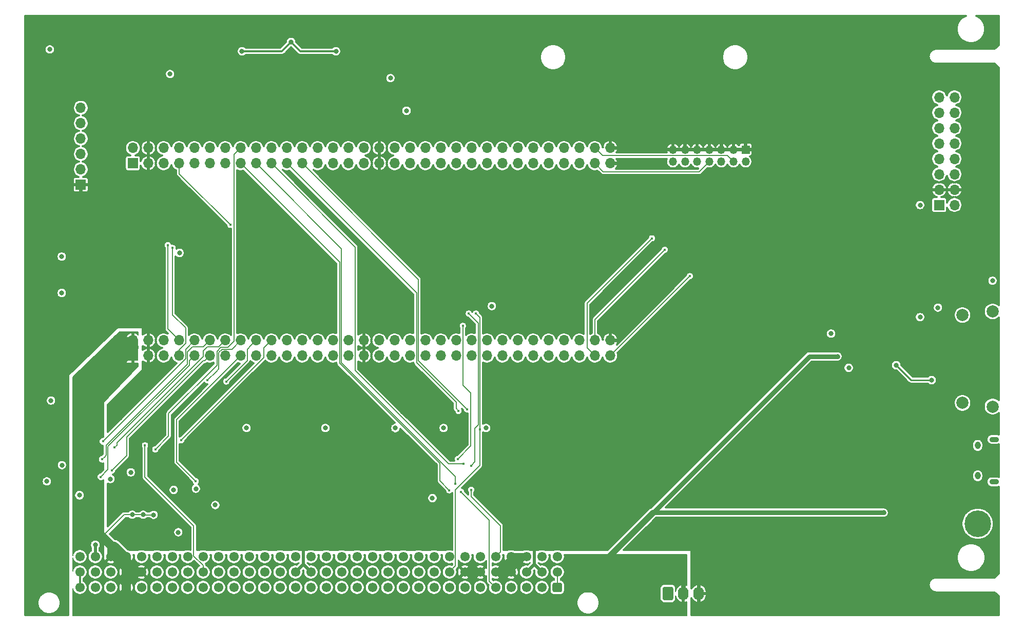
<source format=gbr>
G04 #@! TF.GenerationSoftware,KiCad,Pcbnew,5.1.9+dfsg1-1~bpo10+1*
G04 #@! TF.CreationDate,2023-03-23T15:40:10+01:00*
G04 #@! TF.ProjectId,nubus-to-ztex,6e756275-732d-4746-9f2d-7a7465782e6b,rev?*
G04 #@! TF.SameCoordinates,Original*
G04 #@! TF.FileFunction,Copper,L4,Bot*
G04 #@! TF.FilePolarity,Positive*
%FSLAX46Y46*%
G04 Gerber Fmt 4.6, Leading zero omitted, Abs format (unit mm)*
G04 Created by KiCad (PCBNEW 5.1.9+dfsg1-1~bpo10+1) date 2023-03-23 15:40:10*
%MOMM*%
%LPD*%
G01*
G04 APERTURE LIST*
G04 #@! TA.AperFunction,ComponentPad*
%ADD10C,4.400000*%
G04 #@! TD*
G04 #@! TA.AperFunction,ComponentPad*
%ADD11O,1.550000X0.890000*%
G04 #@! TD*
G04 #@! TA.AperFunction,ComponentPad*
%ADD12O,0.950000X1.250000*%
G04 #@! TD*
G04 #@! TA.AperFunction,ComponentPad*
%ADD13R,1.700000X1.700000*%
G04 #@! TD*
G04 #@! TA.AperFunction,ComponentPad*
%ADD14O,1.700000X1.700000*%
G04 #@! TD*
G04 #@! TA.AperFunction,ComponentPad*
%ADD15O,1.350000X1.350000*%
G04 #@! TD*
G04 #@! TA.AperFunction,ComponentPad*
%ADD16R,1.350000X1.350000*%
G04 #@! TD*
G04 #@! TA.AperFunction,ComponentPad*
%ADD17O,1.740000X2.200000*%
G04 #@! TD*
G04 #@! TA.AperFunction,ComponentPad*
%ADD18C,2.000000*%
G04 #@! TD*
G04 #@! TA.AperFunction,ComponentPad*
%ADD19C,1.550000*%
G04 #@! TD*
G04 #@! TA.AperFunction,ViaPad*
%ADD20C,0.800000*%
G04 #@! TD*
G04 #@! TA.AperFunction,ViaPad*
%ADD21C,0.450000*%
G04 #@! TD*
G04 #@! TA.AperFunction,Conductor*
%ADD22C,0.500000*%
G04 #@! TD*
G04 #@! TA.AperFunction,Conductor*
%ADD23C,0.152400*%
G04 #@! TD*
G04 #@! TA.AperFunction,Conductor*
%ADD24C,0.300000*%
G04 #@! TD*
G04 #@! TA.AperFunction,Conductor*
%ADD25C,1.200000*%
G04 #@! TD*
G04 #@! TA.AperFunction,Conductor*
%ADD26C,1.500000*%
G04 #@! TD*
G04 #@! TA.AperFunction,Conductor*
%ADD27C,0.800000*%
G04 #@! TD*
G04 #@! TA.AperFunction,Conductor*
%ADD28C,1.600000*%
G04 #@! TD*
G04 #@! TA.AperFunction,Conductor*
%ADD29C,1.000000*%
G04 #@! TD*
G04 #@! TA.AperFunction,Conductor*
%ADD30C,0.200000*%
G04 #@! TD*
G04 #@! TA.AperFunction,Conductor*
%ADD31C,0.250000*%
G04 #@! TD*
G04 #@! TA.AperFunction,Conductor*
%ADD32C,0.100000*%
G04 #@! TD*
G04 APERTURE END LIST*
D10*
X269350000Y-89500000D03*
D11*
X272050000Y-75570000D03*
X272050000Y-82570000D03*
D12*
X269350000Y-76570000D03*
X269350000Y-81570000D03*
D13*
X130000000Y-30000000D03*
D14*
X130000000Y-27460000D03*
X132540000Y-30000000D03*
X132540000Y-27460000D03*
X135080000Y-30000000D03*
X135080000Y-27460000D03*
X137620000Y-30000000D03*
X137620000Y-27460000D03*
X140160000Y-30000000D03*
X140160000Y-27460000D03*
X142700000Y-30000000D03*
X142700000Y-27460000D03*
X145240000Y-30000000D03*
X145240000Y-27460000D03*
X147780000Y-30000000D03*
X147780000Y-27460000D03*
X150320000Y-30000000D03*
X150320000Y-27460000D03*
X152860000Y-30000000D03*
X152860000Y-27460000D03*
X155400000Y-30000000D03*
X155400000Y-27460000D03*
X157940000Y-30000000D03*
X157940000Y-27460000D03*
X160480000Y-30000000D03*
X160480000Y-27460000D03*
X163020000Y-30000000D03*
X163020000Y-27460000D03*
X165560000Y-30000000D03*
X165560000Y-27460000D03*
X168100000Y-30000000D03*
X168100000Y-27460000D03*
X170640000Y-30000000D03*
X170640000Y-27460000D03*
X173180000Y-30000000D03*
X173180000Y-27460000D03*
X175720000Y-30000000D03*
X175720000Y-27460000D03*
X178260000Y-30000000D03*
X178260000Y-27460000D03*
X180800000Y-30000000D03*
X180800000Y-27460000D03*
X183340000Y-30000000D03*
X183340000Y-27460000D03*
X185880000Y-30000000D03*
X185880000Y-27460000D03*
X188420000Y-30000000D03*
X188420000Y-27460000D03*
X190960000Y-30000000D03*
X190960000Y-27460000D03*
X193500000Y-30000000D03*
X193500000Y-27460000D03*
X196040000Y-30000000D03*
X196040000Y-27460000D03*
X198580000Y-30000000D03*
X198580000Y-27460000D03*
X201120000Y-30000000D03*
X201120000Y-27460000D03*
X203660000Y-30000000D03*
X203660000Y-27460000D03*
X206200000Y-30000000D03*
X206200000Y-27460000D03*
X208740000Y-30000000D03*
X208740000Y-27460000D03*
D13*
X130000000Y-61750000D03*
D14*
X130000000Y-59210000D03*
X132540000Y-61750000D03*
X132540000Y-59210000D03*
X135080000Y-61750000D03*
X135080000Y-59210000D03*
X137620000Y-61750000D03*
X137620000Y-59210000D03*
X140160000Y-61750000D03*
X140160000Y-59210000D03*
X142700000Y-61750000D03*
X142700000Y-59210000D03*
X145240000Y-61750000D03*
X145240000Y-59210000D03*
X147780000Y-61750000D03*
X147780000Y-59210000D03*
X150320000Y-61750000D03*
X150320000Y-59210000D03*
X152860000Y-61750000D03*
X152860000Y-59210000D03*
X155400000Y-61750000D03*
X155400000Y-59210000D03*
X157940000Y-61750000D03*
X157940000Y-59210000D03*
X160480000Y-61750000D03*
X160480000Y-59210000D03*
X163020000Y-61750000D03*
X163020000Y-59210000D03*
X165560000Y-61750000D03*
X165560000Y-59210000D03*
X168100000Y-61750000D03*
X168100000Y-59210000D03*
X170640000Y-61750000D03*
X170640000Y-59210000D03*
X173180000Y-61750000D03*
X173180000Y-59210000D03*
X175720000Y-61750000D03*
X175720000Y-59210000D03*
X178260000Y-61750000D03*
X178260000Y-59210000D03*
X180800000Y-61750000D03*
X180800000Y-59210000D03*
X183340000Y-61750000D03*
X183340000Y-59210000D03*
X185880000Y-61750000D03*
X185880000Y-59210000D03*
X188420000Y-61750000D03*
X188420000Y-59210000D03*
X190960000Y-61750000D03*
X190960000Y-59210000D03*
X193500000Y-61750000D03*
X193500000Y-59210000D03*
X196040000Y-61750000D03*
X196040000Y-59210000D03*
X198580000Y-61750000D03*
X198580000Y-59210000D03*
X201120000Y-61750000D03*
X201120000Y-59210000D03*
X203660000Y-61750000D03*
X203660000Y-59210000D03*
X206200000Y-61750000D03*
X206200000Y-59210000D03*
X208740000Y-61750000D03*
X208740000Y-59210000D03*
X265540000Y-19110000D03*
X263000000Y-19110000D03*
X265540000Y-21650000D03*
X263000000Y-21650000D03*
X265540000Y-24190000D03*
X263000000Y-24190000D03*
X265540000Y-26730000D03*
X263000000Y-26730000D03*
X265540000Y-29270000D03*
X263000000Y-29270000D03*
X265540000Y-31810000D03*
X263000000Y-31810000D03*
X265540000Y-34350000D03*
X263000000Y-34350000D03*
X265540000Y-36890000D03*
D13*
X263000000Y-36890000D03*
D15*
X219080000Y-29730000D03*
X219080000Y-27730000D03*
X221080000Y-29730000D03*
X221080000Y-27730000D03*
X223080000Y-29730000D03*
X223080000Y-27730000D03*
X225080000Y-29730000D03*
X225080000Y-27730000D03*
X227080000Y-29730000D03*
X227080000Y-27730000D03*
X229080000Y-29730000D03*
X229080000Y-27730000D03*
X231080000Y-29730000D03*
D16*
X231080000Y-27730000D03*
D13*
X121400000Y-33528000D03*
D14*
X121400000Y-30988000D03*
X121400000Y-28448000D03*
X121400000Y-25908000D03*
X121400000Y-23368000D03*
X121400000Y-20828000D03*
G04 #@! TA.AperFunction,ComponentPad*
G36*
G01*
X217390000Y-101850001D02*
X217390000Y-100149999D01*
G75*
G02*
X217639999Y-99900000I249999J0D01*
G01*
X218880001Y-99900000D01*
G75*
G02*
X219130000Y-100149999I0J-249999D01*
G01*
X219130000Y-101850001D01*
G75*
G02*
X218880001Y-102100000I-249999J0D01*
G01*
X217639999Y-102100000D01*
G75*
G02*
X217390000Y-101850001I0J249999D01*
G01*
G37*
G04 #@! TD.AperFunction*
D17*
X220800000Y-101000000D03*
X223340000Y-101000000D03*
D18*
X271800000Y-70150000D03*
X271800000Y-54450000D03*
X266850000Y-69550000D03*
X266850000Y-55050000D03*
G04 #@! TA.AperFunction,ComponentPad*
G36*
G01*
X200775000Y-99474998D02*
X200775000Y-100525002D01*
G75*
G02*
X200525002Y-100775000I-249998J0D01*
G01*
X199474998Y-100775000D01*
G75*
G02*
X199225000Y-100525002I0J249998D01*
G01*
X199225000Y-99474998D01*
G75*
G02*
X199474998Y-99225000I249998J0D01*
G01*
X200525002Y-99225000D01*
G75*
G02*
X200775000Y-99474998I0J-249998D01*
G01*
G37*
G04 #@! TD.AperFunction*
D19*
X197460000Y-100000000D03*
X194920000Y-100000000D03*
X192380000Y-100000000D03*
X189840000Y-100000000D03*
X187300000Y-100000000D03*
X184760000Y-100000000D03*
X182220000Y-100000000D03*
X179680000Y-100000000D03*
X177140000Y-100000000D03*
X174600000Y-100000000D03*
X172060000Y-100000000D03*
X169520000Y-100000000D03*
X166980000Y-100000000D03*
X164440000Y-100000000D03*
X161900000Y-100000000D03*
X159360000Y-100000000D03*
X156820000Y-100000000D03*
X154280000Y-100000000D03*
X151740000Y-100000000D03*
X149200000Y-100000000D03*
X146660000Y-100000000D03*
X144120000Y-100000000D03*
X141580000Y-100000000D03*
X139040000Y-100000000D03*
X136500000Y-100000000D03*
X133960000Y-100000000D03*
X131420000Y-100000000D03*
X128880000Y-100000000D03*
X126340000Y-100000000D03*
X123800000Y-100000000D03*
X121260000Y-100000000D03*
X200000000Y-97460000D03*
X197460000Y-97460000D03*
X194920000Y-97460000D03*
X192380000Y-97460000D03*
X189840000Y-97460000D03*
X187300000Y-97460000D03*
X184760000Y-97460000D03*
X182220000Y-97460000D03*
X179680000Y-97460000D03*
X177140000Y-97460000D03*
X174600000Y-97460000D03*
X172060000Y-97460000D03*
X169520000Y-97460000D03*
X166980000Y-97460000D03*
X164440000Y-97460000D03*
X161900000Y-97460000D03*
X159360000Y-97460000D03*
X156820000Y-97460000D03*
X154280000Y-97460000D03*
X151740000Y-97460000D03*
X149200000Y-97460000D03*
X146660000Y-97460000D03*
X144120000Y-97460000D03*
X141580000Y-97460000D03*
X139040000Y-97460000D03*
X136500000Y-97460000D03*
X133960000Y-97460000D03*
X131420000Y-97460000D03*
X128880000Y-97460000D03*
X126340000Y-97460000D03*
X123800000Y-97460000D03*
X121260000Y-97460000D03*
X200000000Y-94920000D03*
X197460000Y-94920000D03*
X194920000Y-94920000D03*
X192380000Y-94920000D03*
X189840000Y-94920000D03*
X187300000Y-94920000D03*
X184760000Y-94920000D03*
X182220000Y-94920000D03*
X179680000Y-94920000D03*
X177140000Y-94920000D03*
X174600000Y-94920000D03*
X172060000Y-94920000D03*
X169520000Y-94920000D03*
X166980000Y-94920000D03*
X164440000Y-94920000D03*
X161900000Y-94920000D03*
X159360000Y-94920000D03*
X156820000Y-94920000D03*
X154280000Y-94920000D03*
X151740000Y-94920000D03*
X149200000Y-94920000D03*
X146660000Y-94920000D03*
X144120000Y-94920000D03*
X141580000Y-94920000D03*
X139040000Y-94920000D03*
X136500000Y-94920000D03*
X133960000Y-94920000D03*
X131420000Y-94920000D03*
X128880000Y-94920000D03*
X126340000Y-94920000D03*
X123800000Y-94920000D03*
X121260000Y-94920000D03*
D20*
X155357500Y-78180000D03*
X267000000Y-51000000D03*
X222740000Y-36800000D03*
X234000000Y-34000000D03*
X174500000Y-71000000D03*
X194880000Y-35760000D03*
X208740000Y-50800000D03*
X215540000Y-27460000D03*
X116300000Y-16437500D03*
X268000000Y-58050000D03*
X149900000Y-71000000D03*
D21*
X145300000Y-90050000D03*
D20*
X189500000Y-71000000D03*
X186786371Y-50762953D03*
X118534670Y-98720000D03*
D21*
X115200000Y-90730000D03*
D20*
X152880000Y-42180000D03*
X181586371Y-48162953D03*
X268000000Y-65550000D03*
X187000000Y-83100000D03*
X183850000Y-73462500D03*
X256220000Y-61875000D03*
X135250000Y-70800000D03*
X139252400Y-47600000D03*
X268000000Y-61050000D03*
X140070000Y-71650000D03*
X168650000Y-91575000D03*
D21*
X145400000Y-88100000D03*
D20*
X163000000Y-71000000D03*
X158100000Y-92000000D03*
X207500000Y-71000000D03*
X132800000Y-79640000D03*
D21*
X131100000Y-77215000D03*
D20*
X252900000Y-82730000D03*
X264200000Y-67357500D03*
X194857500Y-79750000D03*
D21*
X115200000Y-87480000D03*
D20*
X176480000Y-33630000D03*
X140070000Y-65480000D03*
X181586371Y-53962953D03*
X236450000Y-82730000D03*
X145125000Y-50200000D03*
X256010000Y-88120000D03*
X148200000Y-86800000D03*
X117200000Y-84780000D03*
X179800000Y-92480000D03*
X123800000Y-93000000D03*
X115670000Y-40410000D03*
X190611371Y-50675453D03*
D21*
X168357500Y-79750000D03*
D20*
X228090000Y-60250000D03*
X168820000Y-45760000D03*
X168357500Y-78180000D03*
D21*
X139300000Y-87450000D03*
D20*
X255040000Y-53812500D03*
X246062500Y-59100000D03*
X255500000Y-58625000D03*
X179857500Y-79750000D03*
X127900000Y-72015000D03*
D21*
X115200000Y-89430000D03*
D20*
X267720000Y-77180000D03*
X196200000Y-92480000D03*
X244180000Y-99750000D03*
X137500000Y-89312500D03*
X259850000Y-35315000D03*
X259850000Y-14000000D03*
X234000000Y-14000000D03*
X125722000Y-33528000D03*
X228670000Y-36800000D03*
X143040000Y-68680000D03*
X268560000Y-51000000D03*
X267000000Y-49425000D03*
X156725000Y-81300000D03*
D21*
X155357500Y-79750000D03*
D20*
X169725000Y-81300000D03*
X123840134Y-42199866D03*
X175135000Y-19775000D03*
X267000000Y-46930000D03*
X167210000Y-18100000D03*
X158300000Y-10000000D03*
X143250000Y-11500000D03*
X168340000Y-8540000D03*
X223340000Y-97000000D03*
X258275000Y-51965000D03*
X265400000Y-76660000D03*
X263085000Y-80495000D03*
D21*
X221870000Y-48620000D03*
D20*
X161750000Y-73687500D03*
X172485673Y-15948535D03*
X188250000Y-73687500D03*
X136727523Y-83900000D03*
X137700000Y-44789641D03*
X248080000Y-63750000D03*
X126287500Y-82100000D03*
X115812500Y-82500000D03*
X148750000Y-73687500D03*
X140387500Y-83700000D03*
X118300000Y-79800000D03*
X143600000Y-86400000D03*
X245170000Y-58110000D03*
X137500000Y-90887500D03*
X116300000Y-11212500D03*
X116500000Y-69150000D03*
X173300000Y-73700000D03*
X118265134Y-45400000D03*
X121200000Y-84780000D03*
X181250000Y-73687500D03*
X118265134Y-51400000D03*
X136140000Y-15272793D03*
X189211371Y-53562953D03*
X129652500Y-81000000D03*
X179412661Y-85255497D03*
X259850000Y-36890000D03*
X175135000Y-21325000D03*
X156100000Y-10000000D03*
X163500000Y-11500000D03*
X148000000Y-11500000D03*
X262800000Y-53810000D03*
X259850000Y-55387500D03*
X253850000Y-87660000D03*
X246230000Y-61872500D03*
X131697842Y-88000000D03*
X129897842Y-88000000D03*
X133421568Y-88014972D03*
X188575000Y-102850000D03*
X220800000Y-97000000D03*
D21*
X184418601Y-56831399D03*
X183600000Y-78800000D03*
X184150000Y-84250000D03*
X186600000Y-54800000D03*
X187263411Y-73930000D03*
X185400000Y-54800000D03*
X185800000Y-83875000D03*
X185800000Y-79900000D03*
X137965000Y-75700000D03*
X132000000Y-76565000D03*
X136541399Y-43958601D03*
X135750000Y-43500000D03*
X146070000Y-40170000D03*
D20*
X271800000Y-49380000D03*
D21*
X217750000Y-44250000D03*
X215625000Y-42375000D03*
X133700000Y-77215000D03*
X145387500Y-66000000D03*
X140375000Y-82475000D03*
X142300000Y-65800000D03*
X125066330Y-75900000D03*
X126550000Y-80675000D03*
X124712500Y-81750000D03*
X126975000Y-76905000D03*
X124925000Y-78850000D03*
X182200161Y-83950161D03*
X183200000Y-82900000D03*
X184500000Y-79600000D03*
X185110000Y-70590000D03*
X183710000Y-70850000D03*
D20*
X261760000Y-65782500D03*
X255920000Y-63320000D03*
D22*
X158100000Y-96200000D02*
X158100000Y-92000000D01*
X159360000Y-97460000D02*
X158100000Y-96200000D01*
X156820000Y-97460000D02*
X158080000Y-96200000D01*
D23*
X158080000Y-96200000D02*
X158100000Y-96200000D01*
D22*
X194920000Y-97460000D02*
X196180000Y-96200000D01*
D23*
X196180000Y-96200000D02*
X196200000Y-96200000D01*
D22*
X123800000Y-94920000D02*
X123800000Y-93000000D01*
X196200000Y-96200000D02*
X196200000Y-92490000D01*
X197460000Y-97460000D02*
X196200000Y-96200000D01*
D23*
X208740000Y-61750000D02*
X221870000Y-48620000D01*
D24*
X157600000Y-11500000D02*
X156100000Y-10000000D01*
X163500000Y-11500000D02*
X157600000Y-11500000D01*
X154600000Y-11500000D02*
X156100000Y-10000000D01*
X148000000Y-11500000D02*
X154600000Y-11500000D01*
D25*
X189840000Y-97460000D02*
X192380000Y-97460000D01*
D26*
X128880000Y-100000000D02*
X128880000Y-101096015D01*
X128880000Y-101096015D02*
X130633985Y-102850000D01*
X130633985Y-102850000D02*
X132675000Y-102850000D01*
D22*
X184760000Y-97460000D02*
X183500000Y-98720000D01*
D25*
X187300000Y-97460000D02*
X184760000Y-97460000D01*
X192380000Y-94920000D02*
X192380000Y-97460000D01*
X194920000Y-94920000D02*
X192380000Y-94920000D01*
X130000000Y-61750000D02*
X128998000Y-61750000D01*
D26*
X123050000Y-89750000D02*
X124930000Y-91630000D01*
X123050000Y-67697600D02*
X123050000Y-89750000D01*
D27*
X246230000Y-61872500D02*
X241617500Y-61872500D01*
D25*
X126340000Y-94920000D02*
X126340000Y-93040000D01*
D26*
X126340000Y-93040000D02*
X124930000Y-91630000D01*
X127897927Y-62850000D02*
X123050000Y-67697600D01*
X128998000Y-61750000D02*
X127897927Y-62850000D01*
D28*
X130000000Y-61750000D02*
X130000000Y-59210000D01*
D29*
X128998000Y-61750000D02*
X128998000Y-59252000D01*
X129040000Y-59210000D02*
X130000000Y-59210000D01*
X128998000Y-59252000D02*
X129040000Y-59210000D01*
X200640000Y-102850000D02*
X205520000Y-97970000D01*
D23*
X183500000Y-102800000D02*
X183450000Y-102850000D01*
D22*
X183500000Y-98720000D02*
X183500000Y-102800000D01*
D29*
X193650000Y-102850000D02*
X200640000Y-102850000D01*
D22*
X193650000Y-98730000D02*
X192380000Y-97460000D01*
D23*
X131712814Y-88014972D02*
X131697842Y-88000000D01*
X133421568Y-88014972D02*
X131712814Y-88014972D01*
X131697842Y-88000000D02*
X129897842Y-88000000D01*
D26*
X128880000Y-97460000D02*
X131420000Y-97460000D01*
X128880000Y-97460000D02*
X128880000Y-100000000D01*
X128880000Y-94920000D02*
X128880000Y-97460000D01*
D22*
X193650000Y-102850000D02*
X193650000Y-98730000D01*
X187300000Y-97460000D02*
X186025000Y-98735000D01*
D23*
X186025000Y-102825000D02*
X186050000Y-102850000D01*
D22*
X186025000Y-98735000D02*
X186025000Y-102825000D01*
D26*
X183450000Y-102850000D02*
X186050000Y-102850000D01*
D22*
X189840000Y-97460000D02*
X191100000Y-98720000D01*
X191100000Y-98720000D02*
X191100000Y-102650000D01*
D23*
X191100000Y-102650000D02*
X191300000Y-102850000D01*
D26*
X191300000Y-102850000D02*
X193650000Y-102850000D01*
X186050000Y-102850000D02*
X188575000Y-102850000D01*
X188575000Y-102850000D02*
X191300000Y-102850000D01*
D22*
X132675000Y-98715000D02*
X132675000Y-102850000D01*
X131420000Y-97460000D02*
X132675000Y-98715000D01*
D26*
X183450000Y-102850000D02*
X132675000Y-102850000D01*
D25*
X126340000Y-94920000D02*
X128880000Y-94920000D01*
X127000000Y-93040000D02*
X126340000Y-93040000D01*
D23*
X127585000Y-93675000D02*
X127635000Y-93675000D01*
D25*
X127635000Y-93675000D02*
X127000000Y-93040000D01*
X126340000Y-94920000D02*
X127585000Y-93675000D01*
X128880000Y-94920000D02*
X127635000Y-93675000D01*
D26*
X188575000Y-102850000D02*
X188575000Y-102850000D01*
D23*
X215830000Y-87660000D02*
X215745000Y-87745000D01*
D27*
X253850000Y-87660000D02*
X215830000Y-87660000D01*
X241617500Y-61872500D02*
X215745000Y-87745000D01*
D23*
X206490000Y-97000000D02*
X206445000Y-97045000D01*
D29*
X215745000Y-87745000D02*
X206445000Y-97045000D01*
D27*
X220800000Y-97000000D02*
X206490000Y-97000000D01*
D29*
X206445000Y-97045000D02*
X205520000Y-97970000D01*
D27*
X220800000Y-101000000D02*
X220800000Y-97000000D01*
D30*
X128560000Y-88000000D02*
X124930000Y-91630000D01*
X129897842Y-88000000D02*
X128560000Y-88000000D01*
X200000000Y-100000000D02*
X200000000Y-97460000D01*
D23*
X184418601Y-56831399D02*
X184418601Y-66588601D01*
X183600000Y-78800000D02*
X185738601Y-76661399D01*
X185738601Y-76661399D02*
X185738601Y-67908601D01*
X185738601Y-67908601D02*
X184418601Y-66588601D01*
X188788799Y-88888799D02*
X184150000Y-84250000D01*
X189840000Y-100000000D02*
X188788799Y-98948799D01*
X188788799Y-98948799D02*
X188788799Y-88888799D01*
D24*
X121260000Y-97460000D02*
X121260000Y-100000000D01*
D23*
X182220000Y-97460000D02*
X183223601Y-96456399D01*
X187263411Y-79833791D02*
X187263411Y-73930000D01*
X183223601Y-83873601D02*
X187263411Y-79833791D01*
X187263411Y-55463411D02*
X186600000Y-54800000D01*
X187263411Y-73930000D02*
X187263411Y-55463411D01*
X183223601Y-96456399D02*
X183223601Y-83873601D01*
X190614999Y-89814999D02*
X185800000Y-85000000D01*
X190614999Y-94145001D02*
X190614999Y-89814999D01*
X189840000Y-94920000D02*
X190614999Y-94145001D01*
X185800000Y-85000000D02*
X185800000Y-83875000D01*
X186958601Y-56358601D02*
X185400000Y-54800000D01*
X185800000Y-79900000D02*
X186428601Y-79271399D01*
X186428601Y-79271399D02*
X186428601Y-73701399D01*
X186428601Y-73701399D02*
X186958601Y-73171399D01*
X186958601Y-73171399D02*
X186958601Y-56358601D01*
X152860000Y-59210000D02*
X151600000Y-60470000D01*
X151600000Y-62065000D02*
X151398601Y-62266399D01*
X151600000Y-60470000D02*
X151600000Y-62065000D01*
X137965000Y-75700000D02*
X151398601Y-62266399D01*
X140043601Y-94827586D02*
X140043601Y-89843601D01*
X141580000Y-96363985D02*
X140043601Y-94827586D01*
X141580000Y-97460000D02*
X141580000Y-96363985D01*
X132000000Y-81800000D02*
X132000000Y-76565000D01*
X140043601Y-89843601D02*
X132000000Y-81800000D01*
X137620000Y-61750000D02*
X137620000Y-60806330D01*
X137620000Y-60806330D02*
X138698601Y-59727729D01*
X138698601Y-59727729D02*
X138698601Y-57188601D01*
X136541399Y-55031399D02*
X136541399Y-43958601D01*
X138698601Y-57188601D02*
X136541399Y-55031399D01*
X135750000Y-57340000D02*
X135750000Y-43500000D01*
X137620000Y-59210000D02*
X135750000Y-57340000D01*
X146070000Y-40170000D02*
X138250000Y-32350000D01*
X137620000Y-31720000D02*
X138250000Y-32350000D01*
X137620000Y-30000000D02*
X137620000Y-31720000D01*
X206200000Y-30000000D02*
X207590000Y-31390000D01*
X223420000Y-31390000D02*
X225080000Y-29730000D01*
X207590000Y-31390000D02*
X223420000Y-31390000D01*
X206200000Y-55800000D02*
X217500000Y-44500000D01*
X206200000Y-59210000D02*
X206200000Y-55800000D01*
X217500000Y-44500000D02*
X217750000Y-44250000D01*
X206200000Y-61750000D02*
X204900000Y-60450000D01*
X204900000Y-53100000D02*
X205550000Y-52450000D01*
X204900000Y-60450000D02*
X204900000Y-53100000D01*
X215625000Y-42375000D02*
X205550000Y-52450000D01*
X229080000Y-29730000D02*
X228080000Y-28730000D01*
X207470000Y-28730000D02*
X206200000Y-27460000D01*
X228080000Y-28730000D02*
X207470000Y-28730000D01*
X146701399Y-28538601D02*
X147780000Y-27460000D01*
X146701399Y-59344931D02*
X146701399Y-28538601D01*
X145679741Y-60366589D02*
X146701399Y-59344931D01*
X144514477Y-60366589D02*
X145679741Y-60366589D01*
X135878601Y-75036399D02*
X135878601Y-71291069D01*
X135878601Y-71291069D02*
X143856589Y-63313081D01*
X143856589Y-61024477D02*
X144514477Y-60366589D01*
X133700000Y-77215000D02*
X135878601Y-75036399D01*
X143856589Y-63313081D02*
X143856589Y-61024477D01*
X148858601Y-62528899D02*
X148858601Y-60671399D01*
X149470001Y-60059999D02*
X150320000Y-59210000D01*
X148858601Y-60671399D02*
X149470001Y-60059999D01*
X145387500Y-66000000D02*
X148858601Y-62528899D01*
X140375000Y-82475000D02*
X137200000Y-79300000D01*
X137200000Y-72330000D02*
X147780000Y-61750000D01*
X137200000Y-79300000D02*
X137200000Y-72330000D01*
X144161399Y-63938601D02*
X143778601Y-64321399D01*
X147780000Y-59210000D02*
X146318601Y-60671399D01*
X143778601Y-64321399D02*
X142300000Y-65800000D01*
X144718601Y-60671399D02*
X144161399Y-61228601D01*
X146318601Y-60671399D02*
X144718601Y-60671399D01*
X144161399Y-61228601D02*
X144161399Y-63938601D01*
X138698601Y-60671399D02*
X140160000Y-59210000D01*
X138698601Y-62267729D02*
X125066330Y-75900000D01*
X138698601Y-60671399D02*
X138698601Y-62267729D01*
X128958411Y-75223759D02*
X128958411Y-78266589D01*
X141582171Y-62599999D02*
X128958411Y-75223759D01*
X141850001Y-62599999D02*
X141582171Y-62599999D01*
X142700000Y-61750000D02*
X141850001Y-62599999D01*
X128958411Y-78266589D02*
X126550000Y-80675000D01*
X126550000Y-80675000D02*
X126550000Y-80675000D01*
X140160000Y-61750000D02*
X139310001Y-62599999D01*
X125904810Y-80557690D02*
X124712500Y-81750000D01*
X139310001Y-63334669D02*
X125904810Y-76739860D01*
X139310001Y-62599999D02*
X139310001Y-63334669D01*
X125904810Y-76739860D02*
X125904810Y-80557690D01*
X144390001Y-60059999D02*
X145240000Y-59210000D01*
X141621399Y-60928601D02*
X142261399Y-60288601D01*
X144161399Y-60288601D02*
X144390001Y-60059999D01*
X141621399Y-61884931D02*
X141621399Y-60928601D01*
X142261399Y-60288601D02*
X144161399Y-60288601D01*
X126975000Y-76905000D02*
X127374999Y-76505001D01*
X127374999Y-76505001D02*
X127374999Y-76131331D01*
X127374999Y-76131331D02*
X141621399Y-61884931D01*
X139003411Y-61121589D02*
X139003411Y-63146589D01*
X139836399Y-60288601D02*
X139003411Y-61121589D01*
X141621399Y-60288601D02*
X139836399Y-60288601D01*
X142700000Y-59210000D02*
X141621399Y-60288601D01*
X139003411Y-63146589D02*
X125600000Y-76550000D01*
X125600000Y-76550000D02*
X125600000Y-76550000D01*
X125324999Y-78450001D02*
X124925000Y-78850000D01*
X125600000Y-78175000D02*
X125324999Y-78450001D01*
X125600000Y-76550000D02*
X125600000Y-78175000D01*
X180621399Y-82371399D02*
X182200161Y-83950161D01*
X147780000Y-30000000D02*
X164098601Y-46318601D01*
X180621399Y-79531399D02*
X180621399Y-82371399D01*
X164098601Y-46318601D02*
X164098601Y-63008601D01*
X164098601Y-63008601D02*
X180621399Y-79531399D01*
X151169999Y-30849999D02*
X150320000Y-30000000D01*
X183200000Y-82900000D02*
X183200000Y-81678934D01*
X183200000Y-81678934D02*
X164403411Y-62882345D01*
X164403411Y-62882345D02*
X164403411Y-44083411D01*
X164403411Y-44083411D02*
X151169999Y-30849999D01*
X153709999Y-30849999D02*
X152860000Y-30000000D01*
X166686201Y-43826201D02*
X153709999Y-30849999D01*
X166686201Y-64186979D02*
X166686201Y-43826201D01*
X182099222Y-79600000D02*
X166686201Y-64186979D01*
X184500000Y-79600000D02*
X182099222Y-79600000D01*
X158789999Y-30849999D02*
X157940000Y-30000000D01*
X177103411Y-49163411D02*
X158789999Y-30849999D01*
X177103411Y-62583411D02*
X177103411Y-49163411D01*
X185110000Y-70590000D02*
X177103411Y-62583411D01*
X176798601Y-51398601D02*
X155400000Y-30000000D01*
X176798601Y-62898601D02*
X176798601Y-51398601D01*
X183310001Y-69410001D02*
X176798601Y-62898601D01*
X183310001Y-70450001D02*
X183310001Y-69410001D01*
X183710000Y-70850000D02*
X183310001Y-70450001D01*
D31*
X258382500Y-65782500D02*
X261760000Y-65782500D01*
X255920000Y-63320000D02*
X258382500Y-65782500D01*
D24*
X267154575Y-5761895D02*
X266772348Y-6017290D01*
X266447290Y-6342348D01*
X266191895Y-6724575D01*
X266015975Y-7149282D01*
X265926292Y-7600150D01*
X265926292Y-8059850D01*
X266015975Y-8510718D01*
X266191895Y-8935425D01*
X266447290Y-9317652D01*
X266772348Y-9642710D01*
X267154575Y-9898105D01*
X267579282Y-10074025D01*
X268030150Y-10163708D01*
X268489850Y-10163708D01*
X268940718Y-10074025D01*
X269365425Y-9898105D01*
X269747652Y-9642710D01*
X270072710Y-9317652D01*
X270328105Y-8935425D01*
X270504025Y-8510718D01*
X270593708Y-8059850D01*
X270593708Y-7600150D01*
X270504025Y-7149282D01*
X270328105Y-6724575D01*
X270072710Y-6342348D01*
X269747652Y-6017290D01*
X269365425Y-5761895D01*
X269095287Y-5650000D01*
X272805000Y-5650000D01*
X272805001Y-10462536D01*
X272162539Y-11105000D01*
X262474212Y-11105000D01*
X262448079Y-11107574D01*
X262438992Y-11107574D01*
X262431702Y-11108340D01*
X262295938Y-11123569D01*
X262249407Y-11133460D01*
X262202722Y-11142703D01*
X262195720Y-11144871D01*
X262065499Y-11186179D01*
X262021741Y-11204934D01*
X261977767Y-11223058D01*
X261971325Y-11226542D01*
X261971322Y-11226543D01*
X261971319Y-11226545D01*
X261851601Y-11292361D01*
X261812366Y-11319226D01*
X261772708Y-11345575D01*
X261767060Y-11350247D01*
X261662406Y-11438062D01*
X261629113Y-11472060D01*
X261595349Y-11505589D01*
X261590716Y-11511269D01*
X261505112Y-11617739D01*
X261479038Y-11657585D01*
X261452451Y-11697001D01*
X261449009Y-11703473D01*
X261385715Y-11824543D01*
X261367893Y-11868653D01*
X261349449Y-11912530D01*
X261347331Y-11919548D01*
X261308759Y-12050605D01*
X261299847Y-12097324D01*
X261290275Y-12143956D01*
X261289560Y-12151251D01*
X261277178Y-12287304D01*
X261277510Y-12334881D01*
X261277177Y-12382468D01*
X261277893Y-12389763D01*
X261292173Y-12525631D01*
X261301738Y-12572227D01*
X261310658Y-12618987D01*
X261312777Y-12626004D01*
X261353176Y-12756510D01*
X261371612Y-12800367D01*
X261389439Y-12844492D01*
X261392881Y-12850964D01*
X261457859Y-12971138D01*
X261484461Y-13010578D01*
X261510520Y-13050400D01*
X261515153Y-13056081D01*
X261602235Y-13161346D01*
X261636019Y-13194895D01*
X261669294Y-13228874D01*
X261674942Y-13233547D01*
X261780812Y-13319892D01*
X261820450Y-13346227D01*
X261859707Y-13373107D01*
X261866155Y-13376593D01*
X261986780Y-13440730D01*
X262030761Y-13458858D01*
X262074505Y-13477607D01*
X262081507Y-13479774D01*
X262212292Y-13519261D01*
X262258951Y-13528500D01*
X262305516Y-13538398D01*
X262312806Y-13539164D01*
X262448770Y-13552495D01*
X262448780Y-13552495D01*
X262474212Y-13555000D01*
X272162539Y-13555000D01*
X272805001Y-14197464D01*
X272805001Y-53404391D01*
X272724321Y-53323711D01*
X272486833Y-53165027D01*
X272222949Y-53055723D01*
X271942813Y-53000000D01*
X271657187Y-53000000D01*
X271377051Y-53055723D01*
X271113167Y-53165027D01*
X270875679Y-53323711D01*
X270673711Y-53525679D01*
X270515027Y-53763167D01*
X270405723Y-54027051D01*
X270350000Y-54307187D01*
X270350000Y-54592813D01*
X270405723Y-54872949D01*
X270515027Y-55136833D01*
X270673711Y-55374321D01*
X270875679Y-55576289D01*
X271113167Y-55734973D01*
X271377051Y-55844277D01*
X271657187Y-55900000D01*
X271942813Y-55900000D01*
X272222949Y-55844277D01*
X272486833Y-55734973D01*
X272724321Y-55576289D01*
X272805001Y-55495609D01*
X272805000Y-69104390D01*
X272724321Y-69023711D01*
X272486833Y-68865027D01*
X272222949Y-68755723D01*
X271942813Y-68700000D01*
X271657187Y-68700000D01*
X271377051Y-68755723D01*
X271113167Y-68865027D01*
X270875679Y-69023711D01*
X270673711Y-69225679D01*
X270515027Y-69463167D01*
X270405723Y-69727051D01*
X270350000Y-70007187D01*
X270350000Y-70292813D01*
X270405723Y-70572949D01*
X270515027Y-70836833D01*
X270673711Y-71074321D01*
X270875679Y-71276289D01*
X271113167Y-71434973D01*
X271377051Y-71544277D01*
X271657187Y-71600000D01*
X271942813Y-71600000D01*
X272222949Y-71544277D01*
X272486833Y-71434973D01*
X272724321Y-71276289D01*
X272805000Y-71195610D01*
X272805000Y-74782338D01*
X272724159Y-74739127D01*
X272555451Y-74687950D01*
X272423964Y-74675000D01*
X271676036Y-74675000D01*
X271544549Y-74687950D01*
X271375841Y-74739127D01*
X271220359Y-74822234D01*
X271084078Y-74934078D01*
X270972234Y-75070359D01*
X270889127Y-75225841D01*
X270837950Y-75394549D01*
X270820670Y-75570000D01*
X270837950Y-75745451D01*
X270889127Y-75914159D01*
X270972234Y-76069641D01*
X271084078Y-76205922D01*
X271220359Y-76317766D01*
X271375841Y-76400873D01*
X271544549Y-76452050D01*
X271676036Y-76465000D01*
X272423964Y-76465000D01*
X272555451Y-76452050D01*
X272724159Y-76400873D01*
X272805000Y-76357662D01*
X272805000Y-81782338D01*
X272724159Y-81739127D01*
X272555451Y-81687950D01*
X272423964Y-81675000D01*
X271676036Y-81675000D01*
X271544549Y-81687950D01*
X271375841Y-81739127D01*
X271220359Y-81822234D01*
X271084078Y-81934078D01*
X270972234Y-82070359D01*
X270889127Y-82225841D01*
X270837950Y-82394549D01*
X270820670Y-82570000D01*
X270837950Y-82745451D01*
X270889127Y-82914159D01*
X270972234Y-83069641D01*
X271084078Y-83205922D01*
X271220359Y-83317766D01*
X271375841Y-83400873D01*
X271544549Y-83452050D01*
X271676036Y-83465000D01*
X272423964Y-83465000D01*
X272555451Y-83452050D01*
X272724159Y-83400873D01*
X272805000Y-83357662D01*
X272805000Y-97712537D01*
X272162539Y-98355000D01*
X262474212Y-98355000D01*
X262448079Y-98357574D01*
X262438992Y-98357574D01*
X262431702Y-98358340D01*
X262295938Y-98373569D01*
X262249407Y-98383460D01*
X262202722Y-98392703D01*
X262195720Y-98394871D01*
X262065499Y-98436179D01*
X262021741Y-98454934D01*
X261977767Y-98473058D01*
X261971325Y-98476542D01*
X261971322Y-98476543D01*
X261971319Y-98476545D01*
X261851601Y-98542361D01*
X261812366Y-98569226D01*
X261772708Y-98595575D01*
X261767060Y-98600247D01*
X261662406Y-98688062D01*
X261629113Y-98722060D01*
X261595349Y-98755589D01*
X261590716Y-98761269D01*
X261505112Y-98867739D01*
X261479038Y-98907585D01*
X261452451Y-98947001D01*
X261449009Y-98953473D01*
X261385715Y-99074543D01*
X261367893Y-99118653D01*
X261349449Y-99162530D01*
X261347331Y-99169548D01*
X261308759Y-99300605D01*
X261299847Y-99347324D01*
X261290275Y-99393956D01*
X261289560Y-99401251D01*
X261277178Y-99537304D01*
X261277510Y-99584881D01*
X261277177Y-99632468D01*
X261277893Y-99639763D01*
X261292173Y-99775631D01*
X261301738Y-99822227D01*
X261310658Y-99868987D01*
X261312777Y-99876004D01*
X261353176Y-100006510D01*
X261371612Y-100050367D01*
X261389439Y-100094492D01*
X261392881Y-100100964D01*
X261457859Y-100221138D01*
X261484461Y-100260578D01*
X261510520Y-100300400D01*
X261515153Y-100306081D01*
X261602235Y-100411346D01*
X261636019Y-100444895D01*
X261669294Y-100478874D01*
X261674942Y-100483547D01*
X261780812Y-100569892D01*
X261820450Y-100596227D01*
X261859707Y-100623107D01*
X261866155Y-100626593D01*
X261986780Y-100690730D01*
X262030761Y-100708858D01*
X262074505Y-100727607D01*
X262081507Y-100729774D01*
X262212292Y-100769261D01*
X262258951Y-100778500D01*
X262305516Y-100788398D01*
X262312806Y-100789164D01*
X262448770Y-100802495D01*
X262448780Y-100802495D01*
X262474212Y-100805000D01*
X272162539Y-100805000D01*
X272805001Y-101447464D01*
X272805000Y-104555000D01*
X222150000Y-104555000D01*
X222150000Y-101804973D01*
X222160278Y-101831226D01*
X222300239Y-102049826D01*
X222480158Y-102236921D01*
X222693120Y-102385320D01*
X222930941Y-102489321D01*
X223031429Y-102513427D01*
X223236000Y-102433013D01*
X223236000Y-101104000D01*
X223444000Y-101104000D01*
X223444000Y-102433013D01*
X223648571Y-102513427D01*
X223749059Y-102489321D01*
X223986880Y-102385320D01*
X224199842Y-102236921D01*
X224379761Y-102049826D01*
X224519722Y-101831226D01*
X224614347Y-101589521D01*
X224660000Y-101334000D01*
X224660000Y-101104000D01*
X223444000Y-101104000D01*
X223236000Y-101104000D01*
X223216000Y-101104000D01*
X223216000Y-100896000D01*
X223236000Y-100896000D01*
X223236000Y-99566987D01*
X223444000Y-99566987D01*
X223444000Y-100896000D01*
X224660000Y-100896000D01*
X224660000Y-100666000D01*
X224614347Y-100410479D01*
X224519722Y-100168774D01*
X224379761Y-99950174D01*
X224199842Y-99763079D01*
X223986880Y-99614680D01*
X223749059Y-99510679D01*
X223648571Y-99486573D01*
X223444000Y-99566987D01*
X223236000Y-99566987D01*
X223031429Y-99486573D01*
X222930941Y-99510679D01*
X222693120Y-99614680D01*
X222480158Y-99763079D01*
X222300239Y-99950174D01*
X222160278Y-100168774D01*
X222150000Y-100195028D01*
X222150000Y-94847699D01*
X265901412Y-94847699D01*
X265901412Y-95312301D01*
X265992051Y-95767975D01*
X266169847Y-96197210D01*
X266427965Y-96583512D01*
X266756488Y-96912035D01*
X267142790Y-97170153D01*
X267572025Y-97347949D01*
X268027699Y-97438588D01*
X268492301Y-97438588D01*
X268947975Y-97347949D01*
X269377210Y-97170153D01*
X269763512Y-96912035D01*
X270092035Y-96583512D01*
X270350153Y-96197210D01*
X270527949Y-95767975D01*
X270618588Y-95312301D01*
X270618588Y-94847699D01*
X270527949Y-94392025D01*
X270350153Y-93962790D01*
X270092035Y-93576488D01*
X269763512Y-93247965D01*
X269377210Y-92989847D01*
X268947975Y-92812051D01*
X268492301Y-92721412D01*
X268027699Y-92721412D01*
X267572025Y-92812051D01*
X267142790Y-92989847D01*
X266756488Y-93247965D01*
X266427965Y-93576488D01*
X266169847Y-93962790D01*
X265992051Y-94392025D01*
X265901412Y-94847699D01*
X222150000Y-94847699D01*
X222150000Y-94000000D01*
X222147118Y-93970736D01*
X222138582Y-93942597D01*
X222124720Y-93916664D01*
X222106066Y-93893934D01*
X222083336Y-93875280D01*
X222057403Y-93861418D01*
X222029264Y-93852882D01*
X222000000Y-93850000D01*
X210983502Y-93850000D01*
X215594504Y-89238998D01*
X266700000Y-89238998D01*
X266700000Y-89761002D01*
X266801838Y-90272976D01*
X267001601Y-90755246D01*
X267291611Y-91189276D01*
X267660724Y-91558389D01*
X268094754Y-91848399D01*
X268577024Y-92048162D01*
X269088998Y-92150000D01*
X269611002Y-92150000D01*
X270122976Y-92048162D01*
X270605246Y-91848399D01*
X271039276Y-91558389D01*
X271408389Y-91189276D01*
X271698399Y-90755246D01*
X271898162Y-90272976D01*
X272000000Y-89761002D01*
X272000000Y-89238998D01*
X271898162Y-88727024D01*
X271698399Y-88244754D01*
X271408389Y-87810724D01*
X271039276Y-87441611D01*
X270605246Y-87151601D01*
X270122976Y-86951838D01*
X269611002Y-86850000D01*
X269088998Y-86850000D01*
X268577024Y-86951838D01*
X268094754Y-87151601D01*
X267660724Y-87441611D01*
X267291611Y-87810724D01*
X267001601Y-88244754D01*
X266801838Y-88727024D01*
X266700000Y-89238998D01*
X215594504Y-89238998D01*
X216323503Y-88510000D01*
X253933718Y-88510000D01*
X253974883Y-88501812D01*
X254016629Y-88497700D01*
X254056772Y-88485523D01*
X254097936Y-88477335D01*
X254136706Y-88461276D01*
X254176855Y-88449097D01*
X254213857Y-88429319D01*
X254252626Y-88413260D01*
X254287521Y-88389944D01*
X254324519Y-88370168D01*
X254356945Y-88343557D01*
X254391844Y-88320238D01*
X254421525Y-88290557D01*
X254453948Y-88263948D01*
X254480557Y-88231525D01*
X254510238Y-88201844D01*
X254533557Y-88166945D01*
X254560168Y-88134519D01*
X254579944Y-88097521D01*
X254603260Y-88062626D01*
X254619319Y-88023857D01*
X254639097Y-87986855D01*
X254651276Y-87946706D01*
X254667335Y-87907936D01*
X254675523Y-87866772D01*
X254687700Y-87826629D01*
X254691812Y-87784883D01*
X254700000Y-87743718D01*
X254700000Y-87701749D01*
X254704112Y-87660000D01*
X254700000Y-87618251D01*
X254700000Y-87576282D01*
X254691812Y-87535117D01*
X254687700Y-87493371D01*
X254675523Y-87453228D01*
X254667335Y-87412064D01*
X254651276Y-87373294D01*
X254639097Y-87333145D01*
X254619319Y-87296143D01*
X254603260Y-87257374D01*
X254579944Y-87222479D01*
X254560168Y-87185481D01*
X254533557Y-87153055D01*
X254510238Y-87118156D01*
X254480557Y-87088475D01*
X254453948Y-87056052D01*
X254421525Y-87029443D01*
X254391844Y-86999762D01*
X254356945Y-86976443D01*
X254324519Y-86949832D01*
X254287521Y-86930056D01*
X254252626Y-86906740D01*
X254213857Y-86890681D01*
X254176855Y-86870903D01*
X254136706Y-86858724D01*
X254097936Y-86842665D01*
X254056772Y-86834477D01*
X254016629Y-86822300D01*
X253974883Y-86818188D01*
X253933718Y-86810000D01*
X217882080Y-86810000D01*
X223317514Y-81374566D01*
X268425000Y-81374566D01*
X268425000Y-81765435D01*
X268438385Y-81901332D01*
X268491277Y-82075695D01*
X268577170Y-82236389D01*
X268692763Y-82377238D01*
X268833612Y-82492830D01*
X268994306Y-82578723D01*
X269168669Y-82631615D01*
X269350000Y-82649475D01*
X269531332Y-82631615D01*
X269705695Y-82578723D01*
X269866389Y-82492830D01*
X270007238Y-82377238D01*
X270122830Y-82236389D01*
X270208723Y-82075695D01*
X270261615Y-81901331D01*
X270275000Y-81765434D01*
X270275000Y-81374565D01*
X270261615Y-81238668D01*
X270208723Y-81064305D01*
X270122830Y-80903611D01*
X270007238Y-80762762D01*
X269866388Y-80647170D01*
X269705694Y-80561277D01*
X269531331Y-80508385D01*
X269350000Y-80490525D01*
X269168668Y-80508385D01*
X268994305Y-80561277D01*
X268833611Y-80647170D01*
X268692762Y-80762762D01*
X268577170Y-80903612D01*
X268491277Y-81064306D01*
X268438385Y-81238669D01*
X268425000Y-81374566D01*
X223317514Y-81374566D01*
X228317514Y-76374566D01*
X268425000Y-76374566D01*
X268425000Y-76765435D01*
X268438385Y-76901332D01*
X268491277Y-77075695D01*
X268577170Y-77236389D01*
X268692763Y-77377238D01*
X268833612Y-77492830D01*
X268994306Y-77578723D01*
X269168669Y-77631615D01*
X269350000Y-77649475D01*
X269531332Y-77631615D01*
X269705695Y-77578723D01*
X269866389Y-77492830D01*
X270007238Y-77377238D01*
X270122830Y-77236389D01*
X270208723Y-77075695D01*
X270261615Y-76901331D01*
X270275000Y-76765434D01*
X270275000Y-76374565D01*
X270261615Y-76238668D01*
X270208723Y-76064305D01*
X270122830Y-75903611D01*
X270007238Y-75762762D01*
X269866388Y-75647170D01*
X269705694Y-75561277D01*
X269531331Y-75508385D01*
X269350000Y-75490525D01*
X269168668Y-75508385D01*
X268994305Y-75561277D01*
X268833611Y-75647170D01*
X268692762Y-75762762D01*
X268577170Y-75903612D01*
X268491277Y-76064306D01*
X268438385Y-76238669D01*
X268425000Y-76374566D01*
X228317514Y-76374566D01*
X235284893Y-69407187D01*
X265400000Y-69407187D01*
X265400000Y-69692813D01*
X265455723Y-69972949D01*
X265565027Y-70236833D01*
X265723711Y-70474321D01*
X265925679Y-70676289D01*
X266163167Y-70834973D01*
X266427051Y-70944277D01*
X266707187Y-71000000D01*
X266992813Y-71000000D01*
X267272949Y-70944277D01*
X267536833Y-70834973D01*
X267774321Y-70676289D01*
X267976289Y-70474321D01*
X268134973Y-70236833D01*
X268244277Y-69972949D01*
X268300000Y-69692813D01*
X268300000Y-69407187D01*
X268244277Y-69127051D01*
X268134973Y-68863167D01*
X267976289Y-68625679D01*
X267774321Y-68423711D01*
X267536833Y-68265027D01*
X267272949Y-68155723D01*
X266992813Y-68100000D01*
X266707187Y-68100000D01*
X266427051Y-68155723D01*
X266163167Y-68265027D01*
X265925679Y-68423711D01*
X265723711Y-68625679D01*
X265565027Y-68863167D01*
X265455723Y-69127051D01*
X265400000Y-69407187D01*
X235284893Y-69407187D01*
X241025799Y-63666282D01*
X247230000Y-63666282D01*
X247230000Y-63833718D01*
X247262665Y-63997936D01*
X247326740Y-64152626D01*
X247419762Y-64291844D01*
X247538156Y-64410238D01*
X247677374Y-64503260D01*
X247832064Y-64567335D01*
X247996282Y-64600000D01*
X248163718Y-64600000D01*
X248327936Y-64567335D01*
X248482626Y-64503260D01*
X248621844Y-64410238D01*
X248740238Y-64291844D01*
X248833260Y-64152626D01*
X248897335Y-63997936D01*
X248930000Y-63833718D01*
X248930000Y-63666282D01*
X248897335Y-63502064D01*
X248833260Y-63347374D01*
X248759032Y-63236282D01*
X255070000Y-63236282D01*
X255070000Y-63403718D01*
X255102665Y-63567936D01*
X255166740Y-63722626D01*
X255259762Y-63861844D01*
X255378156Y-63980238D01*
X255517374Y-64073260D01*
X255672064Y-64137335D01*
X255836282Y-64170000D01*
X255956828Y-64170000D01*
X257955939Y-66169112D01*
X257973946Y-66191054D01*
X257995886Y-66209059D01*
X258061501Y-66262908D01*
X258109375Y-66288497D01*
X258161392Y-66316301D01*
X258269780Y-66349180D01*
X258354254Y-66357500D01*
X258354257Y-66357500D01*
X258382500Y-66360282D01*
X258410743Y-66357500D01*
X261132918Y-66357500D01*
X261218156Y-66442738D01*
X261357374Y-66535760D01*
X261512064Y-66599835D01*
X261676282Y-66632500D01*
X261843718Y-66632500D01*
X262007936Y-66599835D01*
X262162626Y-66535760D01*
X262301844Y-66442738D01*
X262420238Y-66324344D01*
X262513260Y-66185126D01*
X262577335Y-66030436D01*
X262610000Y-65866218D01*
X262610000Y-65698782D01*
X262577335Y-65534564D01*
X262513260Y-65379874D01*
X262420238Y-65240656D01*
X262301844Y-65122262D01*
X262162626Y-65029240D01*
X262007936Y-64965165D01*
X261843718Y-64932500D01*
X261676282Y-64932500D01*
X261512064Y-64965165D01*
X261357374Y-65029240D01*
X261218156Y-65122262D01*
X261132918Y-65207500D01*
X258620673Y-65207500D01*
X256770000Y-63356828D01*
X256770000Y-63236282D01*
X256737335Y-63072064D01*
X256673260Y-62917374D01*
X256580238Y-62778156D01*
X256461844Y-62659762D01*
X256322626Y-62566740D01*
X256167936Y-62502665D01*
X256003718Y-62470000D01*
X255836282Y-62470000D01*
X255672064Y-62502665D01*
X255517374Y-62566740D01*
X255378156Y-62659762D01*
X255259762Y-62778156D01*
X255166740Y-62917374D01*
X255102665Y-63072064D01*
X255070000Y-63236282D01*
X248759032Y-63236282D01*
X248740238Y-63208156D01*
X248621844Y-63089762D01*
X248482626Y-62996740D01*
X248327936Y-62932665D01*
X248163718Y-62900000D01*
X247996282Y-62900000D01*
X247832064Y-62932665D01*
X247677374Y-62996740D01*
X247538156Y-63089762D01*
X247419762Y-63208156D01*
X247326740Y-63347374D01*
X247262665Y-63502064D01*
X247230000Y-63666282D01*
X241025799Y-63666282D01*
X241969582Y-62722500D01*
X246313718Y-62722500D01*
X246354883Y-62714312D01*
X246396629Y-62710200D01*
X246436772Y-62698023D01*
X246477936Y-62689835D01*
X246516706Y-62673776D01*
X246556855Y-62661597D01*
X246593857Y-62641819D01*
X246632626Y-62625760D01*
X246667521Y-62602444D01*
X246704519Y-62582668D01*
X246736945Y-62556057D01*
X246771844Y-62532738D01*
X246801525Y-62503057D01*
X246833948Y-62476448D01*
X246860557Y-62444025D01*
X246890238Y-62414344D01*
X246913557Y-62379445D01*
X246940168Y-62347019D01*
X246959944Y-62310021D01*
X246983260Y-62275126D01*
X246999319Y-62236357D01*
X247019097Y-62199355D01*
X247031276Y-62159206D01*
X247047335Y-62120436D01*
X247055523Y-62079272D01*
X247067700Y-62039129D01*
X247071812Y-61997383D01*
X247080000Y-61956218D01*
X247080000Y-61914249D01*
X247084112Y-61872500D01*
X247080000Y-61830751D01*
X247080000Y-61788782D01*
X247071812Y-61747617D01*
X247067700Y-61705871D01*
X247055523Y-61665728D01*
X247047335Y-61624564D01*
X247031276Y-61585794D01*
X247019097Y-61545645D01*
X246999319Y-61508643D01*
X246983260Y-61469874D01*
X246959944Y-61434979D01*
X246940168Y-61397981D01*
X246913557Y-61365555D01*
X246890238Y-61330656D01*
X246860557Y-61300975D01*
X246833948Y-61268552D01*
X246801525Y-61241943D01*
X246771844Y-61212262D01*
X246736945Y-61188943D01*
X246704519Y-61162332D01*
X246667521Y-61142556D01*
X246632626Y-61119240D01*
X246593857Y-61103181D01*
X246556855Y-61083403D01*
X246516706Y-61071224D01*
X246477936Y-61055165D01*
X246436772Y-61046977D01*
X246396629Y-61034800D01*
X246354883Y-61030688D01*
X246313718Y-61022500D01*
X241659237Y-61022500D01*
X241617499Y-61018389D01*
X241575761Y-61022500D01*
X241575751Y-61022500D01*
X241450871Y-61034800D01*
X241290645Y-61083403D01*
X241142981Y-61162332D01*
X241142979Y-61162333D01*
X241142980Y-61162333D01*
X241045979Y-61241939D01*
X241045975Y-61241943D01*
X241013552Y-61268552D01*
X240986943Y-61300975D01*
X215444515Y-86843405D01*
X215379691Y-86863069D01*
X215214654Y-86951283D01*
X215106245Y-87040252D01*
X208296498Y-93850000D01*
X200603574Y-93850000D01*
X200580255Y-93834419D01*
X200357319Y-93742076D01*
X200120652Y-93695000D01*
X199879348Y-93695000D01*
X199642681Y-93742076D01*
X199419745Y-93834419D01*
X199396426Y-93850000D01*
X198063574Y-93850000D01*
X198040255Y-93834419D01*
X197817319Y-93742076D01*
X197580652Y-93695000D01*
X197339348Y-93695000D01*
X197102681Y-93742076D01*
X196879745Y-93834419D01*
X196856426Y-93850000D01*
X195523574Y-93850000D01*
X195500255Y-93834419D01*
X195277319Y-93742076D01*
X195040652Y-93695000D01*
X194799348Y-93695000D01*
X194562681Y-93742076D01*
X194339745Y-93834419D01*
X194316427Y-93850000D01*
X192983573Y-93850000D01*
X192960255Y-93834419D01*
X192737319Y-93742076D01*
X192500652Y-93695000D01*
X192259348Y-93695000D01*
X192022681Y-93742076D01*
X191799745Y-93834419D01*
X191776426Y-93850000D01*
X191141199Y-93850000D01*
X191141199Y-89840848D01*
X191143745Y-89814999D01*
X191133585Y-89711846D01*
X191112173Y-89641259D01*
X191103497Y-89612657D01*
X191054635Y-89521243D01*
X190988879Y-89441119D01*
X190968798Y-89424639D01*
X186326200Y-84782042D01*
X186326200Y-84302454D01*
X186398177Y-84194732D01*
X186449060Y-84071890D01*
X186475000Y-83941482D01*
X186475000Y-83808518D01*
X186449060Y-83678110D01*
X186398177Y-83555268D01*
X186324307Y-83444713D01*
X186230287Y-83350693D01*
X186119732Y-83276823D01*
X185996890Y-83225940D01*
X185866482Y-83200000D01*
X185733518Y-83200000D01*
X185603110Y-83225940D01*
X185480268Y-83276823D01*
X185369713Y-83350693D01*
X185275693Y-83444713D01*
X185201823Y-83555268D01*
X185150940Y-83678110D01*
X185125000Y-83808518D01*
X185125000Y-83941482D01*
X185150940Y-84071890D01*
X185201823Y-84194732D01*
X185273801Y-84302455D01*
X185273800Y-84629642D01*
X184824336Y-84180177D01*
X184799060Y-84053110D01*
X184748177Y-83930268D01*
X184674307Y-83819713D01*
X184580287Y-83725693D01*
X184469732Y-83651823D01*
X184346890Y-83600940D01*
X184258085Y-83583275D01*
X187617210Y-80224151D01*
X187637291Y-80207671D01*
X187703047Y-80127547D01*
X187751909Y-80036133D01*
X187781997Y-79936944D01*
X187786251Y-79893755D01*
X187792157Y-79833792D01*
X187789611Y-79807943D01*
X187789611Y-74402164D01*
X187847374Y-74440760D01*
X188002064Y-74504835D01*
X188166282Y-74537500D01*
X188333718Y-74537500D01*
X188497936Y-74504835D01*
X188652626Y-74440760D01*
X188791844Y-74347738D01*
X188910238Y-74229344D01*
X189003260Y-74090126D01*
X189067335Y-73935436D01*
X189100000Y-73771218D01*
X189100000Y-73603782D01*
X189067335Y-73439564D01*
X189003260Y-73284874D01*
X188910238Y-73145656D01*
X188791844Y-73027262D01*
X188652626Y-72934240D01*
X188497936Y-72870165D01*
X188333718Y-72837500D01*
X188166282Y-72837500D01*
X188002064Y-72870165D01*
X187847374Y-72934240D01*
X187789611Y-72972836D01*
X187789611Y-62892284D01*
X187804219Y-62902045D01*
X188040804Y-63000042D01*
X188291961Y-63050000D01*
X188548039Y-63050000D01*
X188799196Y-63000042D01*
X189035781Y-62902045D01*
X189248702Y-62759776D01*
X189429776Y-62578702D01*
X189572045Y-62365781D01*
X189670042Y-62129196D01*
X189690000Y-62028860D01*
X189709958Y-62129196D01*
X189807955Y-62365781D01*
X189950224Y-62578702D01*
X190131298Y-62759776D01*
X190344219Y-62902045D01*
X190580804Y-63000042D01*
X190831961Y-63050000D01*
X191088039Y-63050000D01*
X191339196Y-63000042D01*
X191575781Y-62902045D01*
X191788702Y-62759776D01*
X191969776Y-62578702D01*
X192112045Y-62365781D01*
X192210042Y-62129196D01*
X192230000Y-62028860D01*
X192249958Y-62129196D01*
X192347955Y-62365781D01*
X192490224Y-62578702D01*
X192671298Y-62759776D01*
X192884219Y-62902045D01*
X193120804Y-63000042D01*
X193371961Y-63050000D01*
X193628039Y-63050000D01*
X193879196Y-63000042D01*
X194115781Y-62902045D01*
X194328702Y-62759776D01*
X194509776Y-62578702D01*
X194652045Y-62365781D01*
X194750042Y-62129196D01*
X194770000Y-62028860D01*
X194789958Y-62129196D01*
X194887955Y-62365781D01*
X195030224Y-62578702D01*
X195211298Y-62759776D01*
X195424219Y-62902045D01*
X195660804Y-63000042D01*
X195911961Y-63050000D01*
X196168039Y-63050000D01*
X196419196Y-63000042D01*
X196655781Y-62902045D01*
X196868702Y-62759776D01*
X197049776Y-62578702D01*
X197192045Y-62365781D01*
X197290042Y-62129196D01*
X197310000Y-62028860D01*
X197329958Y-62129196D01*
X197427955Y-62365781D01*
X197570224Y-62578702D01*
X197751298Y-62759776D01*
X197964219Y-62902045D01*
X198200804Y-63000042D01*
X198451961Y-63050000D01*
X198708039Y-63050000D01*
X198959196Y-63000042D01*
X199195781Y-62902045D01*
X199408702Y-62759776D01*
X199589776Y-62578702D01*
X199732045Y-62365781D01*
X199830042Y-62129196D01*
X199850000Y-62028860D01*
X199869958Y-62129196D01*
X199967955Y-62365781D01*
X200110224Y-62578702D01*
X200291298Y-62759776D01*
X200504219Y-62902045D01*
X200740804Y-63000042D01*
X200991961Y-63050000D01*
X201248039Y-63050000D01*
X201499196Y-63000042D01*
X201735781Y-62902045D01*
X201948702Y-62759776D01*
X202129776Y-62578702D01*
X202272045Y-62365781D01*
X202370042Y-62129196D01*
X202390000Y-62028860D01*
X202409958Y-62129196D01*
X202507955Y-62365781D01*
X202650224Y-62578702D01*
X202831298Y-62759776D01*
X203044219Y-62902045D01*
X203280804Y-63000042D01*
X203531961Y-63050000D01*
X203788039Y-63050000D01*
X204039196Y-63000042D01*
X204275781Y-62902045D01*
X204488702Y-62759776D01*
X204669776Y-62578702D01*
X204812045Y-62365781D01*
X204910042Y-62129196D01*
X204930000Y-62028860D01*
X204949958Y-62129196D01*
X205047955Y-62365781D01*
X205190224Y-62578702D01*
X205371298Y-62759776D01*
X205584219Y-62902045D01*
X205820804Y-63000042D01*
X206071961Y-63050000D01*
X206328039Y-63050000D01*
X206579196Y-63000042D01*
X206815781Y-62902045D01*
X207028702Y-62759776D01*
X207209776Y-62578702D01*
X207352045Y-62365781D01*
X207450042Y-62129196D01*
X207470000Y-62028860D01*
X207489958Y-62129196D01*
X207587955Y-62365781D01*
X207730224Y-62578702D01*
X207911298Y-62759776D01*
X208124219Y-62902045D01*
X208360804Y-63000042D01*
X208611961Y-63050000D01*
X208868039Y-63050000D01*
X209119196Y-63000042D01*
X209355781Y-62902045D01*
X209568702Y-62759776D01*
X209749776Y-62578702D01*
X209892045Y-62365781D01*
X209990042Y-62129196D01*
X210040000Y-61878039D01*
X210040000Y-61621961D01*
X209990042Y-61370804D01*
X209952936Y-61281222D01*
X213207876Y-58026282D01*
X244320000Y-58026282D01*
X244320000Y-58193718D01*
X244352665Y-58357936D01*
X244416740Y-58512626D01*
X244509762Y-58651844D01*
X244628156Y-58770238D01*
X244767374Y-58863260D01*
X244922064Y-58927335D01*
X245086282Y-58960000D01*
X245253718Y-58960000D01*
X245417936Y-58927335D01*
X245572626Y-58863260D01*
X245711844Y-58770238D01*
X245830238Y-58651844D01*
X245923260Y-58512626D01*
X245987335Y-58357936D01*
X246020000Y-58193718D01*
X246020000Y-58026282D01*
X245987335Y-57862064D01*
X245923260Y-57707374D01*
X245830238Y-57568156D01*
X245711844Y-57449762D01*
X245572626Y-57356740D01*
X245417936Y-57292665D01*
X245253718Y-57260000D01*
X245086282Y-57260000D01*
X244922064Y-57292665D01*
X244767374Y-57356740D01*
X244628156Y-57449762D01*
X244509762Y-57568156D01*
X244416740Y-57707374D01*
X244352665Y-57862064D01*
X244320000Y-58026282D01*
X213207876Y-58026282D01*
X215930376Y-55303782D01*
X259000000Y-55303782D01*
X259000000Y-55471218D01*
X259032665Y-55635436D01*
X259096740Y-55790126D01*
X259189762Y-55929344D01*
X259308156Y-56047738D01*
X259447374Y-56140760D01*
X259602064Y-56204835D01*
X259766282Y-56237500D01*
X259933718Y-56237500D01*
X260097936Y-56204835D01*
X260252626Y-56140760D01*
X260391844Y-56047738D01*
X260510238Y-55929344D01*
X260603260Y-55790126D01*
X260667335Y-55635436D01*
X260700000Y-55471218D01*
X260700000Y-55303782D01*
X260667335Y-55139564D01*
X260603260Y-54984874D01*
X260551352Y-54907187D01*
X265400000Y-54907187D01*
X265400000Y-55192813D01*
X265455723Y-55472949D01*
X265565027Y-55736833D01*
X265723711Y-55974321D01*
X265925679Y-56176289D01*
X266163167Y-56334973D01*
X266427051Y-56444277D01*
X266707187Y-56500000D01*
X266992813Y-56500000D01*
X267272949Y-56444277D01*
X267536833Y-56334973D01*
X267774321Y-56176289D01*
X267976289Y-55974321D01*
X268134973Y-55736833D01*
X268244277Y-55472949D01*
X268300000Y-55192813D01*
X268300000Y-54907187D01*
X268244277Y-54627051D01*
X268134973Y-54363167D01*
X267976289Y-54125679D01*
X267774321Y-53923711D01*
X267536833Y-53765027D01*
X267272949Y-53655723D01*
X266992813Y-53600000D01*
X266707187Y-53600000D01*
X266427051Y-53655723D01*
X266163167Y-53765027D01*
X265925679Y-53923711D01*
X265723711Y-54125679D01*
X265565027Y-54363167D01*
X265455723Y-54627051D01*
X265400000Y-54907187D01*
X260551352Y-54907187D01*
X260510238Y-54845656D01*
X260391844Y-54727262D01*
X260252626Y-54634240D01*
X260097936Y-54570165D01*
X259933718Y-54537500D01*
X259766282Y-54537500D01*
X259602064Y-54570165D01*
X259447374Y-54634240D01*
X259308156Y-54727262D01*
X259189762Y-54845656D01*
X259096740Y-54984874D01*
X259032665Y-55139564D01*
X259000000Y-55303782D01*
X215930376Y-55303782D01*
X217507876Y-53726282D01*
X261950000Y-53726282D01*
X261950000Y-53893718D01*
X261982665Y-54057936D01*
X262046740Y-54212626D01*
X262139762Y-54351844D01*
X262258156Y-54470238D01*
X262397374Y-54563260D01*
X262552064Y-54627335D01*
X262716282Y-54660000D01*
X262883718Y-54660000D01*
X263047936Y-54627335D01*
X263202626Y-54563260D01*
X263341844Y-54470238D01*
X263460238Y-54351844D01*
X263553260Y-54212626D01*
X263617335Y-54057936D01*
X263650000Y-53893718D01*
X263650000Y-53726282D01*
X263617335Y-53562064D01*
X263553260Y-53407374D01*
X263460238Y-53268156D01*
X263341844Y-53149762D01*
X263202626Y-53056740D01*
X263047936Y-52992665D01*
X262883718Y-52960000D01*
X262716282Y-52960000D01*
X262552064Y-52992665D01*
X262397374Y-53056740D01*
X262258156Y-53149762D01*
X262139762Y-53268156D01*
X262046740Y-53407374D01*
X261982665Y-53562064D01*
X261950000Y-53726282D01*
X217507876Y-53726282D01*
X221937876Y-49296282D01*
X270950000Y-49296282D01*
X270950000Y-49463718D01*
X270982665Y-49627936D01*
X271046740Y-49782626D01*
X271139762Y-49921844D01*
X271258156Y-50040238D01*
X271397374Y-50133260D01*
X271552064Y-50197335D01*
X271716282Y-50230000D01*
X271883718Y-50230000D01*
X272047936Y-50197335D01*
X272202626Y-50133260D01*
X272341844Y-50040238D01*
X272460238Y-49921844D01*
X272553260Y-49782626D01*
X272617335Y-49627936D01*
X272650000Y-49463718D01*
X272650000Y-49296282D01*
X272617335Y-49132064D01*
X272553260Y-48977374D01*
X272460238Y-48838156D01*
X272341844Y-48719762D01*
X272202626Y-48626740D01*
X272047936Y-48562665D01*
X271883718Y-48530000D01*
X271716282Y-48530000D01*
X271552064Y-48562665D01*
X271397374Y-48626740D01*
X271258156Y-48719762D01*
X271139762Y-48838156D01*
X271046740Y-48977374D01*
X270982665Y-49132064D01*
X270950000Y-49296282D01*
X221937876Y-49296282D01*
X221939824Y-49294335D01*
X222066890Y-49269060D01*
X222189732Y-49218177D01*
X222300287Y-49144307D01*
X222394307Y-49050287D01*
X222468177Y-48939732D01*
X222519060Y-48816890D01*
X222545000Y-48686482D01*
X222545000Y-48553518D01*
X222519060Y-48423110D01*
X222468177Y-48300268D01*
X222394307Y-48189713D01*
X222300287Y-48095693D01*
X222189732Y-48021823D01*
X222066890Y-47970940D01*
X221936482Y-47945000D01*
X221803518Y-47945000D01*
X221673110Y-47970940D01*
X221550268Y-48021823D01*
X221439713Y-48095693D01*
X221345693Y-48189713D01*
X221271823Y-48300268D01*
X221220940Y-48423110D01*
X221195665Y-48550176D01*
X209819753Y-59926089D01*
X209919748Y-59756083D01*
X210003615Y-59515433D01*
X209923338Y-59314000D01*
X208844000Y-59314000D01*
X208844000Y-59334000D01*
X208636000Y-59334000D01*
X208636000Y-59314000D01*
X208616000Y-59314000D01*
X208616000Y-59106000D01*
X208636000Y-59106000D01*
X208636000Y-58027063D01*
X208844000Y-58027063D01*
X208844000Y-59106000D01*
X209923338Y-59106000D01*
X210003615Y-58904567D01*
X209919748Y-58663917D01*
X209790544Y-58444252D01*
X209620968Y-58254015D01*
X209417537Y-58100516D01*
X209188069Y-57989654D01*
X209045433Y-57946390D01*
X208844000Y-58027063D01*
X208636000Y-58027063D01*
X208434567Y-57946390D01*
X208291931Y-57989654D01*
X208062463Y-58100516D01*
X207859032Y-58254015D01*
X207689456Y-58444252D01*
X207560252Y-58663917D01*
X207476385Y-58904567D01*
X207556661Y-59105998D01*
X207500000Y-59105998D01*
X207500000Y-59081961D01*
X207450042Y-58830804D01*
X207352045Y-58594219D01*
X207209776Y-58381298D01*
X207028702Y-58200224D01*
X206815781Y-58057955D01*
X206726200Y-58020849D01*
X206726200Y-56017958D01*
X217819824Y-44924335D01*
X217946890Y-44899060D01*
X218069732Y-44848177D01*
X218180287Y-44774307D01*
X218274307Y-44680287D01*
X218348177Y-44569732D01*
X218399060Y-44446890D01*
X218425000Y-44316482D01*
X218425000Y-44183518D01*
X218399060Y-44053110D01*
X218348177Y-43930268D01*
X218274307Y-43819713D01*
X218180287Y-43725693D01*
X218069732Y-43651823D01*
X217946890Y-43600940D01*
X217816482Y-43575000D01*
X217683518Y-43575000D01*
X217553110Y-43600940D01*
X217430268Y-43651823D01*
X217319713Y-43725693D01*
X217225693Y-43819713D01*
X217151823Y-43930268D01*
X217100940Y-44053110D01*
X217075665Y-44180176D01*
X205846202Y-55409640D01*
X205826121Y-55426120D01*
X205760365Y-55506244D01*
X205736985Y-55549985D01*
X205711503Y-55597658D01*
X205681414Y-55696848D01*
X205671254Y-55800000D01*
X205673801Y-55825859D01*
X205673800Y-58020849D01*
X205584219Y-58057955D01*
X205426200Y-58163540D01*
X205426200Y-53317958D01*
X205940357Y-52803802D01*
X205940362Y-52803796D01*
X215694824Y-43049335D01*
X215821890Y-43024060D01*
X215944732Y-42973177D01*
X216055287Y-42899307D01*
X216149307Y-42805287D01*
X216223177Y-42694732D01*
X216274060Y-42571890D01*
X216300000Y-42441482D01*
X216300000Y-42308518D01*
X216274060Y-42178110D01*
X216223177Y-42055268D01*
X216149307Y-41944713D01*
X216055287Y-41850693D01*
X215944732Y-41776823D01*
X215821890Y-41725940D01*
X215691482Y-41700000D01*
X215558518Y-41700000D01*
X215428110Y-41725940D01*
X215305268Y-41776823D01*
X215194713Y-41850693D01*
X215100693Y-41944713D01*
X215026823Y-42055268D01*
X214975940Y-42178110D01*
X214950665Y-42305176D01*
X205196204Y-52059638D01*
X205196198Y-52059643D01*
X204546202Y-52709640D01*
X204526121Y-52726120D01*
X204460365Y-52806244D01*
X204450939Y-52823879D01*
X204411503Y-52897658D01*
X204381414Y-52996848D01*
X204371254Y-53100000D01*
X204373801Y-53125859D01*
X204373800Y-58123449D01*
X204275781Y-58057955D01*
X204039196Y-57959958D01*
X203788039Y-57910000D01*
X203531961Y-57910000D01*
X203280804Y-57959958D01*
X203044219Y-58057955D01*
X202831298Y-58200224D01*
X202650224Y-58381298D01*
X202507955Y-58594219D01*
X202409958Y-58830804D01*
X202390000Y-58931140D01*
X202370042Y-58830804D01*
X202272045Y-58594219D01*
X202129776Y-58381298D01*
X201948702Y-58200224D01*
X201735781Y-58057955D01*
X201499196Y-57959958D01*
X201248039Y-57910000D01*
X200991961Y-57910000D01*
X200740804Y-57959958D01*
X200504219Y-58057955D01*
X200291298Y-58200224D01*
X200110224Y-58381298D01*
X199967955Y-58594219D01*
X199869958Y-58830804D01*
X199850000Y-58931140D01*
X199830042Y-58830804D01*
X199732045Y-58594219D01*
X199589776Y-58381298D01*
X199408702Y-58200224D01*
X199195781Y-58057955D01*
X198959196Y-57959958D01*
X198708039Y-57910000D01*
X198451961Y-57910000D01*
X198200804Y-57959958D01*
X197964219Y-58057955D01*
X197751298Y-58200224D01*
X197570224Y-58381298D01*
X197427955Y-58594219D01*
X197329958Y-58830804D01*
X197310000Y-58931140D01*
X197290042Y-58830804D01*
X197192045Y-58594219D01*
X197049776Y-58381298D01*
X196868702Y-58200224D01*
X196655781Y-58057955D01*
X196419196Y-57959958D01*
X196168039Y-57910000D01*
X195911961Y-57910000D01*
X195660804Y-57959958D01*
X195424219Y-58057955D01*
X195211298Y-58200224D01*
X195030224Y-58381298D01*
X194887955Y-58594219D01*
X194789958Y-58830804D01*
X194770000Y-58931140D01*
X194750042Y-58830804D01*
X194652045Y-58594219D01*
X194509776Y-58381298D01*
X194328702Y-58200224D01*
X194115781Y-58057955D01*
X193879196Y-57959958D01*
X193628039Y-57910000D01*
X193371961Y-57910000D01*
X193120804Y-57959958D01*
X192884219Y-58057955D01*
X192671298Y-58200224D01*
X192490224Y-58381298D01*
X192347955Y-58594219D01*
X192249958Y-58830804D01*
X192230000Y-58931140D01*
X192210042Y-58830804D01*
X192112045Y-58594219D01*
X191969776Y-58381298D01*
X191788702Y-58200224D01*
X191575781Y-58057955D01*
X191339196Y-57959958D01*
X191088039Y-57910000D01*
X190831961Y-57910000D01*
X190580804Y-57959958D01*
X190344219Y-58057955D01*
X190131298Y-58200224D01*
X189950224Y-58381298D01*
X189807955Y-58594219D01*
X189709958Y-58830804D01*
X189690000Y-58931140D01*
X189670042Y-58830804D01*
X189572045Y-58594219D01*
X189429776Y-58381298D01*
X189248702Y-58200224D01*
X189035781Y-58057955D01*
X188799196Y-57959958D01*
X188548039Y-57910000D01*
X188291961Y-57910000D01*
X188040804Y-57959958D01*
X187804219Y-58057955D01*
X187789611Y-58067716D01*
X187789611Y-55489260D01*
X187792157Y-55463411D01*
X187781997Y-55360258D01*
X187771349Y-55325155D01*
X187751909Y-55261069D01*
X187703047Y-55169655D01*
X187637291Y-55089531D01*
X187617210Y-55073051D01*
X187274335Y-54730177D01*
X187249060Y-54603110D01*
X187198177Y-54480268D01*
X187124307Y-54369713D01*
X187030287Y-54275693D01*
X186919732Y-54201823D01*
X186796890Y-54150940D01*
X186666482Y-54125000D01*
X186533518Y-54125000D01*
X186403110Y-54150940D01*
X186280268Y-54201823D01*
X186169713Y-54275693D01*
X186075693Y-54369713D01*
X186001823Y-54480268D01*
X186000000Y-54484669D01*
X185998177Y-54480268D01*
X185924307Y-54369713D01*
X185830287Y-54275693D01*
X185719732Y-54201823D01*
X185596890Y-54150940D01*
X185466482Y-54125000D01*
X185333518Y-54125000D01*
X185203110Y-54150940D01*
X185080268Y-54201823D01*
X184969713Y-54275693D01*
X184875693Y-54369713D01*
X184801823Y-54480268D01*
X184750940Y-54603110D01*
X184725000Y-54733518D01*
X184725000Y-54866482D01*
X184750940Y-54996890D01*
X184801823Y-55119732D01*
X184875693Y-55230287D01*
X184969713Y-55324307D01*
X185080268Y-55398177D01*
X185203110Y-55449060D01*
X185330177Y-55474335D01*
X186432402Y-56576561D01*
X186432402Y-58031702D01*
X186259196Y-57959958D01*
X186008039Y-57910000D01*
X185751961Y-57910000D01*
X185500804Y-57959958D01*
X185264219Y-58057955D01*
X185051298Y-58200224D01*
X184944801Y-58306721D01*
X184944801Y-57258853D01*
X185016778Y-57151131D01*
X185067661Y-57028289D01*
X185093601Y-56897881D01*
X185093601Y-56764917D01*
X185067661Y-56634509D01*
X185016778Y-56511667D01*
X184942908Y-56401112D01*
X184848888Y-56307092D01*
X184738333Y-56233222D01*
X184615491Y-56182339D01*
X184485083Y-56156399D01*
X184352119Y-56156399D01*
X184221711Y-56182339D01*
X184098869Y-56233222D01*
X183988314Y-56307092D01*
X183894294Y-56401112D01*
X183820424Y-56511667D01*
X183769541Y-56634509D01*
X183743601Y-56764917D01*
X183743601Y-56897881D01*
X183769541Y-57028289D01*
X183820424Y-57151131D01*
X183892401Y-57258853D01*
X183892401Y-58031702D01*
X183719196Y-57959958D01*
X183468039Y-57910000D01*
X183211961Y-57910000D01*
X182960804Y-57959958D01*
X182724219Y-58057955D01*
X182511298Y-58200224D01*
X182330224Y-58381298D01*
X182187955Y-58594219D01*
X182089958Y-58830804D01*
X182070000Y-58931140D01*
X182050042Y-58830804D01*
X181952045Y-58594219D01*
X181809776Y-58381298D01*
X181628702Y-58200224D01*
X181415781Y-58057955D01*
X181179196Y-57959958D01*
X180928039Y-57910000D01*
X180671961Y-57910000D01*
X180420804Y-57959958D01*
X180184219Y-58057955D01*
X179971298Y-58200224D01*
X179790224Y-58381298D01*
X179647955Y-58594219D01*
X179549958Y-58830804D01*
X179530000Y-58931140D01*
X179510042Y-58830804D01*
X179412045Y-58594219D01*
X179269776Y-58381298D01*
X179088702Y-58200224D01*
X178875781Y-58057955D01*
X178639196Y-57959958D01*
X178388039Y-57910000D01*
X178131961Y-57910000D01*
X177880804Y-57959958D01*
X177644219Y-58057955D01*
X177629611Y-58067716D01*
X177629611Y-53479235D01*
X188361371Y-53479235D01*
X188361371Y-53646671D01*
X188394036Y-53810889D01*
X188458111Y-53965579D01*
X188551133Y-54104797D01*
X188669527Y-54223191D01*
X188808745Y-54316213D01*
X188963435Y-54380288D01*
X189127653Y-54412953D01*
X189295089Y-54412953D01*
X189459307Y-54380288D01*
X189613997Y-54316213D01*
X189753215Y-54223191D01*
X189871609Y-54104797D01*
X189964631Y-53965579D01*
X190028706Y-53810889D01*
X190061371Y-53646671D01*
X190061371Y-53479235D01*
X190028706Y-53315017D01*
X189964631Y-53160327D01*
X189871609Y-53021109D01*
X189753215Y-52902715D01*
X189613997Y-52809693D01*
X189459307Y-52745618D01*
X189295089Y-52712953D01*
X189127653Y-52712953D01*
X188963435Y-52745618D01*
X188808745Y-52809693D01*
X188669527Y-52902715D01*
X188551133Y-53021109D01*
X188458111Y-53160327D01*
X188394036Y-53315017D01*
X188361371Y-53479235D01*
X177629611Y-53479235D01*
X177629611Y-49189260D01*
X177632157Y-49163411D01*
X177621997Y-49060258D01*
X177618972Y-49050287D01*
X177591909Y-48961069D01*
X177543047Y-48869655D01*
X177477291Y-48789531D01*
X177457210Y-48773051D01*
X165490441Y-36806282D01*
X259000000Y-36806282D01*
X259000000Y-36973718D01*
X259032665Y-37137936D01*
X259096740Y-37292626D01*
X259189762Y-37431844D01*
X259308156Y-37550238D01*
X259447374Y-37643260D01*
X259602064Y-37707335D01*
X259766282Y-37740000D01*
X259933718Y-37740000D01*
X260097936Y-37707335D01*
X260252626Y-37643260D01*
X260391844Y-37550238D01*
X260510238Y-37431844D01*
X260603260Y-37292626D01*
X260667335Y-37137936D01*
X260700000Y-36973718D01*
X260700000Y-36806282D01*
X260667335Y-36642064D01*
X260603260Y-36487374D01*
X260510238Y-36348156D01*
X260391844Y-36229762D01*
X260252626Y-36136740D01*
X260097936Y-36072665D01*
X259933718Y-36040000D01*
X261697823Y-36040000D01*
X261697823Y-37740000D01*
X261706511Y-37828215D01*
X261732243Y-37913041D01*
X261774029Y-37991216D01*
X261830263Y-38059737D01*
X261898784Y-38115971D01*
X261976959Y-38157757D01*
X262061785Y-38183489D01*
X262150000Y-38192177D01*
X263850000Y-38192177D01*
X263938215Y-38183489D01*
X264023041Y-38157757D01*
X264101216Y-38115971D01*
X264169737Y-38059737D01*
X264225971Y-37991216D01*
X264267757Y-37913041D01*
X264293489Y-37828215D01*
X264302177Y-37740000D01*
X264302177Y-37298695D01*
X264387955Y-37505781D01*
X264530224Y-37718702D01*
X264711298Y-37899776D01*
X264924219Y-38042045D01*
X265160804Y-38140042D01*
X265411961Y-38190000D01*
X265668039Y-38190000D01*
X265919196Y-38140042D01*
X266155781Y-38042045D01*
X266368702Y-37899776D01*
X266549776Y-37718702D01*
X266692045Y-37505781D01*
X266790042Y-37269196D01*
X266840000Y-37018039D01*
X266840000Y-36761961D01*
X266790042Y-36510804D01*
X266692045Y-36274219D01*
X266549776Y-36061298D01*
X266368702Y-35880224D01*
X266155781Y-35737955D01*
X265919196Y-35639958D01*
X265668039Y-35590000D01*
X265644002Y-35590000D01*
X265644002Y-35533339D01*
X265845433Y-35613615D01*
X266086083Y-35529748D01*
X266305748Y-35400544D01*
X266495985Y-35230968D01*
X266649484Y-35027537D01*
X266760346Y-34798069D01*
X266803610Y-34655433D01*
X266722937Y-34454000D01*
X265644000Y-34454000D01*
X265644000Y-34474000D01*
X265436000Y-34474000D01*
X265436000Y-34454000D01*
X264357063Y-34454000D01*
X264276390Y-34655433D01*
X264319654Y-34798069D01*
X264430516Y-35027537D01*
X264584015Y-35230968D01*
X264774252Y-35400544D01*
X264993917Y-35529748D01*
X265234567Y-35613615D01*
X265435998Y-35533339D01*
X265435998Y-35590000D01*
X265411961Y-35590000D01*
X265160804Y-35639958D01*
X264924219Y-35737955D01*
X264711298Y-35880224D01*
X264530224Y-36061298D01*
X264387955Y-36274219D01*
X264302177Y-36481305D01*
X264302177Y-36040000D01*
X264293489Y-35951785D01*
X264267757Y-35866959D01*
X264225971Y-35788784D01*
X264169737Y-35720263D01*
X264101216Y-35664029D01*
X264023041Y-35622243D01*
X263938215Y-35596511D01*
X263850000Y-35587823D01*
X263379441Y-35587823D01*
X263546083Y-35529748D01*
X263765748Y-35400544D01*
X263955985Y-35230968D01*
X264109484Y-35027537D01*
X264220346Y-34798069D01*
X264263610Y-34655433D01*
X264182937Y-34454000D01*
X263104000Y-34454000D01*
X263104000Y-34474000D01*
X262896000Y-34474000D01*
X262896000Y-34454000D01*
X261817063Y-34454000D01*
X261736390Y-34655433D01*
X261779654Y-34798069D01*
X261890516Y-35027537D01*
X262044015Y-35230968D01*
X262234252Y-35400544D01*
X262453917Y-35529748D01*
X262620559Y-35587823D01*
X262150000Y-35587823D01*
X262061785Y-35596511D01*
X261976959Y-35622243D01*
X261898784Y-35664029D01*
X261830263Y-35720263D01*
X261774029Y-35788784D01*
X261732243Y-35866959D01*
X261706511Y-35951785D01*
X261697823Y-36040000D01*
X259933718Y-36040000D01*
X259766282Y-36040000D01*
X259602064Y-36072665D01*
X259447374Y-36136740D01*
X259308156Y-36229762D01*
X259189762Y-36348156D01*
X259096740Y-36487374D01*
X259032665Y-36642064D01*
X259000000Y-36806282D01*
X165490441Y-36806282D01*
X159779789Y-31095631D01*
X159864219Y-31152045D01*
X160100804Y-31250042D01*
X160351961Y-31300000D01*
X160608039Y-31300000D01*
X160859196Y-31250042D01*
X161095781Y-31152045D01*
X161308702Y-31009776D01*
X161489776Y-30828702D01*
X161632045Y-30615781D01*
X161730042Y-30379196D01*
X161750000Y-30278860D01*
X161769958Y-30379196D01*
X161867955Y-30615781D01*
X162010224Y-30828702D01*
X162191298Y-31009776D01*
X162404219Y-31152045D01*
X162640804Y-31250042D01*
X162891961Y-31300000D01*
X163148039Y-31300000D01*
X163399196Y-31250042D01*
X163635781Y-31152045D01*
X163848702Y-31009776D01*
X164029776Y-30828702D01*
X164172045Y-30615781D01*
X164270042Y-30379196D01*
X164290000Y-30278860D01*
X164309958Y-30379196D01*
X164407955Y-30615781D01*
X164550224Y-30828702D01*
X164731298Y-31009776D01*
X164944219Y-31152045D01*
X165180804Y-31250042D01*
X165431961Y-31300000D01*
X165688039Y-31300000D01*
X165939196Y-31250042D01*
X166175781Y-31152045D01*
X166388702Y-31009776D01*
X166569776Y-30828702D01*
X166712045Y-30615781D01*
X166810042Y-30379196D01*
X166830000Y-30278860D01*
X166849958Y-30379196D01*
X166947955Y-30615781D01*
X167090224Y-30828702D01*
X167271298Y-31009776D01*
X167484219Y-31152045D01*
X167720804Y-31250042D01*
X167971961Y-31300000D01*
X168228039Y-31300000D01*
X168479196Y-31250042D01*
X168715781Y-31152045D01*
X168928702Y-31009776D01*
X169109776Y-30828702D01*
X169252045Y-30615781D01*
X169350042Y-30379196D01*
X169400000Y-30128039D01*
X169400000Y-30104002D01*
X169456661Y-30104002D01*
X169376385Y-30305433D01*
X169460252Y-30546083D01*
X169589456Y-30765748D01*
X169759032Y-30955985D01*
X169962463Y-31109484D01*
X170191931Y-31220346D01*
X170334567Y-31263610D01*
X170536000Y-31182937D01*
X170536000Y-30104000D01*
X170516000Y-30104000D01*
X170516000Y-29896000D01*
X170536000Y-29896000D01*
X170536000Y-28817063D01*
X170334567Y-28736390D01*
X170191931Y-28779654D01*
X169962463Y-28890516D01*
X169759032Y-29044015D01*
X169589456Y-29234252D01*
X169460252Y-29453917D01*
X169376385Y-29694567D01*
X169456661Y-29895998D01*
X169400000Y-29895998D01*
X169400000Y-29871961D01*
X169350042Y-29620804D01*
X169252045Y-29384219D01*
X169109776Y-29171298D01*
X168928702Y-28990224D01*
X168715781Y-28847955D01*
X168479196Y-28749958D01*
X168378860Y-28730000D01*
X168479196Y-28710042D01*
X168715781Y-28612045D01*
X168928702Y-28469776D01*
X169109776Y-28288702D01*
X169252045Y-28075781D01*
X169350042Y-27839196D01*
X169400000Y-27588039D01*
X169400000Y-27564002D01*
X169456661Y-27564002D01*
X169376385Y-27765433D01*
X169460252Y-28006083D01*
X169589456Y-28225748D01*
X169759032Y-28415985D01*
X169962463Y-28569484D01*
X170191931Y-28680346D01*
X170334567Y-28723610D01*
X170536000Y-28642937D01*
X170536000Y-27564000D01*
X170516000Y-27564000D01*
X170516000Y-27356000D01*
X170536000Y-27356000D01*
X170536000Y-26277063D01*
X170744000Y-26277063D01*
X170744000Y-27356000D01*
X170764000Y-27356000D01*
X170764000Y-27564000D01*
X170744000Y-27564000D01*
X170744000Y-28642937D01*
X170945433Y-28723610D01*
X171088069Y-28680346D01*
X171317537Y-28569484D01*
X171520968Y-28415985D01*
X171690544Y-28225748D01*
X171819748Y-28006083D01*
X171903615Y-27765433D01*
X171823339Y-27564002D01*
X171880000Y-27564002D01*
X171880000Y-27588039D01*
X171929958Y-27839196D01*
X172027955Y-28075781D01*
X172170224Y-28288702D01*
X172351298Y-28469776D01*
X172564219Y-28612045D01*
X172800804Y-28710042D01*
X172901140Y-28730000D01*
X172800804Y-28749958D01*
X172564219Y-28847955D01*
X172351298Y-28990224D01*
X172170224Y-29171298D01*
X172027955Y-29384219D01*
X171929958Y-29620804D01*
X171880000Y-29871961D01*
X171880000Y-29895998D01*
X171823339Y-29895998D01*
X171903615Y-29694567D01*
X171819748Y-29453917D01*
X171690544Y-29234252D01*
X171520968Y-29044015D01*
X171317537Y-28890516D01*
X171088069Y-28779654D01*
X170945433Y-28736390D01*
X170744000Y-28817063D01*
X170744000Y-29896000D01*
X170764000Y-29896000D01*
X170764000Y-30104000D01*
X170744000Y-30104000D01*
X170744000Y-31182937D01*
X170945433Y-31263610D01*
X171088069Y-31220346D01*
X171317537Y-31109484D01*
X171520968Y-30955985D01*
X171690544Y-30765748D01*
X171819748Y-30546083D01*
X171903615Y-30305433D01*
X171823339Y-30104002D01*
X171880000Y-30104002D01*
X171880000Y-30128039D01*
X171929958Y-30379196D01*
X172027955Y-30615781D01*
X172170224Y-30828702D01*
X172351298Y-31009776D01*
X172564219Y-31152045D01*
X172800804Y-31250042D01*
X173051961Y-31300000D01*
X173308039Y-31300000D01*
X173559196Y-31250042D01*
X173795781Y-31152045D01*
X174008702Y-31009776D01*
X174189776Y-30828702D01*
X174332045Y-30615781D01*
X174430042Y-30379196D01*
X174450000Y-30278860D01*
X174469958Y-30379196D01*
X174567955Y-30615781D01*
X174710224Y-30828702D01*
X174891298Y-31009776D01*
X175104219Y-31152045D01*
X175340804Y-31250042D01*
X175591961Y-31300000D01*
X175848039Y-31300000D01*
X176099196Y-31250042D01*
X176335781Y-31152045D01*
X176548702Y-31009776D01*
X176729776Y-30828702D01*
X176872045Y-30615781D01*
X176970042Y-30379196D01*
X176990000Y-30278860D01*
X177009958Y-30379196D01*
X177107955Y-30615781D01*
X177250224Y-30828702D01*
X177431298Y-31009776D01*
X177644219Y-31152045D01*
X177880804Y-31250042D01*
X178131961Y-31300000D01*
X178388039Y-31300000D01*
X178639196Y-31250042D01*
X178875781Y-31152045D01*
X179088702Y-31009776D01*
X179269776Y-30828702D01*
X179412045Y-30615781D01*
X179510042Y-30379196D01*
X179530000Y-30278860D01*
X179549958Y-30379196D01*
X179647955Y-30615781D01*
X179790224Y-30828702D01*
X179971298Y-31009776D01*
X180184219Y-31152045D01*
X180420804Y-31250042D01*
X180671961Y-31300000D01*
X180928039Y-31300000D01*
X181179196Y-31250042D01*
X181415781Y-31152045D01*
X181628702Y-31009776D01*
X181809776Y-30828702D01*
X181952045Y-30615781D01*
X182050042Y-30379196D01*
X182070000Y-30278860D01*
X182089958Y-30379196D01*
X182187955Y-30615781D01*
X182330224Y-30828702D01*
X182511298Y-31009776D01*
X182724219Y-31152045D01*
X182960804Y-31250042D01*
X183211961Y-31300000D01*
X183468039Y-31300000D01*
X183719196Y-31250042D01*
X183955781Y-31152045D01*
X184168702Y-31009776D01*
X184349776Y-30828702D01*
X184492045Y-30615781D01*
X184590042Y-30379196D01*
X184610000Y-30278860D01*
X184629958Y-30379196D01*
X184727955Y-30615781D01*
X184870224Y-30828702D01*
X185051298Y-31009776D01*
X185264219Y-31152045D01*
X185500804Y-31250042D01*
X185751961Y-31300000D01*
X186008039Y-31300000D01*
X186259196Y-31250042D01*
X186495781Y-31152045D01*
X186708702Y-31009776D01*
X186889776Y-30828702D01*
X187032045Y-30615781D01*
X187130042Y-30379196D01*
X187150000Y-30278860D01*
X187169958Y-30379196D01*
X187267955Y-30615781D01*
X187410224Y-30828702D01*
X187591298Y-31009776D01*
X187804219Y-31152045D01*
X188040804Y-31250042D01*
X188291961Y-31300000D01*
X188548039Y-31300000D01*
X188799196Y-31250042D01*
X189035781Y-31152045D01*
X189248702Y-31009776D01*
X189429776Y-30828702D01*
X189572045Y-30615781D01*
X189670042Y-30379196D01*
X189690000Y-30278860D01*
X189709958Y-30379196D01*
X189807955Y-30615781D01*
X189950224Y-30828702D01*
X190131298Y-31009776D01*
X190344219Y-31152045D01*
X190580804Y-31250042D01*
X190831961Y-31300000D01*
X191088039Y-31300000D01*
X191339196Y-31250042D01*
X191575781Y-31152045D01*
X191788702Y-31009776D01*
X191969776Y-30828702D01*
X192112045Y-30615781D01*
X192210042Y-30379196D01*
X192230000Y-30278860D01*
X192249958Y-30379196D01*
X192347955Y-30615781D01*
X192490224Y-30828702D01*
X192671298Y-31009776D01*
X192884219Y-31152045D01*
X193120804Y-31250042D01*
X193371961Y-31300000D01*
X193628039Y-31300000D01*
X193879196Y-31250042D01*
X194115781Y-31152045D01*
X194328702Y-31009776D01*
X194509776Y-30828702D01*
X194652045Y-30615781D01*
X194750042Y-30379196D01*
X194770000Y-30278860D01*
X194789958Y-30379196D01*
X194887955Y-30615781D01*
X195030224Y-30828702D01*
X195211298Y-31009776D01*
X195424219Y-31152045D01*
X195660804Y-31250042D01*
X195911961Y-31300000D01*
X196168039Y-31300000D01*
X196419196Y-31250042D01*
X196655781Y-31152045D01*
X196868702Y-31009776D01*
X197049776Y-30828702D01*
X197192045Y-30615781D01*
X197290042Y-30379196D01*
X197310000Y-30278860D01*
X197329958Y-30379196D01*
X197427955Y-30615781D01*
X197570224Y-30828702D01*
X197751298Y-31009776D01*
X197964219Y-31152045D01*
X198200804Y-31250042D01*
X198451961Y-31300000D01*
X198708039Y-31300000D01*
X198959196Y-31250042D01*
X199195781Y-31152045D01*
X199408702Y-31009776D01*
X199589776Y-30828702D01*
X199732045Y-30615781D01*
X199830042Y-30379196D01*
X199850000Y-30278860D01*
X199869958Y-30379196D01*
X199967955Y-30615781D01*
X200110224Y-30828702D01*
X200291298Y-31009776D01*
X200504219Y-31152045D01*
X200740804Y-31250042D01*
X200991961Y-31300000D01*
X201248039Y-31300000D01*
X201499196Y-31250042D01*
X201735781Y-31152045D01*
X201948702Y-31009776D01*
X202129776Y-30828702D01*
X202272045Y-30615781D01*
X202370042Y-30379196D01*
X202390000Y-30278860D01*
X202409958Y-30379196D01*
X202507955Y-30615781D01*
X202650224Y-30828702D01*
X202831298Y-31009776D01*
X203044219Y-31152045D01*
X203280804Y-31250042D01*
X203531961Y-31300000D01*
X203788039Y-31300000D01*
X204039196Y-31250042D01*
X204275781Y-31152045D01*
X204488702Y-31009776D01*
X204669776Y-30828702D01*
X204812045Y-30615781D01*
X204910042Y-30379196D01*
X204930000Y-30278860D01*
X204949958Y-30379196D01*
X205047955Y-30615781D01*
X205190224Y-30828702D01*
X205371298Y-31009776D01*
X205584219Y-31152045D01*
X205820804Y-31250042D01*
X206071961Y-31300000D01*
X206328039Y-31300000D01*
X206579196Y-31250042D01*
X206668777Y-31212936D01*
X207199640Y-31743799D01*
X207216120Y-31763880D01*
X207296244Y-31829636D01*
X207387658Y-31878498D01*
X207486847Y-31908586D01*
X207590000Y-31918746D01*
X207615849Y-31916200D01*
X223394151Y-31916200D01*
X223420000Y-31918746D01*
X223445849Y-31916200D01*
X223523153Y-31908586D01*
X223622342Y-31878498D01*
X223713756Y-31829636D01*
X223793880Y-31763880D01*
X223810365Y-31743793D01*
X224745162Y-30808997D01*
X224751850Y-30811767D01*
X224969197Y-30855000D01*
X225190803Y-30855000D01*
X225408150Y-30811767D01*
X225612887Y-30726962D01*
X225797145Y-30603844D01*
X225953844Y-30447145D01*
X226076962Y-30262887D01*
X226080000Y-30255553D01*
X226083038Y-30262887D01*
X226206156Y-30447145D01*
X226362855Y-30603844D01*
X226547113Y-30726962D01*
X226751850Y-30811767D01*
X226969197Y-30855000D01*
X227190803Y-30855000D01*
X227408150Y-30811767D01*
X227612887Y-30726962D01*
X227797145Y-30603844D01*
X227953844Y-30447145D01*
X228076962Y-30262887D01*
X228080000Y-30255553D01*
X228083038Y-30262887D01*
X228206156Y-30447145D01*
X228362855Y-30603844D01*
X228547113Y-30726962D01*
X228751850Y-30811767D01*
X228969197Y-30855000D01*
X229190803Y-30855000D01*
X229408150Y-30811767D01*
X229612887Y-30726962D01*
X229797145Y-30603844D01*
X229953844Y-30447145D01*
X230076962Y-30262887D01*
X230080000Y-30255553D01*
X230083038Y-30262887D01*
X230206156Y-30447145D01*
X230362855Y-30603844D01*
X230547113Y-30726962D01*
X230751850Y-30811767D01*
X230969197Y-30855000D01*
X231190803Y-30855000D01*
X231408150Y-30811767D01*
X231612887Y-30726962D01*
X231797145Y-30603844D01*
X231953844Y-30447145D01*
X232076962Y-30262887D01*
X232161767Y-30058150D01*
X232205000Y-29840803D01*
X232205000Y-29619197D01*
X232161767Y-29401850D01*
X232076962Y-29197113D01*
X231953844Y-29012855D01*
X231797145Y-28856156D01*
X231793063Y-28853428D01*
X231843215Y-28848489D01*
X231928041Y-28822757D01*
X232006216Y-28780971D01*
X232074737Y-28724737D01*
X232130971Y-28656216D01*
X232172757Y-28578041D01*
X232198489Y-28493215D01*
X232207177Y-28405000D01*
X232205000Y-27946500D01*
X232092500Y-27834000D01*
X231184000Y-27834000D01*
X231184000Y-27854000D01*
X230976000Y-27854000D01*
X230976000Y-27834000D01*
X229184000Y-27834000D01*
X229184000Y-27854000D01*
X228976000Y-27854000D01*
X228976000Y-27834000D01*
X227184000Y-27834000D01*
X227184000Y-27854000D01*
X226976000Y-27854000D01*
X226976000Y-27834000D01*
X225184000Y-27834000D01*
X225184000Y-27854000D01*
X224976000Y-27854000D01*
X224976000Y-27834000D01*
X223184000Y-27834000D01*
X223184000Y-27854000D01*
X222976000Y-27854000D01*
X222976000Y-27834000D01*
X221184000Y-27834000D01*
X221184000Y-27854000D01*
X220976000Y-27854000D01*
X220976000Y-27834000D01*
X219184000Y-27834000D01*
X219184000Y-27854000D01*
X218976000Y-27854000D01*
X218976000Y-27834000D01*
X218072312Y-27834000D01*
X217989873Y-28007956D01*
X218060881Y-28203800D01*
X209803454Y-28203800D01*
X209919748Y-28006083D01*
X210003615Y-27765433D01*
X209923338Y-27564000D01*
X208844000Y-27564000D01*
X208844000Y-27584000D01*
X208636000Y-27584000D01*
X208636000Y-27564000D01*
X208616000Y-27564000D01*
X208616000Y-27452044D01*
X217989873Y-27452044D01*
X218072312Y-27626000D01*
X218976000Y-27626000D01*
X218976000Y-26722855D01*
X219184000Y-26722855D01*
X219184000Y-27626000D01*
X220976000Y-27626000D01*
X220976000Y-26722855D01*
X221184000Y-26722855D01*
X221184000Y-27626000D01*
X222976000Y-27626000D01*
X222976000Y-26722855D01*
X223184000Y-26722855D01*
X223184000Y-27626000D01*
X224976000Y-27626000D01*
X224976000Y-26722855D01*
X225184000Y-26722855D01*
X225184000Y-27626000D01*
X226976000Y-27626000D01*
X226976000Y-26722855D01*
X227184000Y-26722855D01*
X227184000Y-27626000D01*
X228976000Y-27626000D01*
X228976000Y-26722855D01*
X229184000Y-26722855D01*
X229184000Y-27626000D01*
X230976000Y-27626000D01*
X230976000Y-26717500D01*
X231184000Y-26717500D01*
X231184000Y-27626000D01*
X232092500Y-27626000D01*
X232205000Y-27513500D01*
X232207177Y-27055000D01*
X232198489Y-26966785D01*
X232172757Y-26881959D01*
X232130971Y-26803784D01*
X232074737Y-26735263D01*
X232006216Y-26679029D01*
X231928041Y-26637243D01*
X231843215Y-26611511D01*
X231755000Y-26602823D01*
X231296500Y-26605000D01*
X231184000Y-26717500D01*
X230976000Y-26717500D01*
X230863500Y-26605000D01*
X230405000Y-26602823D01*
X230316785Y-26611511D01*
X230231959Y-26637243D01*
X230153784Y-26679029D01*
X230085263Y-26735263D01*
X230029029Y-26803784D01*
X229987243Y-26881959D01*
X229961511Y-26966785D01*
X229955451Y-27028321D01*
X229831984Y-26893246D01*
X229654292Y-26762619D01*
X229454530Y-26669168D01*
X229357955Y-26639877D01*
X229184000Y-26722855D01*
X228976000Y-26722855D01*
X228802045Y-26639877D01*
X228705470Y-26669168D01*
X228505708Y-26762619D01*
X228328016Y-26893246D01*
X228179223Y-27056029D01*
X228080000Y-27220000D01*
X227980777Y-27056029D01*
X227831984Y-26893246D01*
X227654292Y-26762619D01*
X227454530Y-26669168D01*
X227357955Y-26639877D01*
X227184000Y-26722855D01*
X226976000Y-26722855D01*
X226802045Y-26639877D01*
X226705470Y-26669168D01*
X226505708Y-26762619D01*
X226328016Y-26893246D01*
X226179223Y-27056029D01*
X226080000Y-27220000D01*
X225980777Y-27056029D01*
X225831984Y-26893246D01*
X225654292Y-26762619D01*
X225454530Y-26669168D01*
X225357955Y-26639877D01*
X225184000Y-26722855D01*
X224976000Y-26722855D01*
X224802045Y-26639877D01*
X224705470Y-26669168D01*
X224505708Y-26762619D01*
X224328016Y-26893246D01*
X224179223Y-27056029D01*
X224080000Y-27220000D01*
X223980777Y-27056029D01*
X223831984Y-26893246D01*
X223654292Y-26762619D01*
X223454530Y-26669168D01*
X223357955Y-26639877D01*
X223184000Y-26722855D01*
X222976000Y-26722855D01*
X222802045Y-26639877D01*
X222705470Y-26669168D01*
X222505708Y-26762619D01*
X222328016Y-26893246D01*
X222179223Y-27056029D01*
X222080000Y-27220000D01*
X221980777Y-27056029D01*
X221831984Y-26893246D01*
X221654292Y-26762619D01*
X221454530Y-26669168D01*
X221357955Y-26639877D01*
X221184000Y-26722855D01*
X220976000Y-26722855D01*
X220802045Y-26639877D01*
X220705470Y-26669168D01*
X220505708Y-26762619D01*
X220328016Y-26893246D01*
X220179223Y-27056029D01*
X220080000Y-27220000D01*
X219980777Y-27056029D01*
X219831984Y-26893246D01*
X219654292Y-26762619D01*
X219454530Y-26669168D01*
X219357955Y-26639877D01*
X219184000Y-26722855D01*
X218976000Y-26722855D01*
X218802045Y-26639877D01*
X218705470Y-26669168D01*
X218505708Y-26762619D01*
X218328016Y-26893246D01*
X218179223Y-27056029D01*
X218065046Y-27244712D01*
X217989873Y-27452044D01*
X208616000Y-27452044D01*
X208616000Y-27356000D01*
X208636000Y-27356000D01*
X208636000Y-26277063D01*
X208844000Y-26277063D01*
X208844000Y-27356000D01*
X209923338Y-27356000D01*
X210003615Y-27154567D01*
X209919748Y-26913917D01*
X209790544Y-26694252D01*
X209620968Y-26504015D01*
X209417537Y-26350516D01*
X209188069Y-26239654D01*
X209045433Y-26196390D01*
X208844000Y-26277063D01*
X208636000Y-26277063D01*
X208434567Y-26196390D01*
X208291931Y-26239654D01*
X208062463Y-26350516D01*
X207859032Y-26504015D01*
X207689456Y-26694252D01*
X207560252Y-26913917D01*
X207476385Y-27154567D01*
X207556661Y-27355998D01*
X207500000Y-27355998D01*
X207500000Y-27331961D01*
X207450042Y-27080804D01*
X207352045Y-26844219D01*
X207209776Y-26631298D01*
X207028702Y-26450224D01*
X206815781Y-26307955D01*
X206579196Y-26209958D01*
X206328039Y-26160000D01*
X206071961Y-26160000D01*
X205820804Y-26209958D01*
X205584219Y-26307955D01*
X205371298Y-26450224D01*
X205190224Y-26631298D01*
X205047955Y-26844219D01*
X204949958Y-27080804D01*
X204930000Y-27181140D01*
X204910042Y-27080804D01*
X204812045Y-26844219D01*
X204669776Y-26631298D01*
X204488702Y-26450224D01*
X204275781Y-26307955D01*
X204039196Y-26209958D01*
X203788039Y-26160000D01*
X203531961Y-26160000D01*
X203280804Y-26209958D01*
X203044219Y-26307955D01*
X202831298Y-26450224D01*
X202650224Y-26631298D01*
X202507955Y-26844219D01*
X202409958Y-27080804D01*
X202390000Y-27181140D01*
X202370042Y-27080804D01*
X202272045Y-26844219D01*
X202129776Y-26631298D01*
X201948702Y-26450224D01*
X201735781Y-26307955D01*
X201499196Y-26209958D01*
X201248039Y-26160000D01*
X200991961Y-26160000D01*
X200740804Y-26209958D01*
X200504219Y-26307955D01*
X200291298Y-26450224D01*
X200110224Y-26631298D01*
X199967955Y-26844219D01*
X199869958Y-27080804D01*
X199850000Y-27181140D01*
X199830042Y-27080804D01*
X199732045Y-26844219D01*
X199589776Y-26631298D01*
X199408702Y-26450224D01*
X199195781Y-26307955D01*
X198959196Y-26209958D01*
X198708039Y-26160000D01*
X198451961Y-26160000D01*
X198200804Y-26209958D01*
X197964219Y-26307955D01*
X197751298Y-26450224D01*
X197570224Y-26631298D01*
X197427955Y-26844219D01*
X197329958Y-27080804D01*
X197310000Y-27181140D01*
X197290042Y-27080804D01*
X197192045Y-26844219D01*
X197049776Y-26631298D01*
X196868702Y-26450224D01*
X196655781Y-26307955D01*
X196419196Y-26209958D01*
X196168039Y-26160000D01*
X195911961Y-26160000D01*
X195660804Y-26209958D01*
X195424219Y-26307955D01*
X195211298Y-26450224D01*
X195030224Y-26631298D01*
X194887955Y-26844219D01*
X194789958Y-27080804D01*
X194770000Y-27181140D01*
X194750042Y-27080804D01*
X194652045Y-26844219D01*
X194509776Y-26631298D01*
X194328702Y-26450224D01*
X194115781Y-26307955D01*
X193879196Y-26209958D01*
X193628039Y-26160000D01*
X193371961Y-26160000D01*
X193120804Y-26209958D01*
X192884219Y-26307955D01*
X192671298Y-26450224D01*
X192490224Y-26631298D01*
X192347955Y-26844219D01*
X192249958Y-27080804D01*
X192230000Y-27181140D01*
X192210042Y-27080804D01*
X192112045Y-26844219D01*
X191969776Y-26631298D01*
X191788702Y-26450224D01*
X191575781Y-26307955D01*
X191339196Y-26209958D01*
X191088039Y-26160000D01*
X190831961Y-26160000D01*
X190580804Y-26209958D01*
X190344219Y-26307955D01*
X190131298Y-26450224D01*
X189950224Y-26631298D01*
X189807955Y-26844219D01*
X189709958Y-27080804D01*
X189690000Y-27181140D01*
X189670042Y-27080804D01*
X189572045Y-26844219D01*
X189429776Y-26631298D01*
X189248702Y-26450224D01*
X189035781Y-26307955D01*
X188799196Y-26209958D01*
X188548039Y-26160000D01*
X188291961Y-26160000D01*
X188040804Y-26209958D01*
X187804219Y-26307955D01*
X187591298Y-26450224D01*
X187410224Y-26631298D01*
X187267955Y-26844219D01*
X187169958Y-27080804D01*
X187150000Y-27181140D01*
X187130042Y-27080804D01*
X187032045Y-26844219D01*
X186889776Y-26631298D01*
X186708702Y-26450224D01*
X186495781Y-26307955D01*
X186259196Y-26209958D01*
X186008039Y-26160000D01*
X185751961Y-26160000D01*
X185500804Y-26209958D01*
X185264219Y-26307955D01*
X185051298Y-26450224D01*
X184870224Y-26631298D01*
X184727955Y-26844219D01*
X184629958Y-27080804D01*
X184610000Y-27181140D01*
X184590042Y-27080804D01*
X184492045Y-26844219D01*
X184349776Y-26631298D01*
X184168702Y-26450224D01*
X183955781Y-26307955D01*
X183719196Y-26209958D01*
X183468039Y-26160000D01*
X183211961Y-26160000D01*
X182960804Y-26209958D01*
X182724219Y-26307955D01*
X182511298Y-26450224D01*
X182330224Y-26631298D01*
X182187955Y-26844219D01*
X182089958Y-27080804D01*
X182070000Y-27181140D01*
X182050042Y-27080804D01*
X181952045Y-26844219D01*
X181809776Y-26631298D01*
X181628702Y-26450224D01*
X181415781Y-26307955D01*
X181179196Y-26209958D01*
X180928039Y-26160000D01*
X180671961Y-26160000D01*
X180420804Y-26209958D01*
X180184219Y-26307955D01*
X179971298Y-26450224D01*
X179790224Y-26631298D01*
X179647955Y-26844219D01*
X179549958Y-27080804D01*
X179530000Y-27181140D01*
X179510042Y-27080804D01*
X179412045Y-26844219D01*
X179269776Y-26631298D01*
X179088702Y-26450224D01*
X178875781Y-26307955D01*
X178639196Y-26209958D01*
X178388039Y-26160000D01*
X178131961Y-26160000D01*
X177880804Y-26209958D01*
X177644219Y-26307955D01*
X177431298Y-26450224D01*
X177250224Y-26631298D01*
X177107955Y-26844219D01*
X177009958Y-27080804D01*
X176990000Y-27181140D01*
X176970042Y-27080804D01*
X176872045Y-26844219D01*
X176729776Y-26631298D01*
X176548702Y-26450224D01*
X176335781Y-26307955D01*
X176099196Y-26209958D01*
X175848039Y-26160000D01*
X175591961Y-26160000D01*
X175340804Y-26209958D01*
X175104219Y-26307955D01*
X174891298Y-26450224D01*
X174710224Y-26631298D01*
X174567955Y-26844219D01*
X174469958Y-27080804D01*
X174450000Y-27181140D01*
X174430042Y-27080804D01*
X174332045Y-26844219D01*
X174189776Y-26631298D01*
X174008702Y-26450224D01*
X173795781Y-26307955D01*
X173559196Y-26209958D01*
X173308039Y-26160000D01*
X173051961Y-26160000D01*
X172800804Y-26209958D01*
X172564219Y-26307955D01*
X172351298Y-26450224D01*
X172170224Y-26631298D01*
X172027955Y-26844219D01*
X171929958Y-27080804D01*
X171880000Y-27331961D01*
X171880000Y-27355998D01*
X171823339Y-27355998D01*
X171903615Y-27154567D01*
X171819748Y-26913917D01*
X171690544Y-26694252D01*
X171520968Y-26504015D01*
X171317537Y-26350516D01*
X171088069Y-26239654D01*
X170945433Y-26196390D01*
X170744000Y-26277063D01*
X170536000Y-26277063D01*
X170334567Y-26196390D01*
X170191931Y-26239654D01*
X169962463Y-26350516D01*
X169759032Y-26504015D01*
X169589456Y-26694252D01*
X169460252Y-26913917D01*
X169376385Y-27154567D01*
X169456661Y-27355998D01*
X169400000Y-27355998D01*
X169400000Y-27331961D01*
X169350042Y-27080804D01*
X169252045Y-26844219D01*
X169109776Y-26631298D01*
X168928702Y-26450224D01*
X168715781Y-26307955D01*
X168479196Y-26209958D01*
X168228039Y-26160000D01*
X167971961Y-26160000D01*
X167720804Y-26209958D01*
X167484219Y-26307955D01*
X167271298Y-26450224D01*
X167090224Y-26631298D01*
X166947955Y-26844219D01*
X166849958Y-27080804D01*
X166830000Y-27181140D01*
X166810042Y-27080804D01*
X166712045Y-26844219D01*
X166569776Y-26631298D01*
X166388702Y-26450224D01*
X166175781Y-26307955D01*
X165939196Y-26209958D01*
X165688039Y-26160000D01*
X165431961Y-26160000D01*
X165180804Y-26209958D01*
X164944219Y-26307955D01*
X164731298Y-26450224D01*
X164550224Y-26631298D01*
X164407955Y-26844219D01*
X164309958Y-27080804D01*
X164290000Y-27181140D01*
X164270042Y-27080804D01*
X164172045Y-26844219D01*
X164029776Y-26631298D01*
X163848702Y-26450224D01*
X163635781Y-26307955D01*
X163399196Y-26209958D01*
X163148039Y-26160000D01*
X162891961Y-26160000D01*
X162640804Y-26209958D01*
X162404219Y-26307955D01*
X162191298Y-26450224D01*
X162010224Y-26631298D01*
X161867955Y-26844219D01*
X161769958Y-27080804D01*
X161750000Y-27181140D01*
X161730042Y-27080804D01*
X161632045Y-26844219D01*
X161489776Y-26631298D01*
X161308702Y-26450224D01*
X161095781Y-26307955D01*
X160859196Y-26209958D01*
X160608039Y-26160000D01*
X160351961Y-26160000D01*
X160100804Y-26209958D01*
X159864219Y-26307955D01*
X159651298Y-26450224D01*
X159470224Y-26631298D01*
X159327955Y-26844219D01*
X159229958Y-27080804D01*
X159210000Y-27181140D01*
X159190042Y-27080804D01*
X159092045Y-26844219D01*
X158949776Y-26631298D01*
X158768702Y-26450224D01*
X158555781Y-26307955D01*
X158319196Y-26209958D01*
X158068039Y-26160000D01*
X157811961Y-26160000D01*
X157560804Y-26209958D01*
X157324219Y-26307955D01*
X157111298Y-26450224D01*
X156930224Y-26631298D01*
X156787955Y-26844219D01*
X156689958Y-27080804D01*
X156670000Y-27181140D01*
X156650042Y-27080804D01*
X156552045Y-26844219D01*
X156409776Y-26631298D01*
X156228702Y-26450224D01*
X156015781Y-26307955D01*
X155779196Y-26209958D01*
X155528039Y-26160000D01*
X155271961Y-26160000D01*
X155020804Y-26209958D01*
X154784219Y-26307955D01*
X154571298Y-26450224D01*
X154390224Y-26631298D01*
X154247955Y-26844219D01*
X154149958Y-27080804D01*
X154130000Y-27181140D01*
X154110042Y-27080804D01*
X154012045Y-26844219D01*
X153869776Y-26631298D01*
X153688702Y-26450224D01*
X153475781Y-26307955D01*
X153239196Y-26209958D01*
X152988039Y-26160000D01*
X152731961Y-26160000D01*
X152480804Y-26209958D01*
X152244219Y-26307955D01*
X152031298Y-26450224D01*
X151850224Y-26631298D01*
X151707955Y-26844219D01*
X151609958Y-27080804D01*
X151590000Y-27181140D01*
X151570042Y-27080804D01*
X151472045Y-26844219D01*
X151329776Y-26631298D01*
X151148702Y-26450224D01*
X150935781Y-26307955D01*
X150699196Y-26209958D01*
X150448039Y-26160000D01*
X150191961Y-26160000D01*
X149940804Y-26209958D01*
X149704219Y-26307955D01*
X149491298Y-26450224D01*
X149310224Y-26631298D01*
X149167955Y-26844219D01*
X149069958Y-27080804D01*
X149050000Y-27181140D01*
X149030042Y-27080804D01*
X148932045Y-26844219D01*
X148789776Y-26631298D01*
X148608702Y-26450224D01*
X148395781Y-26307955D01*
X148159196Y-26209958D01*
X147908039Y-26160000D01*
X147651961Y-26160000D01*
X147400804Y-26209958D01*
X147164219Y-26307955D01*
X146951298Y-26450224D01*
X146770224Y-26631298D01*
X146627955Y-26844219D01*
X146529958Y-27080804D01*
X146510000Y-27181140D01*
X146490042Y-27080804D01*
X146392045Y-26844219D01*
X146249776Y-26631298D01*
X146068702Y-26450224D01*
X145855781Y-26307955D01*
X145619196Y-26209958D01*
X145368039Y-26160000D01*
X145111961Y-26160000D01*
X144860804Y-26209958D01*
X144624219Y-26307955D01*
X144411298Y-26450224D01*
X144230224Y-26631298D01*
X144087955Y-26844219D01*
X143989958Y-27080804D01*
X143970000Y-27181140D01*
X143950042Y-27080804D01*
X143852045Y-26844219D01*
X143709776Y-26631298D01*
X143528702Y-26450224D01*
X143315781Y-26307955D01*
X143079196Y-26209958D01*
X142828039Y-26160000D01*
X142571961Y-26160000D01*
X142320804Y-26209958D01*
X142084219Y-26307955D01*
X141871298Y-26450224D01*
X141690224Y-26631298D01*
X141547955Y-26844219D01*
X141449958Y-27080804D01*
X141430000Y-27181140D01*
X141410042Y-27080804D01*
X141312045Y-26844219D01*
X141169776Y-26631298D01*
X140988702Y-26450224D01*
X140775781Y-26307955D01*
X140539196Y-26209958D01*
X140288039Y-26160000D01*
X140031961Y-26160000D01*
X139780804Y-26209958D01*
X139544219Y-26307955D01*
X139331298Y-26450224D01*
X139150224Y-26631298D01*
X139007955Y-26844219D01*
X138909958Y-27080804D01*
X138890000Y-27181140D01*
X138870042Y-27080804D01*
X138772045Y-26844219D01*
X138629776Y-26631298D01*
X138448702Y-26450224D01*
X138235781Y-26307955D01*
X137999196Y-26209958D01*
X137748039Y-26160000D01*
X137491961Y-26160000D01*
X137240804Y-26209958D01*
X137004219Y-26307955D01*
X136791298Y-26450224D01*
X136610224Y-26631298D01*
X136467955Y-26844219D01*
X136369958Y-27080804D01*
X136350000Y-27181140D01*
X136330042Y-27080804D01*
X136232045Y-26844219D01*
X136089776Y-26631298D01*
X135908702Y-26450224D01*
X135695781Y-26307955D01*
X135459196Y-26209958D01*
X135208039Y-26160000D01*
X134951961Y-26160000D01*
X134700804Y-26209958D01*
X134464219Y-26307955D01*
X134251298Y-26450224D01*
X134070224Y-26631298D01*
X133927955Y-26844219D01*
X133829958Y-27080804D01*
X133780000Y-27331961D01*
X133780000Y-27355998D01*
X133723339Y-27355998D01*
X133803615Y-27154567D01*
X133719748Y-26913917D01*
X133590544Y-26694252D01*
X133420968Y-26504015D01*
X133217537Y-26350516D01*
X132988069Y-26239654D01*
X132845433Y-26196390D01*
X132644000Y-26277063D01*
X132644000Y-27356000D01*
X132664000Y-27356000D01*
X132664000Y-27564000D01*
X132644000Y-27564000D01*
X132644000Y-28642937D01*
X132845433Y-28723610D01*
X132988069Y-28680346D01*
X133217537Y-28569484D01*
X133420968Y-28415985D01*
X133590544Y-28225748D01*
X133719748Y-28006083D01*
X133803615Y-27765433D01*
X133723339Y-27564002D01*
X133780000Y-27564002D01*
X133780000Y-27588039D01*
X133829958Y-27839196D01*
X133927955Y-28075781D01*
X134070224Y-28288702D01*
X134251298Y-28469776D01*
X134464219Y-28612045D01*
X134700804Y-28710042D01*
X134801140Y-28730000D01*
X134700804Y-28749958D01*
X134464219Y-28847955D01*
X134251298Y-28990224D01*
X134070224Y-29171298D01*
X133927955Y-29384219D01*
X133829958Y-29620804D01*
X133780000Y-29871961D01*
X133780000Y-29895998D01*
X133723339Y-29895998D01*
X133803615Y-29694567D01*
X133719748Y-29453917D01*
X133590544Y-29234252D01*
X133420968Y-29044015D01*
X133217537Y-28890516D01*
X132988069Y-28779654D01*
X132845433Y-28736390D01*
X132644000Y-28817063D01*
X132644000Y-29896000D01*
X132664000Y-29896000D01*
X132664000Y-30104000D01*
X132644000Y-30104000D01*
X132644000Y-31182937D01*
X132845433Y-31263610D01*
X132988069Y-31220346D01*
X133217537Y-31109484D01*
X133420968Y-30955985D01*
X133590544Y-30765748D01*
X133719748Y-30546083D01*
X133803615Y-30305433D01*
X133723339Y-30104002D01*
X133780000Y-30104002D01*
X133780000Y-30128039D01*
X133829958Y-30379196D01*
X133927955Y-30615781D01*
X134070224Y-30828702D01*
X134251298Y-31009776D01*
X134464219Y-31152045D01*
X134700804Y-31250042D01*
X134951961Y-31300000D01*
X135208039Y-31300000D01*
X135459196Y-31250042D01*
X135695781Y-31152045D01*
X135908702Y-31009776D01*
X136089776Y-30828702D01*
X136232045Y-30615781D01*
X136330042Y-30379196D01*
X136350000Y-30278860D01*
X136369958Y-30379196D01*
X136467955Y-30615781D01*
X136610224Y-30828702D01*
X136791298Y-31009776D01*
X137004219Y-31152045D01*
X137093801Y-31189151D01*
X137093801Y-31694141D01*
X137091254Y-31720000D01*
X137101414Y-31823152D01*
X137113048Y-31861503D01*
X137131503Y-31922342D01*
X137180365Y-32013756D01*
X137246121Y-32093880D01*
X137266202Y-32110360D01*
X137896198Y-32740357D01*
X137896204Y-32740362D01*
X145395665Y-40239824D01*
X145420940Y-40366890D01*
X145471823Y-40489732D01*
X145545693Y-40600287D01*
X145639713Y-40694307D01*
X145750268Y-40768177D01*
X145873110Y-40819060D01*
X146003518Y-40845000D01*
X146136482Y-40845000D01*
X146175200Y-40837299D01*
X146175199Y-58306721D01*
X146068702Y-58200224D01*
X145855781Y-58057955D01*
X145619196Y-57959958D01*
X145368039Y-57910000D01*
X145111961Y-57910000D01*
X144860804Y-57959958D01*
X144624219Y-58057955D01*
X144411298Y-58200224D01*
X144230224Y-58381298D01*
X144087955Y-58594219D01*
X143989958Y-58830804D01*
X143970000Y-58931140D01*
X143950042Y-58830804D01*
X143852045Y-58594219D01*
X143709776Y-58381298D01*
X143528702Y-58200224D01*
X143315781Y-58057955D01*
X143079196Y-57959958D01*
X142828039Y-57910000D01*
X142571961Y-57910000D01*
X142320804Y-57959958D01*
X142084219Y-58057955D01*
X141871298Y-58200224D01*
X141690224Y-58381298D01*
X141547955Y-58594219D01*
X141449958Y-58830804D01*
X141430000Y-58931140D01*
X141410042Y-58830804D01*
X141312045Y-58594219D01*
X141169776Y-58381298D01*
X140988702Y-58200224D01*
X140775781Y-58057955D01*
X140539196Y-57959958D01*
X140288039Y-57910000D01*
X140031961Y-57910000D01*
X139780804Y-57959958D01*
X139544219Y-58057955D01*
X139331298Y-58200224D01*
X139224801Y-58306721D01*
X139224801Y-57214442D01*
X139227346Y-57188600D01*
X139224801Y-57162759D01*
X139224801Y-57162752D01*
X139217187Y-57085448D01*
X139187099Y-56986259D01*
X139138237Y-56894845D01*
X139072481Y-56814721D01*
X139052400Y-56798241D01*
X137067599Y-54813441D01*
X137067599Y-45359322D01*
X137158156Y-45449879D01*
X137297374Y-45542901D01*
X137452064Y-45606976D01*
X137616282Y-45639641D01*
X137783718Y-45639641D01*
X137947936Y-45606976D01*
X138102626Y-45542901D01*
X138241844Y-45449879D01*
X138360238Y-45331485D01*
X138453260Y-45192267D01*
X138517335Y-45037577D01*
X138550000Y-44873359D01*
X138550000Y-44705923D01*
X138517335Y-44541705D01*
X138453260Y-44387015D01*
X138360238Y-44247797D01*
X138241844Y-44129403D01*
X138102626Y-44036381D01*
X137947936Y-43972306D01*
X137783718Y-43939641D01*
X137616282Y-43939641D01*
X137452064Y-43972306D01*
X137297374Y-44036381D01*
X137201395Y-44100512D01*
X137216399Y-44025083D01*
X137216399Y-43892119D01*
X137190459Y-43761711D01*
X137139576Y-43638869D01*
X137065706Y-43528314D01*
X136971686Y-43434294D01*
X136861131Y-43360424D01*
X136738289Y-43309541D01*
X136607881Y-43283601D01*
X136474917Y-43283601D01*
X136397369Y-43299026D01*
X136348177Y-43180268D01*
X136274307Y-43069713D01*
X136180287Y-42975693D01*
X136069732Y-42901823D01*
X135946890Y-42850940D01*
X135816482Y-42825000D01*
X135683518Y-42825000D01*
X135553110Y-42850940D01*
X135430268Y-42901823D01*
X135319713Y-42975693D01*
X135225693Y-43069713D01*
X135151823Y-43180268D01*
X135100940Y-43303110D01*
X135075000Y-43433518D01*
X135075000Y-43566482D01*
X135100940Y-43696890D01*
X135151823Y-43819732D01*
X135223801Y-43927455D01*
X135223800Y-57314151D01*
X135221254Y-57340000D01*
X135223800Y-57365848D01*
X135231414Y-57443152D01*
X135261502Y-57542341D01*
X135310364Y-57633756D01*
X135376120Y-57713880D01*
X135396207Y-57730365D01*
X135780211Y-58114369D01*
X135695781Y-58057955D01*
X135459196Y-57959958D01*
X135208039Y-57910000D01*
X134951961Y-57910000D01*
X134700804Y-57959958D01*
X134464219Y-58057955D01*
X134251298Y-58200224D01*
X134070224Y-58381298D01*
X133927955Y-58594219D01*
X133829958Y-58830804D01*
X133780000Y-59081961D01*
X133780000Y-59105998D01*
X133723339Y-59105998D01*
X133803615Y-58904567D01*
X133719748Y-58663917D01*
X133590544Y-58444252D01*
X133420968Y-58254015D01*
X133217537Y-58100516D01*
X132988069Y-57989654D01*
X132845433Y-57946390D01*
X132644000Y-58027063D01*
X132644000Y-59106000D01*
X132664000Y-59106000D01*
X132664000Y-59314000D01*
X132644000Y-59314000D01*
X132644000Y-60392937D01*
X132845433Y-60473610D01*
X132988069Y-60430346D01*
X133217537Y-60319484D01*
X133420968Y-60165985D01*
X133590544Y-59975748D01*
X133719748Y-59756083D01*
X133803615Y-59515433D01*
X133723339Y-59314002D01*
X133780000Y-59314002D01*
X133780000Y-59338039D01*
X133829958Y-59589196D01*
X133927955Y-59825781D01*
X134070224Y-60038702D01*
X134251298Y-60219776D01*
X134464219Y-60362045D01*
X134700804Y-60460042D01*
X134801140Y-60480000D01*
X134700804Y-60499958D01*
X134464219Y-60597955D01*
X134251298Y-60740224D01*
X134070224Y-60921298D01*
X133927955Y-61134219D01*
X133829958Y-61370804D01*
X133780000Y-61621961D01*
X133780000Y-61645998D01*
X133723339Y-61645998D01*
X133803615Y-61444567D01*
X133719748Y-61203917D01*
X133590544Y-60984252D01*
X133420968Y-60794015D01*
X133217537Y-60640516D01*
X132988069Y-60529654D01*
X132845433Y-60486390D01*
X132644000Y-60567063D01*
X132644000Y-61646000D01*
X132664000Y-61646000D01*
X132664000Y-61854000D01*
X132644000Y-61854000D01*
X132644000Y-62932937D01*
X132845433Y-63013610D01*
X132988069Y-62970346D01*
X133217537Y-62859484D01*
X133420968Y-62705985D01*
X133590544Y-62515748D01*
X133719748Y-62296083D01*
X133803615Y-62055433D01*
X133723339Y-61854002D01*
X133780000Y-61854002D01*
X133780000Y-61878039D01*
X133829958Y-62129196D01*
X133927955Y-62365781D01*
X134070224Y-62578702D01*
X134251298Y-62759776D01*
X134464219Y-62902045D01*
X134700804Y-63000042D01*
X134951961Y-63050000D01*
X135208039Y-63050000D01*
X135459196Y-63000042D01*
X135695781Y-62902045D01*
X135908702Y-62759776D01*
X136089776Y-62578702D01*
X136232045Y-62365781D01*
X136330042Y-62129196D01*
X136350000Y-62028860D01*
X136369958Y-62129196D01*
X136467955Y-62365781D01*
X136610224Y-62578702D01*
X136791298Y-62759776D01*
X137004219Y-62902045D01*
X137227599Y-62994572D01*
X125900000Y-74322172D01*
X125900000Y-69812132D01*
X131606066Y-64106066D01*
X131624720Y-64083336D01*
X131638582Y-64057403D01*
X131647118Y-64029264D01*
X131650000Y-64000000D01*
X131650000Y-62695853D01*
X131659032Y-62705985D01*
X131862463Y-62859484D01*
X132091931Y-62970346D01*
X132234567Y-63013610D01*
X132436000Y-62932937D01*
X132436000Y-61854000D01*
X132416000Y-61854000D01*
X132416000Y-61646000D01*
X132436000Y-61646000D01*
X132436000Y-60567063D01*
X132234567Y-60486390D01*
X132091931Y-60529654D01*
X131862463Y-60640516D01*
X131659032Y-60794015D01*
X131650000Y-60804147D01*
X131650000Y-60155853D01*
X131659032Y-60165985D01*
X131862463Y-60319484D01*
X132091931Y-60430346D01*
X132234567Y-60473610D01*
X132436000Y-60392937D01*
X132436000Y-59314000D01*
X132416000Y-59314000D01*
X132416000Y-59106000D01*
X132436000Y-59106000D01*
X132436000Y-58027063D01*
X132234567Y-57946390D01*
X132091931Y-57989654D01*
X131862463Y-58100516D01*
X131659032Y-58254015D01*
X131650000Y-58264147D01*
X131650000Y-57250000D01*
X131647118Y-57220736D01*
X131638582Y-57192597D01*
X131624720Y-57166664D01*
X131606066Y-57143934D01*
X131583336Y-57125280D01*
X131557403Y-57111418D01*
X131529264Y-57102882D01*
X131500000Y-57100000D01*
X127500000Y-57100000D01*
X127470736Y-57102882D01*
X127442597Y-57111418D01*
X127416664Y-57125280D01*
X127395631Y-57142264D01*
X119395631Y-64892264D01*
X119376618Y-64914696D01*
X119362347Y-64940405D01*
X119353365Y-64968405D01*
X119350000Y-65000000D01*
X119350000Y-104555000D01*
X112255000Y-104555000D01*
X112255000Y-102355329D01*
X114305000Y-102355329D01*
X114305000Y-102724671D01*
X114377056Y-103086917D01*
X114518397Y-103428145D01*
X114723593Y-103735243D01*
X114984757Y-103996407D01*
X115291855Y-104201603D01*
X115633083Y-104342944D01*
X115995329Y-104415000D01*
X116364671Y-104415000D01*
X116726917Y-104342944D01*
X117068145Y-104201603D01*
X117375243Y-103996407D01*
X117636407Y-103735243D01*
X117841603Y-103428145D01*
X117982944Y-103086917D01*
X118055000Y-102724671D01*
X118055000Y-102355329D01*
X117982944Y-101993083D01*
X117841603Y-101651855D01*
X117636407Y-101344757D01*
X117375243Y-101083593D01*
X117068145Y-100878397D01*
X116726917Y-100737056D01*
X116364671Y-100665000D01*
X115995329Y-100665000D01*
X115633083Y-100737056D01*
X115291855Y-100878397D01*
X114984757Y-101083593D01*
X114723593Y-101344757D01*
X114518397Y-101651855D01*
X114377056Y-101993083D01*
X114305000Y-102355329D01*
X112255000Y-102355329D01*
X112255000Y-82416282D01*
X114962500Y-82416282D01*
X114962500Y-82583718D01*
X114995165Y-82747936D01*
X115059240Y-82902626D01*
X115152262Y-83041844D01*
X115270656Y-83160238D01*
X115409874Y-83253260D01*
X115564564Y-83317335D01*
X115728782Y-83350000D01*
X115896218Y-83350000D01*
X116060436Y-83317335D01*
X116215126Y-83253260D01*
X116354344Y-83160238D01*
X116472738Y-83041844D01*
X116565760Y-82902626D01*
X116629835Y-82747936D01*
X116662500Y-82583718D01*
X116662500Y-82416282D01*
X116629835Y-82252064D01*
X116565760Y-82097374D01*
X116472738Y-81958156D01*
X116354344Y-81839762D01*
X116215126Y-81746740D01*
X116060436Y-81682665D01*
X115896218Y-81650000D01*
X115728782Y-81650000D01*
X115564564Y-81682665D01*
X115409874Y-81746740D01*
X115270656Y-81839762D01*
X115152262Y-81958156D01*
X115059240Y-82097374D01*
X114995165Y-82252064D01*
X114962500Y-82416282D01*
X112255000Y-82416282D01*
X112255000Y-79716282D01*
X117450000Y-79716282D01*
X117450000Y-79883718D01*
X117482665Y-80047936D01*
X117546740Y-80202626D01*
X117639762Y-80341844D01*
X117758156Y-80460238D01*
X117897374Y-80553260D01*
X118052064Y-80617335D01*
X118216282Y-80650000D01*
X118383718Y-80650000D01*
X118547936Y-80617335D01*
X118702626Y-80553260D01*
X118841844Y-80460238D01*
X118960238Y-80341844D01*
X119053260Y-80202626D01*
X119117335Y-80047936D01*
X119150000Y-79883718D01*
X119150000Y-79716282D01*
X119117335Y-79552064D01*
X119053260Y-79397374D01*
X118960238Y-79258156D01*
X118841844Y-79139762D01*
X118702626Y-79046740D01*
X118547936Y-78982665D01*
X118383718Y-78950000D01*
X118216282Y-78950000D01*
X118052064Y-78982665D01*
X117897374Y-79046740D01*
X117758156Y-79139762D01*
X117639762Y-79258156D01*
X117546740Y-79397374D01*
X117482665Y-79552064D01*
X117450000Y-79716282D01*
X112255000Y-79716282D01*
X112255000Y-69066282D01*
X115650000Y-69066282D01*
X115650000Y-69233718D01*
X115682665Y-69397936D01*
X115746740Y-69552626D01*
X115839762Y-69691844D01*
X115958156Y-69810238D01*
X116097374Y-69903260D01*
X116252064Y-69967335D01*
X116416282Y-70000000D01*
X116583718Y-70000000D01*
X116747936Y-69967335D01*
X116902626Y-69903260D01*
X117041844Y-69810238D01*
X117160238Y-69691844D01*
X117253260Y-69552626D01*
X117317335Y-69397936D01*
X117350000Y-69233718D01*
X117350000Y-69066282D01*
X117317335Y-68902064D01*
X117253260Y-68747374D01*
X117160238Y-68608156D01*
X117041844Y-68489762D01*
X116902626Y-68396740D01*
X116747936Y-68332665D01*
X116583718Y-68300000D01*
X116416282Y-68300000D01*
X116252064Y-68332665D01*
X116097374Y-68396740D01*
X115958156Y-68489762D01*
X115839762Y-68608156D01*
X115746740Y-68747374D01*
X115682665Y-68902064D01*
X115650000Y-69066282D01*
X112255000Y-69066282D01*
X112255000Y-51316282D01*
X117415134Y-51316282D01*
X117415134Y-51483718D01*
X117447799Y-51647936D01*
X117511874Y-51802626D01*
X117604896Y-51941844D01*
X117723290Y-52060238D01*
X117862508Y-52153260D01*
X118017198Y-52217335D01*
X118181416Y-52250000D01*
X118348852Y-52250000D01*
X118513070Y-52217335D01*
X118667760Y-52153260D01*
X118806978Y-52060238D01*
X118925372Y-51941844D01*
X119018394Y-51802626D01*
X119082469Y-51647936D01*
X119115134Y-51483718D01*
X119115134Y-51316282D01*
X119082469Y-51152064D01*
X119018394Y-50997374D01*
X118925372Y-50858156D01*
X118806978Y-50739762D01*
X118667760Y-50646740D01*
X118513070Y-50582665D01*
X118348852Y-50550000D01*
X118181416Y-50550000D01*
X118017198Y-50582665D01*
X117862508Y-50646740D01*
X117723290Y-50739762D01*
X117604896Y-50858156D01*
X117511874Y-50997374D01*
X117447799Y-51152064D01*
X117415134Y-51316282D01*
X112255000Y-51316282D01*
X112255000Y-45316282D01*
X117415134Y-45316282D01*
X117415134Y-45483718D01*
X117447799Y-45647936D01*
X117511874Y-45802626D01*
X117604896Y-45941844D01*
X117723290Y-46060238D01*
X117862508Y-46153260D01*
X118017198Y-46217335D01*
X118181416Y-46250000D01*
X118348852Y-46250000D01*
X118513070Y-46217335D01*
X118667760Y-46153260D01*
X118806978Y-46060238D01*
X118925372Y-45941844D01*
X119018394Y-45802626D01*
X119082469Y-45647936D01*
X119115134Y-45483718D01*
X119115134Y-45316282D01*
X119082469Y-45152064D01*
X119018394Y-44997374D01*
X118925372Y-44858156D01*
X118806978Y-44739762D01*
X118667760Y-44646740D01*
X118513070Y-44582665D01*
X118348852Y-44550000D01*
X118181416Y-44550000D01*
X118017198Y-44582665D01*
X117862508Y-44646740D01*
X117723290Y-44739762D01*
X117604896Y-44858156D01*
X117511874Y-44997374D01*
X117447799Y-45152064D01*
X117415134Y-45316282D01*
X112255000Y-45316282D01*
X112255000Y-34378000D01*
X120097823Y-34378000D01*
X120106511Y-34466215D01*
X120132243Y-34551041D01*
X120174029Y-34629216D01*
X120230263Y-34697737D01*
X120298784Y-34753971D01*
X120376959Y-34795757D01*
X120461785Y-34821489D01*
X120550000Y-34830177D01*
X121183500Y-34828000D01*
X121296000Y-34715500D01*
X121296000Y-33632000D01*
X121504000Y-33632000D01*
X121504000Y-34715500D01*
X121616500Y-34828000D01*
X122250000Y-34830177D01*
X122338215Y-34821489D01*
X122423041Y-34795757D01*
X122501216Y-34753971D01*
X122569737Y-34697737D01*
X122625971Y-34629216D01*
X122667757Y-34551041D01*
X122693489Y-34466215D01*
X122702177Y-34378000D01*
X122700000Y-33744500D01*
X122587500Y-33632000D01*
X121504000Y-33632000D01*
X121296000Y-33632000D01*
X120212500Y-33632000D01*
X120100000Y-33744500D01*
X120097823Y-34378000D01*
X112255000Y-34378000D01*
X112255000Y-32678000D01*
X120097823Y-32678000D01*
X120100000Y-33311500D01*
X120212500Y-33424000D01*
X121296000Y-33424000D01*
X121296000Y-33404000D01*
X121504000Y-33404000D01*
X121504000Y-33424000D01*
X122587500Y-33424000D01*
X122700000Y-33311500D01*
X122702177Y-32678000D01*
X122693489Y-32589785D01*
X122667757Y-32504959D01*
X122625971Y-32426784D01*
X122569737Y-32358263D01*
X122501216Y-32302029D01*
X122423041Y-32260243D01*
X122338215Y-32234511D01*
X122250000Y-32225823D01*
X121805003Y-32227352D01*
X122015781Y-32140045D01*
X122228702Y-31997776D01*
X122409776Y-31816702D01*
X122552045Y-31603781D01*
X122650042Y-31367196D01*
X122700000Y-31116039D01*
X122700000Y-30859961D01*
X122650042Y-30608804D01*
X122552045Y-30372219D01*
X122409776Y-30159298D01*
X122228702Y-29978224D01*
X122015781Y-29835955D01*
X121779196Y-29737958D01*
X121678860Y-29718000D01*
X121779196Y-29698042D01*
X122015781Y-29600045D01*
X122228702Y-29457776D01*
X122409776Y-29276702D01*
X122494435Y-29150000D01*
X128697823Y-29150000D01*
X128697823Y-30850000D01*
X128706511Y-30938215D01*
X128732243Y-31023041D01*
X128774029Y-31101216D01*
X128830263Y-31169737D01*
X128898784Y-31225971D01*
X128976959Y-31267757D01*
X129061785Y-31293489D01*
X129150000Y-31302177D01*
X130850000Y-31302177D01*
X130938215Y-31293489D01*
X131023041Y-31267757D01*
X131101216Y-31225971D01*
X131169737Y-31169737D01*
X131225971Y-31101216D01*
X131267757Y-31023041D01*
X131293489Y-30938215D01*
X131302177Y-30850000D01*
X131302177Y-30379441D01*
X131360252Y-30546083D01*
X131489456Y-30765748D01*
X131659032Y-30955985D01*
X131862463Y-31109484D01*
X132091931Y-31220346D01*
X132234567Y-31263610D01*
X132436000Y-31182937D01*
X132436000Y-30104000D01*
X132416000Y-30104000D01*
X132416000Y-29896000D01*
X132436000Y-29896000D01*
X132436000Y-28817063D01*
X132234567Y-28736390D01*
X132091931Y-28779654D01*
X131862463Y-28890516D01*
X131659032Y-29044015D01*
X131489456Y-29234252D01*
X131360252Y-29453917D01*
X131302177Y-29620559D01*
X131302177Y-29150000D01*
X131293489Y-29061785D01*
X131267757Y-28976959D01*
X131225971Y-28898784D01*
X131169737Y-28830263D01*
X131101216Y-28774029D01*
X131023041Y-28732243D01*
X130938215Y-28706511D01*
X130850000Y-28697823D01*
X130408695Y-28697823D01*
X130615781Y-28612045D01*
X130828702Y-28469776D01*
X131009776Y-28288702D01*
X131152045Y-28075781D01*
X131250042Y-27839196D01*
X131300000Y-27588039D01*
X131300000Y-27564002D01*
X131356661Y-27564002D01*
X131276385Y-27765433D01*
X131360252Y-28006083D01*
X131489456Y-28225748D01*
X131659032Y-28415985D01*
X131862463Y-28569484D01*
X132091931Y-28680346D01*
X132234567Y-28723610D01*
X132436000Y-28642937D01*
X132436000Y-27564000D01*
X132416000Y-27564000D01*
X132416000Y-27356000D01*
X132436000Y-27356000D01*
X132436000Y-26277063D01*
X132234567Y-26196390D01*
X132091931Y-26239654D01*
X131862463Y-26350516D01*
X131659032Y-26504015D01*
X131489456Y-26694252D01*
X131360252Y-26913917D01*
X131276385Y-27154567D01*
X131356661Y-27355998D01*
X131300000Y-27355998D01*
X131300000Y-27331961D01*
X131250042Y-27080804D01*
X131152045Y-26844219D01*
X131009776Y-26631298D01*
X130828702Y-26450224D01*
X130615781Y-26307955D01*
X130379196Y-26209958D01*
X130128039Y-26160000D01*
X129871961Y-26160000D01*
X129620804Y-26209958D01*
X129384219Y-26307955D01*
X129171298Y-26450224D01*
X128990224Y-26631298D01*
X128847955Y-26844219D01*
X128749958Y-27080804D01*
X128700000Y-27331961D01*
X128700000Y-27588039D01*
X128749958Y-27839196D01*
X128847955Y-28075781D01*
X128990224Y-28288702D01*
X129171298Y-28469776D01*
X129384219Y-28612045D01*
X129591305Y-28697823D01*
X129150000Y-28697823D01*
X129061785Y-28706511D01*
X128976959Y-28732243D01*
X128898784Y-28774029D01*
X128830263Y-28830263D01*
X128774029Y-28898784D01*
X128732243Y-28976959D01*
X128706511Y-29061785D01*
X128697823Y-29150000D01*
X122494435Y-29150000D01*
X122552045Y-29063781D01*
X122650042Y-28827196D01*
X122700000Y-28576039D01*
X122700000Y-28319961D01*
X122650042Y-28068804D01*
X122552045Y-27832219D01*
X122409776Y-27619298D01*
X122228702Y-27438224D01*
X122015781Y-27295955D01*
X121779196Y-27197958D01*
X121678860Y-27178000D01*
X121779196Y-27158042D01*
X122015781Y-27060045D01*
X122228702Y-26917776D01*
X122409776Y-26736702D01*
X122552045Y-26523781D01*
X122650042Y-26287196D01*
X122700000Y-26036039D01*
X122700000Y-25779961D01*
X122650042Y-25528804D01*
X122552045Y-25292219D01*
X122409776Y-25079298D01*
X122228702Y-24898224D01*
X122015781Y-24755955D01*
X121779196Y-24657958D01*
X121678860Y-24638000D01*
X121779196Y-24618042D01*
X122015781Y-24520045D01*
X122228702Y-24377776D01*
X122409776Y-24196702D01*
X122552045Y-23983781D01*
X122650042Y-23747196D01*
X122700000Y-23496039D01*
X122700000Y-23239961D01*
X122650042Y-22988804D01*
X122552045Y-22752219D01*
X122409776Y-22539298D01*
X122228702Y-22358224D01*
X122015781Y-22215955D01*
X121779196Y-22117958D01*
X121678860Y-22098000D01*
X121779196Y-22078042D01*
X122015781Y-21980045D01*
X122228702Y-21837776D01*
X122409776Y-21656702D01*
X122552045Y-21443781D01*
X122635923Y-21241282D01*
X174285000Y-21241282D01*
X174285000Y-21408718D01*
X174317665Y-21572936D01*
X174381740Y-21727626D01*
X174474762Y-21866844D01*
X174593156Y-21985238D01*
X174732374Y-22078260D01*
X174887064Y-22142335D01*
X175051282Y-22175000D01*
X175218718Y-22175000D01*
X175382936Y-22142335D01*
X175537626Y-22078260D01*
X175676844Y-21985238D01*
X175795238Y-21866844D01*
X175888260Y-21727626D01*
X175952335Y-21572936D01*
X175985000Y-21408718D01*
X175985000Y-21241282D01*
X175952335Y-21077064D01*
X175888260Y-20922374D01*
X175795238Y-20783156D01*
X175676844Y-20664762D01*
X175537626Y-20571740D01*
X175382936Y-20507665D01*
X175218718Y-20475000D01*
X175051282Y-20475000D01*
X174887064Y-20507665D01*
X174732374Y-20571740D01*
X174593156Y-20664762D01*
X174474762Y-20783156D01*
X174381740Y-20922374D01*
X174317665Y-21077064D01*
X174285000Y-21241282D01*
X122635923Y-21241282D01*
X122650042Y-21207196D01*
X122700000Y-20956039D01*
X122700000Y-20699961D01*
X122650042Y-20448804D01*
X122552045Y-20212219D01*
X122409776Y-19999298D01*
X122228702Y-19818224D01*
X122015781Y-19675955D01*
X121779196Y-19577958D01*
X121528039Y-19528000D01*
X121271961Y-19528000D01*
X121020804Y-19577958D01*
X120784219Y-19675955D01*
X120571298Y-19818224D01*
X120390224Y-19999298D01*
X120247955Y-20212219D01*
X120149958Y-20448804D01*
X120100000Y-20699961D01*
X120100000Y-20956039D01*
X120149958Y-21207196D01*
X120247955Y-21443781D01*
X120390224Y-21656702D01*
X120571298Y-21837776D01*
X120784219Y-21980045D01*
X121020804Y-22078042D01*
X121121140Y-22098000D01*
X121020804Y-22117958D01*
X120784219Y-22215955D01*
X120571298Y-22358224D01*
X120390224Y-22539298D01*
X120247955Y-22752219D01*
X120149958Y-22988804D01*
X120100000Y-23239961D01*
X120100000Y-23496039D01*
X120149958Y-23747196D01*
X120247955Y-23983781D01*
X120390224Y-24196702D01*
X120571298Y-24377776D01*
X120784219Y-24520045D01*
X121020804Y-24618042D01*
X121121140Y-24638000D01*
X121020804Y-24657958D01*
X120784219Y-24755955D01*
X120571298Y-24898224D01*
X120390224Y-25079298D01*
X120247955Y-25292219D01*
X120149958Y-25528804D01*
X120100000Y-25779961D01*
X120100000Y-26036039D01*
X120149958Y-26287196D01*
X120247955Y-26523781D01*
X120390224Y-26736702D01*
X120571298Y-26917776D01*
X120784219Y-27060045D01*
X121020804Y-27158042D01*
X121121140Y-27178000D01*
X121020804Y-27197958D01*
X120784219Y-27295955D01*
X120571298Y-27438224D01*
X120390224Y-27619298D01*
X120247955Y-27832219D01*
X120149958Y-28068804D01*
X120100000Y-28319961D01*
X120100000Y-28576039D01*
X120149958Y-28827196D01*
X120247955Y-29063781D01*
X120390224Y-29276702D01*
X120571298Y-29457776D01*
X120784219Y-29600045D01*
X121020804Y-29698042D01*
X121121140Y-29718000D01*
X121020804Y-29737958D01*
X120784219Y-29835955D01*
X120571298Y-29978224D01*
X120390224Y-30159298D01*
X120247955Y-30372219D01*
X120149958Y-30608804D01*
X120100000Y-30859961D01*
X120100000Y-31116039D01*
X120149958Y-31367196D01*
X120247955Y-31603781D01*
X120390224Y-31816702D01*
X120571298Y-31997776D01*
X120784219Y-32140045D01*
X120994997Y-32227352D01*
X120550000Y-32225823D01*
X120461785Y-32234511D01*
X120376959Y-32260243D01*
X120298784Y-32302029D01*
X120230263Y-32358263D01*
X120174029Y-32426784D01*
X120132243Y-32504959D01*
X120106511Y-32589785D01*
X120097823Y-32678000D01*
X112255000Y-32678000D01*
X112255000Y-18981961D01*
X261700000Y-18981961D01*
X261700000Y-19238039D01*
X261749958Y-19489196D01*
X261847955Y-19725781D01*
X261990224Y-19938702D01*
X262171298Y-20119776D01*
X262384219Y-20262045D01*
X262620804Y-20360042D01*
X262721140Y-20380000D01*
X262620804Y-20399958D01*
X262384219Y-20497955D01*
X262171298Y-20640224D01*
X261990224Y-20821298D01*
X261847955Y-21034219D01*
X261749958Y-21270804D01*
X261700000Y-21521961D01*
X261700000Y-21778039D01*
X261749958Y-22029196D01*
X261847955Y-22265781D01*
X261990224Y-22478702D01*
X262171298Y-22659776D01*
X262384219Y-22802045D01*
X262620804Y-22900042D01*
X262721140Y-22920000D01*
X262620804Y-22939958D01*
X262384219Y-23037955D01*
X262171298Y-23180224D01*
X261990224Y-23361298D01*
X261847955Y-23574219D01*
X261749958Y-23810804D01*
X261700000Y-24061961D01*
X261700000Y-24318039D01*
X261749958Y-24569196D01*
X261847955Y-24805781D01*
X261990224Y-25018702D01*
X262171298Y-25199776D01*
X262384219Y-25342045D01*
X262620804Y-25440042D01*
X262721140Y-25460000D01*
X262620804Y-25479958D01*
X262384219Y-25577955D01*
X262171298Y-25720224D01*
X261990224Y-25901298D01*
X261847955Y-26114219D01*
X261749958Y-26350804D01*
X261700000Y-26601961D01*
X261700000Y-26858039D01*
X261749958Y-27109196D01*
X261847955Y-27345781D01*
X261990224Y-27558702D01*
X262171298Y-27739776D01*
X262384219Y-27882045D01*
X262620804Y-27980042D01*
X262721140Y-28000000D01*
X262620804Y-28019958D01*
X262384219Y-28117955D01*
X262171298Y-28260224D01*
X261990224Y-28441298D01*
X261847955Y-28654219D01*
X261749958Y-28890804D01*
X261700000Y-29141961D01*
X261700000Y-29398039D01*
X261749958Y-29649196D01*
X261847955Y-29885781D01*
X261990224Y-30098702D01*
X262171298Y-30279776D01*
X262384219Y-30422045D01*
X262620804Y-30520042D01*
X262721140Y-30540000D01*
X262620804Y-30559958D01*
X262384219Y-30657955D01*
X262171298Y-30800224D01*
X261990224Y-30981298D01*
X261847955Y-31194219D01*
X261749958Y-31430804D01*
X261700000Y-31681961D01*
X261700000Y-31938039D01*
X261749958Y-32189196D01*
X261847955Y-32425781D01*
X261990224Y-32638702D01*
X262171298Y-32819776D01*
X262384219Y-32962045D01*
X262620804Y-33060042D01*
X262871961Y-33110000D01*
X262895998Y-33110000D01*
X262895998Y-33166661D01*
X262694567Y-33086385D01*
X262453917Y-33170252D01*
X262234252Y-33299456D01*
X262044015Y-33469032D01*
X261890516Y-33672463D01*
X261779654Y-33901931D01*
X261736390Y-34044567D01*
X261817063Y-34246000D01*
X262896000Y-34246000D01*
X262896000Y-34226000D01*
X263104000Y-34226000D01*
X263104000Y-34246000D01*
X264182937Y-34246000D01*
X264263610Y-34044567D01*
X264220346Y-33901931D01*
X264109484Y-33672463D01*
X263955985Y-33469032D01*
X263765748Y-33299456D01*
X263546083Y-33170252D01*
X263305433Y-33086385D01*
X263104002Y-33166661D01*
X263104002Y-33110000D01*
X263128039Y-33110000D01*
X263379196Y-33060042D01*
X263615781Y-32962045D01*
X263828702Y-32819776D01*
X264009776Y-32638702D01*
X264152045Y-32425781D01*
X264250042Y-32189196D01*
X264270000Y-32088860D01*
X264289958Y-32189196D01*
X264387955Y-32425781D01*
X264530224Y-32638702D01*
X264711298Y-32819776D01*
X264924219Y-32962045D01*
X265160804Y-33060042D01*
X265411961Y-33110000D01*
X265435998Y-33110000D01*
X265435998Y-33166661D01*
X265234567Y-33086385D01*
X264993917Y-33170252D01*
X264774252Y-33299456D01*
X264584015Y-33469032D01*
X264430516Y-33672463D01*
X264319654Y-33901931D01*
X264276390Y-34044567D01*
X264357063Y-34246000D01*
X265436000Y-34246000D01*
X265436000Y-34226000D01*
X265644000Y-34226000D01*
X265644000Y-34246000D01*
X266722937Y-34246000D01*
X266803610Y-34044567D01*
X266760346Y-33901931D01*
X266649484Y-33672463D01*
X266495985Y-33469032D01*
X266305748Y-33299456D01*
X266086083Y-33170252D01*
X265845433Y-33086385D01*
X265644002Y-33166661D01*
X265644002Y-33110000D01*
X265668039Y-33110000D01*
X265919196Y-33060042D01*
X266155781Y-32962045D01*
X266368702Y-32819776D01*
X266549776Y-32638702D01*
X266692045Y-32425781D01*
X266790042Y-32189196D01*
X266840000Y-31938039D01*
X266840000Y-31681961D01*
X266790042Y-31430804D01*
X266692045Y-31194219D01*
X266549776Y-30981298D01*
X266368702Y-30800224D01*
X266155781Y-30657955D01*
X265919196Y-30559958D01*
X265818860Y-30540000D01*
X265919196Y-30520042D01*
X266155781Y-30422045D01*
X266368702Y-30279776D01*
X266549776Y-30098702D01*
X266692045Y-29885781D01*
X266790042Y-29649196D01*
X266840000Y-29398039D01*
X266840000Y-29141961D01*
X266790042Y-28890804D01*
X266692045Y-28654219D01*
X266549776Y-28441298D01*
X266368702Y-28260224D01*
X266155781Y-28117955D01*
X265919196Y-28019958D01*
X265818860Y-28000000D01*
X265919196Y-27980042D01*
X266155781Y-27882045D01*
X266368702Y-27739776D01*
X266549776Y-27558702D01*
X266692045Y-27345781D01*
X266790042Y-27109196D01*
X266840000Y-26858039D01*
X266840000Y-26601961D01*
X266790042Y-26350804D01*
X266692045Y-26114219D01*
X266549776Y-25901298D01*
X266368702Y-25720224D01*
X266155781Y-25577955D01*
X265919196Y-25479958D01*
X265818860Y-25460000D01*
X265919196Y-25440042D01*
X266155781Y-25342045D01*
X266368702Y-25199776D01*
X266549776Y-25018702D01*
X266692045Y-24805781D01*
X266790042Y-24569196D01*
X266840000Y-24318039D01*
X266840000Y-24061961D01*
X266790042Y-23810804D01*
X266692045Y-23574219D01*
X266549776Y-23361298D01*
X266368702Y-23180224D01*
X266155781Y-23037955D01*
X265919196Y-22939958D01*
X265818860Y-22920000D01*
X265919196Y-22900042D01*
X266155781Y-22802045D01*
X266368702Y-22659776D01*
X266549776Y-22478702D01*
X266692045Y-22265781D01*
X266790042Y-22029196D01*
X266840000Y-21778039D01*
X266840000Y-21521961D01*
X266790042Y-21270804D01*
X266692045Y-21034219D01*
X266549776Y-20821298D01*
X266368702Y-20640224D01*
X266155781Y-20497955D01*
X265919196Y-20399958D01*
X265818860Y-20380000D01*
X265919196Y-20360042D01*
X266155781Y-20262045D01*
X266368702Y-20119776D01*
X266549776Y-19938702D01*
X266692045Y-19725781D01*
X266790042Y-19489196D01*
X266840000Y-19238039D01*
X266840000Y-18981961D01*
X266790042Y-18730804D01*
X266692045Y-18494219D01*
X266549776Y-18281298D01*
X266368702Y-18100224D01*
X266155781Y-17957955D01*
X265919196Y-17859958D01*
X265668039Y-17810000D01*
X265411961Y-17810000D01*
X265160804Y-17859958D01*
X264924219Y-17957955D01*
X264711298Y-18100224D01*
X264530224Y-18281298D01*
X264387955Y-18494219D01*
X264289958Y-18730804D01*
X264270000Y-18831140D01*
X264250042Y-18730804D01*
X264152045Y-18494219D01*
X264009776Y-18281298D01*
X263828702Y-18100224D01*
X263615781Y-17957955D01*
X263379196Y-17859958D01*
X263128039Y-17810000D01*
X262871961Y-17810000D01*
X262620804Y-17859958D01*
X262384219Y-17957955D01*
X262171298Y-18100224D01*
X261990224Y-18281298D01*
X261847955Y-18494219D01*
X261749958Y-18730804D01*
X261700000Y-18981961D01*
X112255000Y-18981961D01*
X112255000Y-15189075D01*
X135290000Y-15189075D01*
X135290000Y-15356511D01*
X135322665Y-15520729D01*
X135386740Y-15675419D01*
X135479762Y-15814637D01*
X135598156Y-15933031D01*
X135737374Y-16026053D01*
X135892064Y-16090128D01*
X136056282Y-16122793D01*
X136223718Y-16122793D01*
X136387936Y-16090128D01*
X136542626Y-16026053D01*
X136681844Y-15933031D01*
X136750058Y-15864817D01*
X171635673Y-15864817D01*
X171635673Y-16032253D01*
X171668338Y-16196471D01*
X171732413Y-16351161D01*
X171825435Y-16490379D01*
X171943829Y-16608773D01*
X172083047Y-16701795D01*
X172237737Y-16765870D01*
X172401955Y-16798535D01*
X172569391Y-16798535D01*
X172733609Y-16765870D01*
X172888299Y-16701795D01*
X173027517Y-16608773D01*
X173145911Y-16490379D01*
X173238933Y-16351161D01*
X173303008Y-16196471D01*
X173335673Y-16032253D01*
X173335673Y-15864817D01*
X173303008Y-15700599D01*
X173238933Y-15545909D01*
X173145911Y-15406691D01*
X173027517Y-15288297D01*
X172888299Y-15195275D01*
X172733609Y-15131200D01*
X172569391Y-15098535D01*
X172401955Y-15098535D01*
X172237737Y-15131200D01*
X172083047Y-15195275D01*
X171943829Y-15288297D01*
X171825435Y-15406691D01*
X171732413Y-15545909D01*
X171668338Y-15700599D01*
X171635673Y-15864817D01*
X136750058Y-15864817D01*
X136800238Y-15814637D01*
X136893260Y-15675419D01*
X136957335Y-15520729D01*
X136990000Y-15356511D01*
X136990000Y-15189075D01*
X136957335Y-15024857D01*
X136893260Y-14870167D01*
X136800238Y-14730949D01*
X136681844Y-14612555D01*
X136542626Y-14519533D01*
X136387936Y-14455458D01*
X136223718Y-14422793D01*
X136056282Y-14422793D01*
X135892064Y-14455458D01*
X135737374Y-14519533D01*
X135598156Y-14612555D01*
X135479762Y-14730949D01*
X135386740Y-14870167D01*
X135322665Y-15024857D01*
X135290000Y-15189075D01*
X112255000Y-15189075D01*
X112255000Y-11128782D01*
X115450000Y-11128782D01*
X115450000Y-11296218D01*
X115482665Y-11460436D01*
X115546740Y-11615126D01*
X115639762Y-11754344D01*
X115758156Y-11872738D01*
X115897374Y-11965760D01*
X116052064Y-12029835D01*
X116216282Y-12062500D01*
X116383718Y-12062500D01*
X116547936Y-12029835D01*
X116702626Y-11965760D01*
X116841844Y-11872738D01*
X116960238Y-11754344D01*
X117053260Y-11615126D01*
X117117335Y-11460436D01*
X117126117Y-11416282D01*
X147150000Y-11416282D01*
X147150000Y-11583718D01*
X147182665Y-11747936D01*
X147246740Y-11902626D01*
X147339762Y-12041844D01*
X147458156Y-12160238D01*
X147597374Y-12253260D01*
X147752064Y-12317335D01*
X147916282Y-12350000D01*
X148083718Y-12350000D01*
X148247936Y-12317335D01*
X148402626Y-12253260D01*
X148541844Y-12160238D01*
X148602082Y-12100000D01*
X154570526Y-12100000D01*
X154600000Y-12102903D01*
X154629474Y-12100000D01*
X154717621Y-12091318D01*
X154830721Y-12057010D01*
X154934955Y-12001296D01*
X155026317Y-11926317D01*
X155045113Y-11903414D01*
X156098528Y-10850000D01*
X156101472Y-10850000D01*
X157154896Y-11903425D01*
X157173683Y-11926317D01*
X157196575Y-11945104D01*
X157196576Y-11945105D01*
X157200422Y-11948261D01*
X157265045Y-12001296D01*
X157369279Y-12057010D01*
X157441000Y-12078766D01*
X157482378Y-12091318D01*
X157599999Y-12102903D01*
X157629473Y-12100000D01*
X162897918Y-12100000D01*
X162958156Y-12160238D01*
X163097374Y-12253260D01*
X163252064Y-12317335D01*
X163416282Y-12350000D01*
X163583718Y-12350000D01*
X163747936Y-12317335D01*
X163868723Y-12267303D01*
X197170449Y-12267303D01*
X197170449Y-12692697D01*
X197253439Y-13109918D01*
X197416231Y-13502931D01*
X197652567Y-13856633D01*
X197953367Y-14157433D01*
X198307069Y-14393769D01*
X198700082Y-14556561D01*
X199117303Y-14639551D01*
X199542697Y-14639551D01*
X199959918Y-14556561D01*
X200352931Y-14393769D01*
X200706633Y-14157433D01*
X201007433Y-13856633D01*
X201243769Y-13502931D01*
X201406561Y-13109918D01*
X201489551Y-12692697D01*
X201489551Y-12267303D01*
X227170449Y-12267303D01*
X227170449Y-12692697D01*
X227253439Y-13109918D01*
X227416231Y-13502931D01*
X227652567Y-13856633D01*
X227953367Y-14157433D01*
X228307069Y-14393769D01*
X228700082Y-14556561D01*
X229117303Y-14639551D01*
X229542697Y-14639551D01*
X229959918Y-14556561D01*
X230352931Y-14393769D01*
X230706633Y-14157433D01*
X231007433Y-13856633D01*
X231243769Y-13502931D01*
X231406561Y-13109918D01*
X231489551Y-12692697D01*
X231489551Y-12267303D01*
X231406561Y-11850082D01*
X231243769Y-11457069D01*
X231007433Y-11103367D01*
X230706633Y-10802567D01*
X230352931Y-10566231D01*
X229959918Y-10403439D01*
X229542697Y-10320449D01*
X229117303Y-10320449D01*
X228700082Y-10403439D01*
X228307069Y-10566231D01*
X227953367Y-10802567D01*
X227652567Y-11103367D01*
X227416231Y-11457069D01*
X227253439Y-11850082D01*
X227170449Y-12267303D01*
X201489551Y-12267303D01*
X201406561Y-11850082D01*
X201243769Y-11457069D01*
X201007433Y-11103367D01*
X200706633Y-10802567D01*
X200352931Y-10566231D01*
X199959918Y-10403439D01*
X199542697Y-10320449D01*
X199117303Y-10320449D01*
X198700082Y-10403439D01*
X198307069Y-10566231D01*
X197953367Y-10802567D01*
X197652567Y-11103367D01*
X197416231Y-11457069D01*
X197253439Y-11850082D01*
X197170449Y-12267303D01*
X163868723Y-12267303D01*
X163902626Y-12253260D01*
X164041844Y-12160238D01*
X164160238Y-12041844D01*
X164253260Y-11902626D01*
X164317335Y-11747936D01*
X164350000Y-11583718D01*
X164350000Y-11416282D01*
X164317335Y-11252064D01*
X164253260Y-11097374D01*
X164160238Y-10958156D01*
X164041844Y-10839762D01*
X163902626Y-10746740D01*
X163747936Y-10682665D01*
X163583718Y-10650000D01*
X163416282Y-10650000D01*
X163252064Y-10682665D01*
X163097374Y-10746740D01*
X162958156Y-10839762D01*
X162897918Y-10900000D01*
X157848529Y-10900000D01*
X156950000Y-10001472D01*
X156950000Y-9916282D01*
X156917335Y-9752064D01*
X156853260Y-9597374D01*
X156760238Y-9458156D01*
X156641844Y-9339762D01*
X156502626Y-9246740D01*
X156347936Y-9182665D01*
X156183718Y-9150000D01*
X156016282Y-9150000D01*
X155852064Y-9182665D01*
X155697374Y-9246740D01*
X155558156Y-9339762D01*
X155439762Y-9458156D01*
X155346740Y-9597374D01*
X155282665Y-9752064D01*
X155250000Y-9916282D01*
X155250000Y-10001472D01*
X154351473Y-10900000D01*
X148602082Y-10900000D01*
X148541844Y-10839762D01*
X148402626Y-10746740D01*
X148247936Y-10682665D01*
X148083718Y-10650000D01*
X147916282Y-10650000D01*
X147752064Y-10682665D01*
X147597374Y-10746740D01*
X147458156Y-10839762D01*
X147339762Y-10958156D01*
X147246740Y-11097374D01*
X147182665Y-11252064D01*
X147150000Y-11416282D01*
X117126117Y-11416282D01*
X117150000Y-11296218D01*
X117150000Y-11128782D01*
X117117335Y-10964564D01*
X117053260Y-10809874D01*
X116960238Y-10670656D01*
X116841844Y-10552262D01*
X116702626Y-10459240D01*
X116547936Y-10395165D01*
X116383718Y-10362500D01*
X116216282Y-10362500D01*
X116052064Y-10395165D01*
X115897374Y-10459240D01*
X115758156Y-10552262D01*
X115639762Y-10670656D01*
X115546740Y-10809874D01*
X115482665Y-10964564D01*
X115450000Y-11128782D01*
X112255000Y-11128782D01*
X112255000Y-5650000D01*
X267424713Y-5650000D01*
X267154575Y-5761895D01*
G04 #@! TA.AperFunction,Conductor*
D32*
G36*
X267154575Y-5761895D02*
G01*
X266772348Y-6017290D01*
X266447290Y-6342348D01*
X266191895Y-6724575D01*
X266015975Y-7149282D01*
X265926292Y-7600150D01*
X265926292Y-8059850D01*
X266015975Y-8510718D01*
X266191895Y-8935425D01*
X266447290Y-9317652D01*
X266772348Y-9642710D01*
X267154575Y-9898105D01*
X267579282Y-10074025D01*
X268030150Y-10163708D01*
X268489850Y-10163708D01*
X268940718Y-10074025D01*
X269365425Y-9898105D01*
X269747652Y-9642710D01*
X270072710Y-9317652D01*
X270328105Y-8935425D01*
X270504025Y-8510718D01*
X270593708Y-8059850D01*
X270593708Y-7600150D01*
X270504025Y-7149282D01*
X270328105Y-6724575D01*
X270072710Y-6342348D01*
X269747652Y-6017290D01*
X269365425Y-5761895D01*
X269095287Y-5650000D01*
X272805000Y-5650000D01*
X272805001Y-10462536D01*
X272162539Y-11105000D01*
X262474212Y-11105000D01*
X262448079Y-11107574D01*
X262438992Y-11107574D01*
X262431702Y-11108340D01*
X262295938Y-11123569D01*
X262249407Y-11133460D01*
X262202722Y-11142703D01*
X262195720Y-11144871D01*
X262065499Y-11186179D01*
X262021741Y-11204934D01*
X261977767Y-11223058D01*
X261971325Y-11226542D01*
X261971322Y-11226543D01*
X261971319Y-11226545D01*
X261851601Y-11292361D01*
X261812366Y-11319226D01*
X261772708Y-11345575D01*
X261767060Y-11350247D01*
X261662406Y-11438062D01*
X261629113Y-11472060D01*
X261595349Y-11505589D01*
X261590716Y-11511269D01*
X261505112Y-11617739D01*
X261479038Y-11657585D01*
X261452451Y-11697001D01*
X261449009Y-11703473D01*
X261385715Y-11824543D01*
X261367893Y-11868653D01*
X261349449Y-11912530D01*
X261347331Y-11919548D01*
X261308759Y-12050605D01*
X261299847Y-12097324D01*
X261290275Y-12143956D01*
X261289560Y-12151251D01*
X261277178Y-12287304D01*
X261277510Y-12334881D01*
X261277177Y-12382468D01*
X261277893Y-12389763D01*
X261292173Y-12525631D01*
X261301738Y-12572227D01*
X261310658Y-12618987D01*
X261312777Y-12626004D01*
X261353176Y-12756510D01*
X261371612Y-12800367D01*
X261389439Y-12844492D01*
X261392881Y-12850964D01*
X261457859Y-12971138D01*
X261484461Y-13010578D01*
X261510520Y-13050400D01*
X261515153Y-13056081D01*
X261602235Y-13161346D01*
X261636019Y-13194895D01*
X261669294Y-13228874D01*
X261674942Y-13233547D01*
X261780812Y-13319892D01*
X261820450Y-13346227D01*
X261859707Y-13373107D01*
X261866155Y-13376593D01*
X261986780Y-13440730D01*
X262030761Y-13458858D01*
X262074505Y-13477607D01*
X262081507Y-13479774D01*
X262212292Y-13519261D01*
X262258951Y-13528500D01*
X262305516Y-13538398D01*
X262312806Y-13539164D01*
X262448770Y-13552495D01*
X262448780Y-13552495D01*
X262474212Y-13555000D01*
X272162539Y-13555000D01*
X272805001Y-14197464D01*
X272805001Y-53404391D01*
X272724321Y-53323711D01*
X272486833Y-53165027D01*
X272222949Y-53055723D01*
X271942813Y-53000000D01*
X271657187Y-53000000D01*
X271377051Y-53055723D01*
X271113167Y-53165027D01*
X270875679Y-53323711D01*
X270673711Y-53525679D01*
X270515027Y-53763167D01*
X270405723Y-54027051D01*
X270350000Y-54307187D01*
X270350000Y-54592813D01*
X270405723Y-54872949D01*
X270515027Y-55136833D01*
X270673711Y-55374321D01*
X270875679Y-55576289D01*
X271113167Y-55734973D01*
X271377051Y-55844277D01*
X271657187Y-55900000D01*
X271942813Y-55900000D01*
X272222949Y-55844277D01*
X272486833Y-55734973D01*
X272724321Y-55576289D01*
X272805001Y-55495609D01*
X272805000Y-69104390D01*
X272724321Y-69023711D01*
X272486833Y-68865027D01*
X272222949Y-68755723D01*
X271942813Y-68700000D01*
X271657187Y-68700000D01*
X271377051Y-68755723D01*
X271113167Y-68865027D01*
X270875679Y-69023711D01*
X270673711Y-69225679D01*
X270515027Y-69463167D01*
X270405723Y-69727051D01*
X270350000Y-70007187D01*
X270350000Y-70292813D01*
X270405723Y-70572949D01*
X270515027Y-70836833D01*
X270673711Y-71074321D01*
X270875679Y-71276289D01*
X271113167Y-71434973D01*
X271377051Y-71544277D01*
X271657187Y-71600000D01*
X271942813Y-71600000D01*
X272222949Y-71544277D01*
X272486833Y-71434973D01*
X272724321Y-71276289D01*
X272805000Y-71195610D01*
X272805000Y-74782338D01*
X272724159Y-74739127D01*
X272555451Y-74687950D01*
X272423964Y-74675000D01*
X271676036Y-74675000D01*
X271544549Y-74687950D01*
X271375841Y-74739127D01*
X271220359Y-74822234D01*
X271084078Y-74934078D01*
X270972234Y-75070359D01*
X270889127Y-75225841D01*
X270837950Y-75394549D01*
X270820670Y-75570000D01*
X270837950Y-75745451D01*
X270889127Y-75914159D01*
X270972234Y-76069641D01*
X271084078Y-76205922D01*
X271220359Y-76317766D01*
X271375841Y-76400873D01*
X271544549Y-76452050D01*
X271676036Y-76465000D01*
X272423964Y-76465000D01*
X272555451Y-76452050D01*
X272724159Y-76400873D01*
X272805000Y-76357662D01*
X272805000Y-81782338D01*
X272724159Y-81739127D01*
X272555451Y-81687950D01*
X272423964Y-81675000D01*
X271676036Y-81675000D01*
X271544549Y-81687950D01*
X271375841Y-81739127D01*
X271220359Y-81822234D01*
X271084078Y-81934078D01*
X270972234Y-82070359D01*
X270889127Y-82225841D01*
X270837950Y-82394549D01*
X270820670Y-82570000D01*
X270837950Y-82745451D01*
X270889127Y-82914159D01*
X270972234Y-83069641D01*
X271084078Y-83205922D01*
X271220359Y-83317766D01*
X271375841Y-83400873D01*
X271544549Y-83452050D01*
X271676036Y-83465000D01*
X272423964Y-83465000D01*
X272555451Y-83452050D01*
X272724159Y-83400873D01*
X272805000Y-83357662D01*
X272805000Y-97712537D01*
X272162539Y-98355000D01*
X262474212Y-98355000D01*
X262448079Y-98357574D01*
X262438992Y-98357574D01*
X262431702Y-98358340D01*
X262295938Y-98373569D01*
X262249407Y-98383460D01*
X262202722Y-98392703D01*
X262195720Y-98394871D01*
X262065499Y-98436179D01*
X262021741Y-98454934D01*
X261977767Y-98473058D01*
X261971325Y-98476542D01*
X261971322Y-98476543D01*
X261971319Y-98476545D01*
X261851601Y-98542361D01*
X261812366Y-98569226D01*
X261772708Y-98595575D01*
X261767060Y-98600247D01*
X261662406Y-98688062D01*
X261629113Y-98722060D01*
X261595349Y-98755589D01*
X261590716Y-98761269D01*
X261505112Y-98867739D01*
X261479038Y-98907585D01*
X261452451Y-98947001D01*
X261449009Y-98953473D01*
X261385715Y-99074543D01*
X261367893Y-99118653D01*
X261349449Y-99162530D01*
X261347331Y-99169548D01*
X261308759Y-99300605D01*
X261299847Y-99347324D01*
X261290275Y-99393956D01*
X261289560Y-99401251D01*
X261277178Y-99537304D01*
X261277510Y-99584881D01*
X261277177Y-99632468D01*
X261277893Y-99639763D01*
X261292173Y-99775631D01*
X261301738Y-99822227D01*
X261310658Y-99868987D01*
X261312777Y-99876004D01*
X261353176Y-100006510D01*
X261371612Y-100050367D01*
X261389439Y-100094492D01*
X261392881Y-100100964D01*
X261457859Y-100221138D01*
X261484461Y-100260578D01*
X261510520Y-100300400D01*
X261515153Y-100306081D01*
X261602235Y-100411346D01*
X261636019Y-100444895D01*
X261669294Y-100478874D01*
X261674942Y-100483547D01*
X261780812Y-100569892D01*
X261820450Y-100596227D01*
X261859707Y-100623107D01*
X261866155Y-100626593D01*
X261986780Y-100690730D01*
X262030761Y-100708858D01*
X262074505Y-100727607D01*
X262081507Y-100729774D01*
X262212292Y-100769261D01*
X262258951Y-100778500D01*
X262305516Y-100788398D01*
X262312806Y-100789164D01*
X262448770Y-100802495D01*
X262448780Y-100802495D01*
X262474212Y-100805000D01*
X272162539Y-100805000D01*
X272805001Y-101447464D01*
X272805000Y-104555000D01*
X222150000Y-104555000D01*
X222150000Y-101804973D01*
X222160278Y-101831226D01*
X222300239Y-102049826D01*
X222480158Y-102236921D01*
X222693120Y-102385320D01*
X222930941Y-102489321D01*
X223031429Y-102513427D01*
X223236000Y-102433013D01*
X223236000Y-101104000D01*
X223444000Y-101104000D01*
X223444000Y-102433013D01*
X223648571Y-102513427D01*
X223749059Y-102489321D01*
X223986880Y-102385320D01*
X224199842Y-102236921D01*
X224379761Y-102049826D01*
X224519722Y-101831226D01*
X224614347Y-101589521D01*
X224660000Y-101334000D01*
X224660000Y-101104000D01*
X223444000Y-101104000D01*
X223236000Y-101104000D01*
X223216000Y-101104000D01*
X223216000Y-100896000D01*
X223236000Y-100896000D01*
X223236000Y-99566987D01*
X223444000Y-99566987D01*
X223444000Y-100896000D01*
X224660000Y-100896000D01*
X224660000Y-100666000D01*
X224614347Y-100410479D01*
X224519722Y-100168774D01*
X224379761Y-99950174D01*
X224199842Y-99763079D01*
X223986880Y-99614680D01*
X223749059Y-99510679D01*
X223648571Y-99486573D01*
X223444000Y-99566987D01*
X223236000Y-99566987D01*
X223031429Y-99486573D01*
X222930941Y-99510679D01*
X222693120Y-99614680D01*
X222480158Y-99763079D01*
X222300239Y-99950174D01*
X222160278Y-100168774D01*
X222150000Y-100195028D01*
X222150000Y-94847699D01*
X265901412Y-94847699D01*
X265901412Y-95312301D01*
X265992051Y-95767975D01*
X266169847Y-96197210D01*
X266427965Y-96583512D01*
X266756488Y-96912035D01*
X267142790Y-97170153D01*
X267572025Y-97347949D01*
X268027699Y-97438588D01*
X268492301Y-97438588D01*
X268947975Y-97347949D01*
X269377210Y-97170153D01*
X269763512Y-96912035D01*
X270092035Y-96583512D01*
X270350153Y-96197210D01*
X270527949Y-95767975D01*
X270618588Y-95312301D01*
X270618588Y-94847699D01*
X270527949Y-94392025D01*
X270350153Y-93962790D01*
X270092035Y-93576488D01*
X269763512Y-93247965D01*
X269377210Y-92989847D01*
X268947975Y-92812051D01*
X268492301Y-92721412D01*
X268027699Y-92721412D01*
X267572025Y-92812051D01*
X267142790Y-92989847D01*
X266756488Y-93247965D01*
X266427965Y-93576488D01*
X266169847Y-93962790D01*
X265992051Y-94392025D01*
X265901412Y-94847699D01*
X222150000Y-94847699D01*
X222150000Y-94000000D01*
X222147118Y-93970736D01*
X222138582Y-93942597D01*
X222124720Y-93916664D01*
X222106066Y-93893934D01*
X222083336Y-93875280D01*
X222057403Y-93861418D01*
X222029264Y-93852882D01*
X222000000Y-93850000D01*
X210983502Y-93850000D01*
X215594504Y-89238998D01*
X266700000Y-89238998D01*
X266700000Y-89761002D01*
X266801838Y-90272976D01*
X267001601Y-90755246D01*
X267291611Y-91189276D01*
X267660724Y-91558389D01*
X268094754Y-91848399D01*
X268577024Y-92048162D01*
X269088998Y-92150000D01*
X269611002Y-92150000D01*
X270122976Y-92048162D01*
X270605246Y-91848399D01*
X271039276Y-91558389D01*
X271408389Y-91189276D01*
X271698399Y-90755246D01*
X271898162Y-90272976D01*
X272000000Y-89761002D01*
X272000000Y-89238998D01*
X271898162Y-88727024D01*
X271698399Y-88244754D01*
X271408389Y-87810724D01*
X271039276Y-87441611D01*
X270605246Y-87151601D01*
X270122976Y-86951838D01*
X269611002Y-86850000D01*
X269088998Y-86850000D01*
X268577024Y-86951838D01*
X268094754Y-87151601D01*
X267660724Y-87441611D01*
X267291611Y-87810724D01*
X267001601Y-88244754D01*
X266801838Y-88727024D01*
X266700000Y-89238998D01*
X215594504Y-89238998D01*
X216323503Y-88510000D01*
X253933718Y-88510000D01*
X253974883Y-88501812D01*
X254016629Y-88497700D01*
X254056772Y-88485523D01*
X254097936Y-88477335D01*
X254136706Y-88461276D01*
X254176855Y-88449097D01*
X254213857Y-88429319D01*
X254252626Y-88413260D01*
X254287521Y-88389944D01*
X254324519Y-88370168D01*
X254356945Y-88343557D01*
X254391844Y-88320238D01*
X254421525Y-88290557D01*
X254453948Y-88263948D01*
X254480557Y-88231525D01*
X254510238Y-88201844D01*
X254533557Y-88166945D01*
X254560168Y-88134519D01*
X254579944Y-88097521D01*
X254603260Y-88062626D01*
X254619319Y-88023857D01*
X254639097Y-87986855D01*
X254651276Y-87946706D01*
X254667335Y-87907936D01*
X254675523Y-87866772D01*
X254687700Y-87826629D01*
X254691812Y-87784883D01*
X254700000Y-87743718D01*
X254700000Y-87701749D01*
X254704112Y-87660000D01*
X254700000Y-87618251D01*
X254700000Y-87576282D01*
X254691812Y-87535117D01*
X254687700Y-87493371D01*
X254675523Y-87453228D01*
X254667335Y-87412064D01*
X254651276Y-87373294D01*
X254639097Y-87333145D01*
X254619319Y-87296143D01*
X254603260Y-87257374D01*
X254579944Y-87222479D01*
X254560168Y-87185481D01*
X254533557Y-87153055D01*
X254510238Y-87118156D01*
X254480557Y-87088475D01*
X254453948Y-87056052D01*
X254421525Y-87029443D01*
X254391844Y-86999762D01*
X254356945Y-86976443D01*
X254324519Y-86949832D01*
X254287521Y-86930056D01*
X254252626Y-86906740D01*
X254213857Y-86890681D01*
X254176855Y-86870903D01*
X254136706Y-86858724D01*
X254097936Y-86842665D01*
X254056772Y-86834477D01*
X254016629Y-86822300D01*
X253974883Y-86818188D01*
X253933718Y-86810000D01*
X217882080Y-86810000D01*
X223317514Y-81374566D01*
X268425000Y-81374566D01*
X268425000Y-81765435D01*
X268438385Y-81901332D01*
X268491277Y-82075695D01*
X268577170Y-82236389D01*
X268692763Y-82377238D01*
X268833612Y-82492830D01*
X268994306Y-82578723D01*
X269168669Y-82631615D01*
X269350000Y-82649475D01*
X269531332Y-82631615D01*
X269705695Y-82578723D01*
X269866389Y-82492830D01*
X270007238Y-82377238D01*
X270122830Y-82236389D01*
X270208723Y-82075695D01*
X270261615Y-81901331D01*
X270275000Y-81765434D01*
X270275000Y-81374565D01*
X270261615Y-81238668D01*
X270208723Y-81064305D01*
X270122830Y-80903611D01*
X270007238Y-80762762D01*
X269866388Y-80647170D01*
X269705694Y-80561277D01*
X269531331Y-80508385D01*
X269350000Y-80490525D01*
X269168668Y-80508385D01*
X268994305Y-80561277D01*
X268833611Y-80647170D01*
X268692762Y-80762762D01*
X268577170Y-80903612D01*
X268491277Y-81064306D01*
X268438385Y-81238669D01*
X268425000Y-81374566D01*
X223317514Y-81374566D01*
X228317514Y-76374566D01*
X268425000Y-76374566D01*
X268425000Y-76765435D01*
X268438385Y-76901332D01*
X268491277Y-77075695D01*
X268577170Y-77236389D01*
X268692763Y-77377238D01*
X268833612Y-77492830D01*
X268994306Y-77578723D01*
X269168669Y-77631615D01*
X269350000Y-77649475D01*
X269531332Y-77631615D01*
X269705695Y-77578723D01*
X269866389Y-77492830D01*
X270007238Y-77377238D01*
X270122830Y-77236389D01*
X270208723Y-77075695D01*
X270261615Y-76901331D01*
X270275000Y-76765434D01*
X270275000Y-76374565D01*
X270261615Y-76238668D01*
X270208723Y-76064305D01*
X270122830Y-75903611D01*
X270007238Y-75762762D01*
X269866388Y-75647170D01*
X269705694Y-75561277D01*
X269531331Y-75508385D01*
X269350000Y-75490525D01*
X269168668Y-75508385D01*
X268994305Y-75561277D01*
X268833611Y-75647170D01*
X268692762Y-75762762D01*
X268577170Y-75903612D01*
X268491277Y-76064306D01*
X268438385Y-76238669D01*
X268425000Y-76374566D01*
X228317514Y-76374566D01*
X235284893Y-69407187D01*
X265400000Y-69407187D01*
X265400000Y-69692813D01*
X265455723Y-69972949D01*
X265565027Y-70236833D01*
X265723711Y-70474321D01*
X265925679Y-70676289D01*
X266163167Y-70834973D01*
X266427051Y-70944277D01*
X266707187Y-71000000D01*
X266992813Y-71000000D01*
X267272949Y-70944277D01*
X267536833Y-70834973D01*
X267774321Y-70676289D01*
X267976289Y-70474321D01*
X268134973Y-70236833D01*
X268244277Y-69972949D01*
X268300000Y-69692813D01*
X268300000Y-69407187D01*
X268244277Y-69127051D01*
X268134973Y-68863167D01*
X267976289Y-68625679D01*
X267774321Y-68423711D01*
X267536833Y-68265027D01*
X267272949Y-68155723D01*
X266992813Y-68100000D01*
X266707187Y-68100000D01*
X266427051Y-68155723D01*
X266163167Y-68265027D01*
X265925679Y-68423711D01*
X265723711Y-68625679D01*
X265565027Y-68863167D01*
X265455723Y-69127051D01*
X265400000Y-69407187D01*
X235284893Y-69407187D01*
X241025799Y-63666282D01*
X247230000Y-63666282D01*
X247230000Y-63833718D01*
X247262665Y-63997936D01*
X247326740Y-64152626D01*
X247419762Y-64291844D01*
X247538156Y-64410238D01*
X247677374Y-64503260D01*
X247832064Y-64567335D01*
X247996282Y-64600000D01*
X248163718Y-64600000D01*
X248327936Y-64567335D01*
X248482626Y-64503260D01*
X248621844Y-64410238D01*
X248740238Y-64291844D01*
X248833260Y-64152626D01*
X248897335Y-63997936D01*
X248930000Y-63833718D01*
X248930000Y-63666282D01*
X248897335Y-63502064D01*
X248833260Y-63347374D01*
X248759032Y-63236282D01*
X255070000Y-63236282D01*
X255070000Y-63403718D01*
X255102665Y-63567936D01*
X255166740Y-63722626D01*
X255259762Y-63861844D01*
X255378156Y-63980238D01*
X255517374Y-64073260D01*
X255672064Y-64137335D01*
X255836282Y-64170000D01*
X255956828Y-64170000D01*
X257955939Y-66169112D01*
X257973946Y-66191054D01*
X257995886Y-66209059D01*
X258061501Y-66262908D01*
X258109375Y-66288497D01*
X258161392Y-66316301D01*
X258269780Y-66349180D01*
X258354254Y-66357500D01*
X258354257Y-66357500D01*
X258382500Y-66360282D01*
X258410743Y-66357500D01*
X261132918Y-66357500D01*
X261218156Y-66442738D01*
X261357374Y-66535760D01*
X261512064Y-66599835D01*
X261676282Y-66632500D01*
X261843718Y-66632500D01*
X262007936Y-66599835D01*
X262162626Y-66535760D01*
X262301844Y-66442738D01*
X262420238Y-66324344D01*
X262513260Y-66185126D01*
X262577335Y-66030436D01*
X262610000Y-65866218D01*
X262610000Y-65698782D01*
X262577335Y-65534564D01*
X262513260Y-65379874D01*
X262420238Y-65240656D01*
X262301844Y-65122262D01*
X262162626Y-65029240D01*
X262007936Y-64965165D01*
X261843718Y-64932500D01*
X261676282Y-64932500D01*
X261512064Y-64965165D01*
X261357374Y-65029240D01*
X261218156Y-65122262D01*
X261132918Y-65207500D01*
X258620673Y-65207500D01*
X256770000Y-63356828D01*
X256770000Y-63236282D01*
X256737335Y-63072064D01*
X256673260Y-62917374D01*
X256580238Y-62778156D01*
X256461844Y-62659762D01*
X256322626Y-62566740D01*
X256167936Y-62502665D01*
X256003718Y-62470000D01*
X255836282Y-62470000D01*
X255672064Y-62502665D01*
X255517374Y-62566740D01*
X255378156Y-62659762D01*
X255259762Y-62778156D01*
X255166740Y-62917374D01*
X255102665Y-63072064D01*
X255070000Y-63236282D01*
X248759032Y-63236282D01*
X248740238Y-63208156D01*
X248621844Y-63089762D01*
X248482626Y-62996740D01*
X248327936Y-62932665D01*
X248163718Y-62900000D01*
X247996282Y-62900000D01*
X247832064Y-62932665D01*
X247677374Y-62996740D01*
X247538156Y-63089762D01*
X247419762Y-63208156D01*
X247326740Y-63347374D01*
X247262665Y-63502064D01*
X247230000Y-63666282D01*
X241025799Y-63666282D01*
X241969582Y-62722500D01*
X246313718Y-62722500D01*
X246354883Y-62714312D01*
X246396629Y-62710200D01*
X246436772Y-62698023D01*
X246477936Y-62689835D01*
X246516706Y-62673776D01*
X246556855Y-62661597D01*
X246593857Y-62641819D01*
X246632626Y-62625760D01*
X246667521Y-62602444D01*
X246704519Y-62582668D01*
X246736945Y-62556057D01*
X246771844Y-62532738D01*
X246801525Y-62503057D01*
X246833948Y-62476448D01*
X246860557Y-62444025D01*
X246890238Y-62414344D01*
X246913557Y-62379445D01*
X246940168Y-62347019D01*
X246959944Y-62310021D01*
X246983260Y-62275126D01*
X246999319Y-62236357D01*
X247019097Y-62199355D01*
X247031276Y-62159206D01*
X247047335Y-62120436D01*
X247055523Y-62079272D01*
X247067700Y-62039129D01*
X247071812Y-61997383D01*
X247080000Y-61956218D01*
X247080000Y-61914249D01*
X247084112Y-61872500D01*
X247080000Y-61830751D01*
X247080000Y-61788782D01*
X247071812Y-61747617D01*
X247067700Y-61705871D01*
X247055523Y-61665728D01*
X247047335Y-61624564D01*
X247031276Y-61585794D01*
X247019097Y-61545645D01*
X246999319Y-61508643D01*
X246983260Y-61469874D01*
X246959944Y-61434979D01*
X246940168Y-61397981D01*
X246913557Y-61365555D01*
X246890238Y-61330656D01*
X246860557Y-61300975D01*
X246833948Y-61268552D01*
X246801525Y-61241943D01*
X246771844Y-61212262D01*
X246736945Y-61188943D01*
X246704519Y-61162332D01*
X246667521Y-61142556D01*
X246632626Y-61119240D01*
X246593857Y-61103181D01*
X246556855Y-61083403D01*
X246516706Y-61071224D01*
X246477936Y-61055165D01*
X246436772Y-61046977D01*
X246396629Y-61034800D01*
X246354883Y-61030688D01*
X246313718Y-61022500D01*
X241659237Y-61022500D01*
X241617499Y-61018389D01*
X241575761Y-61022500D01*
X241575751Y-61022500D01*
X241450871Y-61034800D01*
X241290645Y-61083403D01*
X241142981Y-61162332D01*
X241142979Y-61162333D01*
X241142980Y-61162333D01*
X241045979Y-61241939D01*
X241045975Y-61241943D01*
X241013552Y-61268552D01*
X240986943Y-61300975D01*
X215444515Y-86843405D01*
X215379691Y-86863069D01*
X215214654Y-86951283D01*
X215106245Y-87040252D01*
X208296498Y-93850000D01*
X200603574Y-93850000D01*
X200580255Y-93834419D01*
X200357319Y-93742076D01*
X200120652Y-93695000D01*
X199879348Y-93695000D01*
X199642681Y-93742076D01*
X199419745Y-93834419D01*
X199396426Y-93850000D01*
X198063574Y-93850000D01*
X198040255Y-93834419D01*
X197817319Y-93742076D01*
X197580652Y-93695000D01*
X197339348Y-93695000D01*
X197102681Y-93742076D01*
X196879745Y-93834419D01*
X196856426Y-93850000D01*
X195523574Y-93850000D01*
X195500255Y-93834419D01*
X195277319Y-93742076D01*
X195040652Y-93695000D01*
X194799348Y-93695000D01*
X194562681Y-93742076D01*
X194339745Y-93834419D01*
X194316427Y-93850000D01*
X192983573Y-93850000D01*
X192960255Y-93834419D01*
X192737319Y-93742076D01*
X192500652Y-93695000D01*
X192259348Y-93695000D01*
X192022681Y-93742076D01*
X191799745Y-93834419D01*
X191776426Y-93850000D01*
X191141199Y-93850000D01*
X191141199Y-89840848D01*
X191143745Y-89814999D01*
X191133585Y-89711846D01*
X191112173Y-89641259D01*
X191103497Y-89612657D01*
X191054635Y-89521243D01*
X190988879Y-89441119D01*
X190968798Y-89424639D01*
X186326200Y-84782042D01*
X186326200Y-84302454D01*
X186398177Y-84194732D01*
X186449060Y-84071890D01*
X186475000Y-83941482D01*
X186475000Y-83808518D01*
X186449060Y-83678110D01*
X186398177Y-83555268D01*
X186324307Y-83444713D01*
X186230287Y-83350693D01*
X186119732Y-83276823D01*
X185996890Y-83225940D01*
X185866482Y-83200000D01*
X185733518Y-83200000D01*
X185603110Y-83225940D01*
X185480268Y-83276823D01*
X185369713Y-83350693D01*
X185275693Y-83444713D01*
X185201823Y-83555268D01*
X185150940Y-83678110D01*
X185125000Y-83808518D01*
X185125000Y-83941482D01*
X185150940Y-84071890D01*
X185201823Y-84194732D01*
X185273801Y-84302455D01*
X185273800Y-84629642D01*
X184824336Y-84180177D01*
X184799060Y-84053110D01*
X184748177Y-83930268D01*
X184674307Y-83819713D01*
X184580287Y-83725693D01*
X184469732Y-83651823D01*
X184346890Y-83600940D01*
X184258085Y-83583275D01*
X187617210Y-80224151D01*
X187637291Y-80207671D01*
X187703047Y-80127547D01*
X187751909Y-80036133D01*
X187781997Y-79936944D01*
X187786251Y-79893755D01*
X187792157Y-79833792D01*
X187789611Y-79807943D01*
X187789611Y-74402164D01*
X187847374Y-74440760D01*
X188002064Y-74504835D01*
X188166282Y-74537500D01*
X188333718Y-74537500D01*
X188497936Y-74504835D01*
X188652626Y-74440760D01*
X188791844Y-74347738D01*
X188910238Y-74229344D01*
X189003260Y-74090126D01*
X189067335Y-73935436D01*
X189100000Y-73771218D01*
X189100000Y-73603782D01*
X189067335Y-73439564D01*
X189003260Y-73284874D01*
X188910238Y-73145656D01*
X188791844Y-73027262D01*
X188652626Y-72934240D01*
X188497936Y-72870165D01*
X188333718Y-72837500D01*
X188166282Y-72837500D01*
X188002064Y-72870165D01*
X187847374Y-72934240D01*
X187789611Y-72972836D01*
X187789611Y-62892284D01*
X187804219Y-62902045D01*
X188040804Y-63000042D01*
X188291961Y-63050000D01*
X188548039Y-63050000D01*
X188799196Y-63000042D01*
X189035781Y-62902045D01*
X189248702Y-62759776D01*
X189429776Y-62578702D01*
X189572045Y-62365781D01*
X189670042Y-62129196D01*
X189690000Y-62028860D01*
X189709958Y-62129196D01*
X189807955Y-62365781D01*
X189950224Y-62578702D01*
X190131298Y-62759776D01*
X190344219Y-62902045D01*
X190580804Y-63000042D01*
X190831961Y-63050000D01*
X191088039Y-63050000D01*
X191339196Y-63000042D01*
X191575781Y-62902045D01*
X191788702Y-62759776D01*
X191969776Y-62578702D01*
X192112045Y-62365781D01*
X192210042Y-62129196D01*
X192230000Y-62028860D01*
X192249958Y-62129196D01*
X192347955Y-62365781D01*
X192490224Y-62578702D01*
X192671298Y-62759776D01*
X192884219Y-62902045D01*
X193120804Y-63000042D01*
X193371961Y-63050000D01*
X193628039Y-63050000D01*
X193879196Y-63000042D01*
X194115781Y-62902045D01*
X194328702Y-62759776D01*
X194509776Y-62578702D01*
X194652045Y-62365781D01*
X194750042Y-62129196D01*
X194770000Y-62028860D01*
X194789958Y-62129196D01*
X194887955Y-62365781D01*
X195030224Y-62578702D01*
X195211298Y-62759776D01*
X195424219Y-62902045D01*
X195660804Y-63000042D01*
X195911961Y-63050000D01*
X196168039Y-63050000D01*
X196419196Y-63000042D01*
X196655781Y-62902045D01*
X196868702Y-62759776D01*
X197049776Y-62578702D01*
X197192045Y-62365781D01*
X197290042Y-62129196D01*
X197310000Y-62028860D01*
X197329958Y-62129196D01*
X197427955Y-62365781D01*
X197570224Y-62578702D01*
X197751298Y-62759776D01*
X197964219Y-62902045D01*
X198200804Y-63000042D01*
X198451961Y-63050000D01*
X198708039Y-63050000D01*
X198959196Y-63000042D01*
X199195781Y-62902045D01*
X199408702Y-62759776D01*
X199589776Y-62578702D01*
X199732045Y-62365781D01*
X199830042Y-62129196D01*
X199850000Y-62028860D01*
X199869958Y-62129196D01*
X199967955Y-62365781D01*
X200110224Y-62578702D01*
X200291298Y-62759776D01*
X200504219Y-62902045D01*
X200740804Y-63000042D01*
X200991961Y-63050000D01*
X201248039Y-63050000D01*
X201499196Y-63000042D01*
X201735781Y-62902045D01*
X201948702Y-62759776D01*
X202129776Y-62578702D01*
X202272045Y-62365781D01*
X202370042Y-62129196D01*
X202390000Y-62028860D01*
X202409958Y-62129196D01*
X202507955Y-62365781D01*
X202650224Y-62578702D01*
X202831298Y-62759776D01*
X203044219Y-62902045D01*
X203280804Y-63000042D01*
X203531961Y-63050000D01*
X203788039Y-63050000D01*
X204039196Y-63000042D01*
X204275781Y-62902045D01*
X204488702Y-62759776D01*
X204669776Y-62578702D01*
X204812045Y-62365781D01*
X204910042Y-62129196D01*
X204930000Y-62028860D01*
X204949958Y-62129196D01*
X205047955Y-62365781D01*
X205190224Y-62578702D01*
X205371298Y-62759776D01*
X205584219Y-62902045D01*
X205820804Y-63000042D01*
X206071961Y-63050000D01*
X206328039Y-63050000D01*
X206579196Y-63000042D01*
X206815781Y-62902045D01*
X207028702Y-62759776D01*
X207209776Y-62578702D01*
X207352045Y-62365781D01*
X207450042Y-62129196D01*
X207470000Y-62028860D01*
X207489958Y-62129196D01*
X207587955Y-62365781D01*
X207730224Y-62578702D01*
X207911298Y-62759776D01*
X208124219Y-62902045D01*
X208360804Y-63000042D01*
X208611961Y-63050000D01*
X208868039Y-63050000D01*
X209119196Y-63000042D01*
X209355781Y-62902045D01*
X209568702Y-62759776D01*
X209749776Y-62578702D01*
X209892045Y-62365781D01*
X209990042Y-62129196D01*
X210040000Y-61878039D01*
X210040000Y-61621961D01*
X209990042Y-61370804D01*
X209952936Y-61281222D01*
X213207876Y-58026282D01*
X244320000Y-58026282D01*
X244320000Y-58193718D01*
X244352665Y-58357936D01*
X244416740Y-58512626D01*
X244509762Y-58651844D01*
X244628156Y-58770238D01*
X244767374Y-58863260D01*
X244922064Y-58927335D01*
X245086282Y-58960000D01*
X245253718Y-58960000D01*
X245417936Y-58927335D01*
X245572626Y-58863260D01*
X245711844Y-58770238D01*
X245830238Y-58651844D01*
X245923260Y-58512626D01*
X245987335Y-58357936D01*
X246020000Y-58193718D01*
X246020000Y-58026282D01*
X245987335Y-57862064D01*
X245923260Y-57707374D01*
X245830238Y-57568156D01*
X245711844Y-57449762D01*
X245572626Y-57356740D01*
X245417936Y-57292665D01*
X245253718Y-57260000D01*
X245086282Y-57260000D01*
X244922064Y-57292665D01*
X244767374Y-57356740D01*
X244628156Y-57449762D01*
X244509762Y-57568156D01*
X244416740Y-57707374D01*
X244352665Y-57862064D01*
X244320000Y-58026282D01*
X213207876Y-58026282D01*
X215930376Y-55303782D01*
X259000000Y-55303782D01*
X259000000Y-55471218D01*
X259032665Y-55635436D01*
X259096740Y-55790126D01*
X259189762Y-55929344D01*
X259308156Y-56047738D01*
X259447374Y-56140760D01*
X259602064Y-56204835D01*
X259766282Y-56237500D01*
X259933718Y-56237500D01*
X260097936Y-56204835D01*
X260252626Y-56140760D01*
X260391844Y-56047738D01*
X260510238Y-55929344D01*
X260603260Y-55790126D01*
X260667335Y-55635436D01*
X260700000Y-55471218D01*
X260700000Y-55303782D01*
X260667335Y-55139564D01*
X260603260Y-54984874D01*
X260551352Y-54907187D01*
X265400000Y-54907187D01*
X265400000Y-55192813D01*
X265455723Y-55472949D01*
X265565027Y-55736833D01*
X265723711Y-55974321D01*
X265925679Y-56176289D01*
X266163167Y-56334973D01*
X266427051Y-56444277D01*
X266707187Y-56500000D01*
X266992813Y-56500000D01*
X267272949Y-56444277D01*
X267536833Y-56334973D01*
X267774321Y-56176289D01*
X267976289Y-55974321D01*
X268134973Y-55736833D01*
X268244277Y-55472949D01*
X268300000Y-55192813D01*
X268300000Y-54907187D01*
X268244277Y-54627051D01*
X268134973Y-54363167D01*
X267976289Y-54125679D01*
X267774321Y-53923711D01*
X267536833Y-53765027D01*
X267272949Y-53655723D01*
X266992813Y-53600000D01*
X266707187Y-53600000D01*
X266427051Y-53655723D01*
X266163167Y-53765027D01*
X265925679Y-53923711D01*
X265723711Y-54125679D01*
X265565027Y-54363167D01*
X265455723Y-54627051D01*
X265400000Y-54907187D01*
X260551352Y-54907187D01*
X260510238Y-54845656D01*
X260391844Y-54727262D01*
X260252626Y-54634240D01*
X260097936Y-54570165D01*
X259933718Y-54537500D01*
X259766282Y-54537500D01*
X259602064Y-54570165D01*
X259447374Y-54634240D01*
X259308156Y-54727262D01*
X259189762Y-54845656D01*
X259096740Y-54984874D01*
X259032665Y-55139564D01*
X259000000Y-55303782D01*
X215930376Y-55303782D01*
X217507876Y-53726282D01*
X261950000Y-53726282D01*
X261950000Y-53893718D01*
X261982665Y-54057936D01*
X262046740Y-54212626D01*
X262139762Y-54351844D01*
X262258156Y-54470238D01*
X262397374Y-54563260D01*
X262552064Y-54627335D01*
X262716282Y-54660000D01*
X262883718Y-54660000D01*
X263047936Y-54627335D01*
X263202626Y-54563260D01*
X263341844Y-54470238D01*
X263460238Y-54351844D01*
X263553260Y-54212626D01*
X263617335Y-54057936D01*
X263650000Y-53893718D01*
X263650000Y-53726282D01*
X263617335Y-53562064D01*
X263553260Y-53407374D01*
X263460238Y-53268156D01*
X263341844Y-53149762D01*
X263202626Y-53056740D01*
X263047936Y-52992665D01*
X262883718Y-52960000D01*
X262716282Y-52960000D01*
X262552064Y-52992665D01*
X262397374Y-53056740D01*
X262258156Y-53149762D01*
X262139762Y-53268156D01*
X262046740Y-53407374D01*
X261982665Y-53562064D01*
X261950000Y-53726282D01*
X217507876Y-53726282D01*
X221937876Y-49296282D01*
X270950000Y-49296282D01*
X270950000Y-49463718D01*
X270982665Y-49627936D01*
X271046740Y-49782626D01*
X271139762Y-49921844D01*
X271258156Y-50040238D01*
X271397374Y-50133260D01*
X271552064Y-50197335D01*
X271716282Y-50230000D01*
X271883718Y-50230000D01*
X272047936Y-50197335D01*
X272202626Y-50133260D01*
X272341844Y-50040238D01*
X272460238Y-49921844D01*
X272553260Y-49782626D01*
X272617335Y-49627936D01*
X272650000Y-49463718D01*
X272650000Y-49296282D01*
X272617335Y-49132064D01*
X272553260Y-48977374D01*
X272460238Y-48838156D01*
X272341844Y-48719762D01*
X272202626Y-48626740D01*
X272047936Y-48562665D01*
X271883718Y-48530000D01*
X271716282Y-48530000D01*
X271552064Y-48562665D01*
X271397374Y-48626740D01*
X271258156Y-48719762D01*
X271139762Y-48838156D01*
X271046740Y-48977374D01*
X270982665Y-49132064D01*
X270950000Y-49296282D01*
X221937876Y-49296282D01*
X221939824Y-49294335D01*
X222066890Y-49269060D01*
X222189732Y-49218177D01*
X222300287Y-49144307D01*
X222394307Y-49050287D01*
X222468177Y-48939732D01*
X222519060Y-48816890D01*
X222545000Y-48686482D01*
X222545000Y-48553518D01*
X222519060Y-48423110D01*
X222468177Y-48300268D01*
X222394307Y-48189713D01*
X222300287Y-48095693D01*
X222189732Y-48021823D01*
X222066890Y-47970940D01*
X221936482Y-47945000D01*
X221803518Y-47945000D01*
X221673110Y-47970940D01*
X221550268Y-48021823D01*
X221439713Y-48095693D01*
X221345693Y-48189713D01*
X221271823Y-48300268D01*
X221220940Y-48423110D01*
X221195665Y-48550176D01*
X209819753Y-59926089D01*
X209919748Y-59756083D01*
X210003615Y-59515433D01*
X209923338Y-59314000D01*
X208844000Y-59314000D01*
X208844000Y-59334000D01*
X208636000Y-59334000D01*
X208636000Y-59314000D01*
X208616000Y-59314000D01*
X208616000Y-59106000D01*
X208636000Y-59106000D01*
X208636000Y-58027063D01*
X208844000Y-58027063D01*
X208844000Y-59106000D01*
X209923338Y-59106000D01*
X210003615Y-58904567D01*
X209919748Y-58663917D01*
X209790544Y-58444252D01*
X209620968Y-58254015D01*
X209417537Y-58100516D01*
X209188069Y-57989654D01*
X209045433Y-57946390D01*
X208844000Y-58027063D01*
X208636000Y-58027063D01*
X208434567Y-57946390D01*
X208291931Y-57989654D01*
X208062463Y-58100516D01*
X207859032Y-58254015D01*
X207689456Y-58444252D01*
X207560252Y-58663917D01*
X207476385Y-58904567D01*
X207556661Y-59105998D01*
X207500000Y-59105998D01*
X207500000Y-59081961D01*
X207450042Y-58830804D01*
X207352045Y-58594219D01*
X207209776Y-58381298D01*
X207028702Y-58200224D01*
X206815781Y-58057955D01*
X206726200Y-58020849D01*
X206726200Y-56017958D01*
X217819824Y-44924335D01*
X217946890Y-44899060D01*
X218069732Y-44848177D01*
X218180287Y-44774307D01*
X218274307Y-44680287D01*
X218348177Y-44569732D01*
X218399060Y-44446890D01*
X218425000Y-44316482D01*
X218425000Y-44183518D01*
X218399060Y-44053110D01*
X218348177Y-43930268D01*
X218274307Y-43819713D01*
X218180287Y-43725693D01*
X218069732Y-43651823D01*
X217946890Y-43600940D01*
X217816482Y-43575000D01*
X217683518Y-43575000D01*
X217553110Y-43600940D01*
X217430268Y-43651823D01*
X217319713Y-43725693D01*
X217225693Y-43819713D01*
X217151823Y-43930268D01*
X217100940Y-44053110D01*
X217075665Y-44180176D01*
X205846202Y-55409640D01*
X205826121Y-55426120D01*
X205760365Y-55506244D01*
X205736985Y-55549985D01*
X205711503Y-55597658D01*
X205681414Y-55696848D01*
X205671254Y-55800000D01*
X205673801Y-55825859D01*
X205673800Y-58020849D01*
X205584219Y-58057955D01*
X205426200Y-58163540D01*
X205426200Y-53317958D01*
X205940357Y-52803802D01*
X205940362Y-52803796D01*
X215694824Y-43049335D01*
X215821890Y-43024060D01*
X215944732Y-42973177D01*
X216055287Y-42899307D01*
X216149307Y-42805287D01*
X216223177Y-42694732D01*
X216274060Y-42571890D01*
X216300000Y-42441482D01*
X216300000Y-42308518D01*
X216274060Y-42178110D01*
X216223177Y-42055268D01*
X216149307Y-41944713D01*
X216055287Y-41850693D01*
X215944732Y-41776823D01*
X215821890Y-41725940D01*
X215691482Y-41700000D01*
X215558518Y-41700000D01*
X215428110Y-41725940D01*
X215305268Y-41776823D01*
X215194713Y-41850693D01*
X215100693Y-41944713D01*
X215026823Y-42055268D01*
X214975940Y-42178110D01*
X214950665Y-42305176D01*
X205196204Y-52059638D01*
X205196198Y-52059643D01*
X204546202Y-52709640D01*
X204526121Y-52726120D01*
X204460365Y-52806244D01*
X204450939Y-52823879D01*
X204411503Y-52897658D01*
X204381414Y-52996848D01*
X204371254Y-53100000D01*
X204373801Y-53125859D01*
X204373800Y-58123449D01*
X204275781Y-58057955D01*
X204039196Y-57959958D01*
X203788039Y-57910000D01*
X203531961Y-57910000D01*
X203280804Y-57959958D01*
X203044219Y-58057955D01*
X202831298Y-58200224D01*
X202650224Y-58381298D01*
X202507955Y-58594219D01*
X202409958Y-58830804D01*
X202390000Y-58931140D01*
X202370042Y-58830804D01*
X202272045Y-58594219D01*
X202129776Y-58381298D01*
X201948702Y-58200224D01*
X201735781Y-58057955D01*
X201499196Y-57959958D01*
X201248039Y-57910000D01*
X200991961Y-57910000D01*
X200740804Y-57959958D01*
X200504219Y-58057955D01*
X200291298Y-58200224D01*
X200110224Y-58381298D01*
X199967955Y-58594219D01*
X199869958Y-58830804D01*
X199850000Y-58931140D01*
X199830042Y-58830804D01*
X199732045Y-58594219D01*
X199589776Y-58381298D01*
X199408702Y-58200224D01*
X199195781Y-58057955D01*
X198959196Y-57959958D01*
X198708039Y-57910000D01*
X198451961Y-57910000D01*
X198200804Y-57959958D01*
X197964219Y-58057955D01*
X197751298Y-58200224D01*
X197570224Y-58381298D01*
X197427955Y-58594219D01*
X197329958Y-58830804D01*
X197310000Y-58931140D01*
X197290042Y-58830804D01*
X197192045Y-58594219D01*
X197049776Y-58381298D01*
X196868702Y-58200224D01*
X196655781Y-58057955D01*
X196419196Y-57959958D01*
X196168039Y-57910000D01*
X195911961Y-57910000D01*
X195660804Y-57959958D01*
X195424219Y-58057955D01*
X195211298Y-58200224D01*
X195030224Y-58381298D01*
X194887955Y-58594219D01*
X194789958Y-58830804D01*
X194770000Y-58931140D01*
X194750042Y-58830804D01*
X194652045Y-58594219D01*
X194509776Y-58381298D01*
X194328702Y-58200224D01*
X194115781Y-58057955D01*
X193879196Y-57959958D01*
X193628039Y-57910000D01*
X193371961Y-57910000D01*
X193120804Y-57959958D01*
X192884219Y-58057955D01*
X192671298Y-58200224D01*
X192490224Y-58381298D01*
X192347955Y-58594219D01*
X192249958Y-58830804D01*
X192230000Y-58931140D01*
X192210042Y-58830804D01*
X192112045Y-58594219D01*
X191969776Y-58381298D01*
X191788702Y-58200224D01*
X191575781Y-58057955D01*
X191339196Y-57959958D01*
X191088039Y-57910000D01*
X190831961Y-57910000D01*
X190580804Y-57959958D01*
X190344219Y-58057955D01*
X190131298Y-58200224D01*
X189950224Y-58381298D01*
X189807955Y-58594219D01*
X189709958Y-58830804D01*
X189690000Y-58931140D01*
X189670042Y-58830804D01*
X189572045Y-58594219D01*
X189429776Y-58381298D01*
X189248702Y-58200224D01*
X189035781Y-58057955D01*
X188799196Y-57959958D01*
X188548039Y-57910000D01*
X188291961Y-57910000D01*
X188040804Y-57959958D01*
X187804219Y-58057955D01*
X187789611Y-58067716D01*
X187789611Y-55489260D01*
X187792157Y-55463411D01*
X187781997Y-55360258D01*
X187771349Y-55325155D01*
X187751909Y-55261069D01*
X187703047Y-55169655D01*
X187637291Y-55089531D01*
X187617210Y-55073051D01*
X187274335Y-54730177D01*
X187249060Y-54603110D01*
X187198177Y-54480268D01*
X187124307Y-54369713D01*
X187030287Y-54275693D01*
X186919732Y-54201823D01*
X186796890Y-54150940D01*
X186666482Y-54125000D01*
X186533518Y-54125000D01*
X186403110Y-54150940D01*
X186280268Y-54201823D01*
X186169713Y-54275693D01*
X186075693Y-54369713D01*
X186001823Y-54480268D01*
X186000000Y-54484669D01*
X185998177Y-54480268D01*
X185924307Y-54369713D01*
X185830287Y-54275693D01*
X185719732Y-54201823D01*
X185596890Y-54150940D01*
X185466482Y-54125000D01*
X185333518Y-54125000D01*
X185203110Y-54150940D01*
X185080268Y-54201823D01*
X184969713Y-54275693D01*
X184875693Y-54369713D01*
X184801823Y-54480268D01*
X184750940Y-54603110D01*
X184725000Y-54733518D01*
X184725000Y-54866482D01*
X184750940Y-54996890D01*
X184801823Y-55119732D01*
X184875693Y-55230287D01*
X184969713Y-55324307D01*
X185080268Y-55398177D01*
X185203110Y-55449060D01*
X185330177Y-55474335D01*
X186432402Y-56576561D01*
X186432402Y-58031702D01*
X186259196Y-57959958D01*
X186008039Y-57910000D01*
X185751961Y-57910000D01*
X185500804Y-57959958D01*
X185264219Y-58057955D01*
X185051298Y-58200224D01*
X184944801Y-58306721D01*
X184944801Y-57258853D01*
X185016778Y-57151131D01*
X185067661Y-57028289D01*
X185093601Y-56897881D01*
X185093601Y-56764917D01*
X185067661Y-56634509D01*
X185016778Y-56511667D01*
X184942908Y-56401112D01*
X184848888Y-56307092D01*
X184738333Y-56233222D01*
X184615491Y-56182339D01*
X184485083Y-56156399D01*
X184352119Y-56156399D01*
X184221711Y-56182339D01*
X184098869Y-56233222D01*
X183988314Y-56307092D01*
X183894294Y-56401112D01*
X183820424Y-56511667D01*
X183769541Y-56634509D01*
X183743601Y-56764917D01*
X183743601Y-56897881D01*
X183769541Y-57028289D01*
X183820424Y-57151131D01*
X183892401Y-57258853D01*
X183892401Y-58031702D01*
X183719196Y-57959958D01*
X183468039Y-57910000D01*
X183211961Y-57910000D01*
X182960804Y-57959958D01*
X182724219Y-58057955D01*
X182511298Y-58200224D01*
X182330224Y-58381298D01*
X182187955Y-58594219D01*
X182089958Y-58830804D01*
X182070000Y-58931140D01*
X182050042Y-58830804D01*
X181952045Y-58594219D01*
X181809776Y-58381298D01*
X181628702Y-58200224D01*
X181415781Y-58057955D01*
X181179196Y-57959958D01*
X180928039Y-57910000D01*
X180671961Y-57910000D01*
X180420804Y-57959958D01*
X180184219Y-58057955D01*
X179971298Y-58200224D01*
X179790224Y-58381298D01*
X179647955Y-58594219D01*
X179549958Y-58830804D01*
X179530000Y-58931140D01*
X179510042Y-58830804D01*
X179412045Y-58594219D01*
X179269776Y-58381298D01*
X179088702Y-58200224D01*
X178875781Y-58057955D01*
X178639196Y-57959958D01*
X178388039Y-57910000D01*
X178131961Y-57910000D01*
X177880804Y-57959958D01*
X177644219Y-58057955D01*
X177629611Y-58067716D01*
X177629611Y-53479235D01*
X188361371Y-53479235D01*
X188361371Y-53646671D01*
X188394036Y-53810889D01*
X188458111Y-53965579D01*
X188551133Y-54104797D01*
X188669527Y-54223191D01*
X188808745Y-54316213D01*
X188963435Y-54380288D01*
X189127653Y-54412953D01*
X189295089Y-54412953D01*
X189459307Y-54380288D01*
X189613997Y-54316213D01*
X189753215Y-54223191D01*
X189871609Y-54104797D01*
X189964631Y-53965579D01*
X190028706Y-53810889D01*
X190061371Y-53646671D01*
X190061371Y-53479235D01*
X190028706Y-53315017D01*
X189964631Y-53160327D01*
X189871609Y-53021109D01*
X189753215Y-52902715D01*
X189613997Y-52809693D01*
X189459307Y-52745618D01*
X189295089Y-52712953D01*
X189127653Y-52712953D01*
X188963435Y-52745618D01*
X188808745Y-52809693D01*
X188669527Y-52902715D01*
X188551133Y-53021109D01*
X188458111Y-53160327D01*
X188394036Y-53315017D01*
X188361371Y-53479235D01*
X177629611Y-53479235D01*
X177629611Y-49189260D01*
X177632157Y-49163411D01*
X177621997Y-49060258D01*
X177618972Y-49050287D01*
X177591909Y-48961069D01*
X177543047Y-48869655D01*
X177477291Y-48789531D01*
X177457210Y-48773051D01*
X165490441Y-36806282D01*
X259000000Y-36806282D01*
X259000000Y-36973718D01*
X259032665Y-37137936D01*
X259096740Y-37292626D01*
X259189762Y-37431844D01*
X259308156Y-37550238D01*
X259447374Y-37643260D01*
X259602064Y-37707335D01*
X259766282Y-37740000D01*
X259933718Y-37740000D01*
X260097936Y-37707335D01*
X260252626Y-37643260D01*
X260391844Y-37550238D01*
X260510238Y-37431844D01*
X260603260Y-37292626D01*
X260667335Y-37137936D01*
X260700000Y-36973718D01*
X260700000Y-36806282D01*
X260667335Y-36642064D01*
X260603260Y-36487374D01*
X260510238Y-36348156D01*
X260391844Y-36229762D01*
X260252626Y-36136740D01*
X260097936Y-36072665D01*
X259933718Y-36040000D01*
X261697823Y-36040000D01*
X261697823Y-37740000D01*
X261706511Y-37828215D01*
X261732243Y-37913041D01*
X261774029Y-37991216D01*
X261830263Y-38059737D01*
X261898784Y-38115971D01*
X261976959Y-38157757D01*
X262061785Y-38183489D01*
X262150000Y-38192177D01*
X263850000Y-38192177D01*
X263938215Y-38183489D01*
X264023041Y-38157757D01*
X264101216Y-38115971D01*
X264169737Y-38059737D01*
X264225971Y-37991216D01*
X264267757Y-37913041D01*
X264293489Y-37828215D01*
X264302177Y-37740000D01*
X264302177Y-37298695D01*
X264387955Y-37505781D01*
X264530224Y-37718702D01*
X264711298Y-37899776D01*
X264924219Y-38042045D01*
X265160804Y-38140042D01*
X265411961Y-38190000D01*
X265668039Y-38190000D01*
X265919196Y-38140042D01*
X266155781Y-38042045D01*
X266368702Y-37899776D01*
X266549776Y-37718702D01*
X266692045Y-37505781D01*
X266790042Y-37269196D01*
X266840000Y-37018039D01*
X266840000Y-36761961D01*
X266790042Y-36510804D01*
X266692045Y-36274219D01*
X266549776Y-36061298D01*
X266368702Y-35880224D01*
X266155781Y-35737955D01*
X265919196Y-35639958D01*
X265668039Y-35590000D01*
X265644002Y-35590000D01*
X265644002Y-35533339D01*
X265845433Y-35613615D01*
X266086083Y-35529748D01*
X266305748Y-35400544D01*
X266495985Y-35230968D01*
X266649484Y-35027537D01*
X266760346Y-34798069D01*
X266803610Y-34655433D01*
X266722937Y-34454000D01*
X265644000Y-34454000D01*
X265644000Y-34474000D01*
X265436000Y-34474000D01*
X265436000Y-34454000D01*
X264357063Y-34454000D01*
X264276390Y-34655433D01*
X264319654Y-34798069D01*
X264430516Y-35027537D01*
X264584015Y-35230968D01*
X264774252Y-35400544D01*
X264993917Y-35529748D01*
X265234567Y-35613615D01*
X265435998Y-35533339D01*
X265435998Y-35590000D01*
X265411961Y-35590000D01*
X265160804Y-35639958D01*
X264924219Y-35737955D01*
X264711298Y-35880224D01*
X264530224Y-36061298D01*
X264387955Y-36274219D01*
X264302177Y-36481305D01*
X264302177Y-36040000D01*
X264293489Y-35951785D01*
X264267757Y-35866959D01*
X264225971Y-35788784D01*
X264169737Y-35720263D01*
X264101216Y-35664029D01*
X264023041Y-35622243D01*
X263938215Y-35596511D01*
X263850000Y-35587823D01*
X263379441Y-35587823D01*
X263546083Y-35529748D01*
X263765748Y-35400544D01*
X263955985Y-35230968D01*
X264109484Y-35027537D01*
X264220346Y-34798069D01*
X264263610Y-34655433D01*
X264182937Y-34454000D01*
X263104000Y-34454000D01*
X263104000Y-34474000D01*
X262896000Y-34474000D01*
X262896000Y-34454000D01*
X261817063Y-34454000D01*
X261736390Y-34655433D01*
X261779654Y-34798069D01*
X261890516Y-35027537D01*
X262044015Y-35230968D01*
X262234252Y-35400544D01*
X262453917Y-35529748D01*
X262620559Y-35587823D01*
X262150000Y-35587823D01*
X262061785Y-35596511D01*
X261976959Y-35622243D01*
X261898784Y-35664029D01*
X261830263Y-35720263D01*
X261774029Y-35788784D01*
X261732243Y-35866959D01*
X261706511Y-35951785D01*
X261697823Y-36040000D01*
X259933718Y-36040000D01*
X259766282Y-36040000D01*
X259602064Y-36072665D01*
X259447374Y-36136740D01*
X259308156Y-36229762D01*
X259189762Y-36348156D01*
X259096740Y-36487374D01*
X259032665Y-36642064D01*
X259000000Y-36806282D01*
X165490441Y-36806282D01*
X159779789Y-31095631D01*
X159864219Y-31152045D01*
X160100804Y-31250042D01*
X160351961Y-31300000D01*
X160608039Y-31300000D01*
X160859196Y-31250042D01*
X161095781Y-31152045D01*
X161308702Y-31009776D01*
X161489776Y-30828702D01*
X161632045Y-30615781D01*
X161730042Y-30379196D01*
X161750000Y-30278860D01*
X161769958Y-30379196D01*
X161867955Y-30615781D01*
X162010224Y-30828702D01*
X162191298Y-31009776D01*
X162404219Y-31152045D01*
X162640804Y-31250042D01*
X162891961Y-31300000D01*
X163148039Y-31300000D01*
X163399196Y-31250042D01*
X163635781Y-31152045D01*
X163848702Y-31009776D01*
X164029776Y-30828702D01*
X164172045Y-30615781D01*
X164270042Y-30379196D01*
X164290000Y-30278860D01*
X164309958Y-30379196D01*
X164407955Y-30615781D01*
X164550224Y-30828702D01*
X164731298Y-31009776D01*
X164944219Y-31152045D01*
X165180804Y-31250042D01*
X165431961Y-31300000D01*
X165688039Y-31300000D01*
X165939196Y-31250042D01*
X166175781Y-31152045D01*
X166388702Y-31009776D01*
X166569776Y-30828702D01*
X166712045Y-30615781D01*
X166810042Y-30379196D01*
X166830000Y-30278860D01*
X166849958Y-30379196D01*
X166947955Y-30615781D01*
X167090224Y-30828702D01*
X167271298Y-31009776D01*
X167484219Y-31152045D01*
X167720804Y-31250042D01*
X167971961Y-31300000D01*
X168228039Y-31300000D01*
X168479196Y-31250042D01*
X168715781Y-31152045D01*
X168928702Y-31009776D01*
X169109776Y-30828702D01*
X169252045Y-30615781D01*
X169350042Y-30379196D01*
X169400000Y-30128039D01*
X169400000Y-30104002D01*
X169456661Y-30104002D01*
X169376385Y-30305433D01*
X169460252Y-30546083D01*
X169589456Y-30765748D01*
X169759032Y-30955985D01*
X169962463Y-31109484D01*
X170191931Y-31220346D01*
X170334567Y-31263610D01*
X170536000Y-31182937D01*
X170536000Y-30104000D01*
X170516000Y-30104000D01*
X170516000Y-29896000D01*
X170536000Y-29896000D01*
X170536000Y-28817063D01*
X170334567Y-28736390D01*
X170191931Y-28779654D01*
X169962463Y-28890516D01*
X169759032Y-29044015D01*
X169589456Y-29234252D01*
X169460252Y-29453917D01*
X169376385Y-29694567D01*
X169456661Y-29895998D01*
X169400000Y-29895998D01*
X169400000Y-29871961D01*
X169350042Y-29620804D01*
X169252045Y-29384219D01*
X169109776Y-29171298D01*
X168928702Y-28990224D01*
X168715781Y-28847955D01*
X168479196Y-28749958D01*
X168378860Y-28730000D01*
X168479196Y-28710042D01*
X168715781Y-28612045D01*
X168928702Y-28469776D01*
X169109776Y-28288702D01*
X169252045Y-28075781D01*
X169350042Y-27839196D01*
X169400000Y-27588039D01*
X169400000Y-27564002D01*
X169456661Y-27564002D01*
X169376385Y-27765433D01*
X169460252Y-28006083D01*
X169589456Y-28225748D01*
X169759032Y-28415985D01*
X169962463Y-28569484D01*
X170191931Y-28680346D01*
X170334567Y-28723610D01*
X170536000Y-28642937D01*
X170536000Y-27564000D01*
X170516000Y-27564000D01*
X170516000Y-27356000D01*
X170536000Y-27356000D01*
X170536000Y-26277063D01*
X170744000Y-26277063D01*
X170744000Y-27356000D01*
X170764000Y-27356000D01*
X170764000Y-27564000D01*
X170744000Y-27564000D01*
X170744000Y-28642937D01*
X170945433Y-28723610D01*
X171088069Y-28680346D01*
X171317537Y-28569484D01*
X171520968Y-28415985D01*
X171690544Y-28225748D01*
X171819748Y-28006083D01*
X171903615Y-27765433D01*
X171823339Y-27564002D01*
X171880000Y-27564002D01*
X171880000Y-27588039D01*
X171929958Y-27839196D01*
X172027955Y-28075781D01*
X172170224Y-28288702D01*
X172351298Y-28469776D01*
X172564219Y-28612045D01*
X172800804Y-28710042D01*
X172901140Y-28730000D01*
X172800804Y-28749958D01*
X172564219Y-28847955D01*
X172351298Y-28990224D01*
X172170224Y-29171298D01*
X172027955Y-29384219D01*
X171929958Y-29620804D01*
X171880000Y-29871961D01*
X171880000Y-29895998D01*
X171823339Y-29895998D01*
X171903615Y-29694567D01*
X171819748Y-29453917D01*
X171690544Y-29234252D01*
X171520968Y-29044015D01*
X171317537Y-28890516D01*
X171088069Y-28779654D01*
X170945433Y-28736390D01*
X170744000Y-28817063D01*
X170744000Y-29896000D01*
X170764000Y-29896000D01*
X170764000Y-30104000D01*
X170744000Y-30104000D01*
X170744000Y-31182937D01*
X170945433Y-31263610D01*
X171088069Y-31220346D01*
X171317537Y-31109484D01*
X171520968Y-30955985D01*
X171690544Y-30765748D01*
X171819748Y-30546083D01*
X171903615Y-30305433D01*
X171823339Y-30104002D01*
X171880000Y-30104002D01*
X171880000Y-30128039D01*
X171929958Y-30379196D01*
X172027955Y-30615781D01*
X172170224Y-30828702D01*
X172351298Y-31009776D01*
X172564219Y-31152045D01*
X172800804Y-31250042D01*
X173051961Y-31300000D01*
X173308039Y-31300000D01*
X173559196Y-31250042D01*
X173795781Y-31152045D01*
X174008702Y-31009776D01*
X174189776Y-30828702D01*
X174332045Y-30615781D01*
X174430042Y-30379196D01*
X174450000Y-30278860D01*
X174469958Y-30379196D01*
X174567955Y-30615781D01*
X174710224Y-30828702D01*
X174891298Y-31009776D01*
X175104219Y-31152045D01*
X175340804Y-31250042D01*
X175591961Y-31300000D01*
X175848039Y-31300000D01*
X176099196Y-31250042D01*
X176335781Y-31152045D01*
X176548702Y-31009776D01*
X176729776Y-30828702D01*
X176872045Y-30615781D01*
X176970042Y-30379196D01*
X176990000Y-30278860D01*
X177009958Y-30379196D01*
X177107955Y-30615781D01*
X177250224Y-30828702D01*
X177431298Y-31009776D01*
X177644219Y-31152045D01*
X177880804Y-31250042D01*
X178131961Y-31300000D01*
X178388039Y-31300000D01*
X178639196Y-31250042D01*
X178875781Y-31152045D01*
X179088702Y-31009776D01*
X179269776Y-30828702D01*
X179412045Y-30615781D01*
X179510042Y-30379196D01*
X179530000Y-30278860D01*
X179549958Y-30379196D01*
X179647955Y-30615781D01*
X179790224Y-30828702D01*
X179971298Y-31009776D01*
X180184219Y-31152045D01*
X180420804Y-31250042D01*
X180671961Y-31300000D01*
X180928039Y-31300000D01*
X181179196Y-31250042D01*
X181415781Y-31152045D01*
X181628702Y-31009776D01*
X181809776Y-30828702D01*
X181952045Y-30615781D01*
X182050042Y-30379196D01*
X182070000Y-30278860D01*
X182089958Y-30379196D01*
X182187955Y-30615781D01*
X182330224Y-30828702D01*
X182511298Y-31009776D01*
X182724219Y-31152045D01*
X182960804Y-31250042D01*
X183211961Y-31300000D01*
X183468039Y-31300000D01*
X183719196Y-31250042D01*
X183955781Y-31152045D01*
X184168702Y-31009776D01*
X184349776Y-30828702D01*
X184492045Y-30615781D01*
X184590042Y-30379196D01*
X184610000Y-30278860D01*
X184629958Y-30379196D01*
X184727955Y-30615781D01*
X184870224Y-30828702D01*
X185051298Y-31009776D01*
X185264219Y-31152045D01*
X185500804Y-31250042D01*
X185751961Y-31300000D01*
X186008039Y-31300000D01*
X186259196Y-31250042D01*
X186495781Y-31152045D01*
X186708702Y-31009776D01*
X186889776Y-30828702D01*
X187032045Y-30615781D01*
X187130042Y-30379196D01*
X187150000Y-30278860D01*
X187169958Y-30379196D01*
X187267955Y-30615781D01*
X187410224Y-30828702D01*
X187591298Y-31009776D01*
X187804219Y-31152045D01*
X188040804Y-31250042D01*
X188291961Y-31300000D01*
X188548039Y-31300000D01*
X188799196Y-31250042D01*
X189035781Y-31152045D01*
X189248702Y-31009776D01*
X189429776Y-30828702D01*
X189572045Y-30615781D01*
X189670042Y-30379196D01*
X189690000Y-30278860D01*
X189709958Y-30379196D01*
X189807955Y-30615781D01*
X189950224Y-30828702D01*
X190131298Y-31009776D01*
X190344219Y-31152045D01*
X190580804Y-31250042D01*
X190831961Y-31300000D01*
X191088039Y-31300000D01*
X191339196Y-31250042D01*
X191575781Y-31152045D01*
X191788702Y-31009776D01*
X191969776Y-30828702D01*
X192112045Y-30615781D01*
X192210042Y-30379196D01*
X192230000Y-30278860D01*
X192249958Y-30379196D01*
X192347955Y-30615781D01*
X192490224Y-30828702D01*
X192671298Y-31009776D01*
X192884219Y-31152045D01*
X193120804Y-31250042D01*
X193371961Y-31300000D01*
X193628039Y-31300000D01*
X193879196Y-31250042D01*
X194115781Y-31152045D01*
X194328702Y-31009776D01*
X194509776Y-30828702D01*
X194652045Y-30615781D01*
X194750042Y-30379196D01*
X194770000Y-30278860D01*
X194789958Y-30379196D01*
X194887955Y-30615781D01*
X195030224Y-30828702D01*
X195211298Y-31009776D01*
X195424219Y-31152045D01*
X195660804Y-31250042D01*
X195911961Y-31300000D01*
X196168039Y-31300000D01*
X196419196Y-31250042D01*
X196655781Y-31152045D01*
X196868702Y-31009776D01*
X197049776Y-30828702D01*
X197192045Y-30615781D01*
X197290042Y-30379196D01*
X197310000Y-30278860D01*
X197329958Y-30379196D01*
X197427955Y-30615781D01*
X197570224Y-30828702D01*
X197751298Y-31009776D01*
X197964219Y-31152045D01*
X198200804Y-31250042D01*
X198451961Y-31300000D01*
X198708039Y-31300000D01*
X198959196Y-31250042D01*
X199195781Y-31152045D01*
X199408702Y-31009776D01*
X199589776Y-30828702D01*
X199732045Y-30615781D01*
X199830042Y-30379196D01*
X199850000Y-30278860D01*
X199869958Y-30379196D01*
X199967955Y-30615781D01*
X200110224Y-30828702D01*
X200291298Y-31009776D01*
X200504219Y-31152045D01*
X200740804Y-31250042D01*
X200991961Y-31300000D01*
X201248039Y-31300000D01*
X201499196Y-31250042D01*
X201735781Y-31152045D01*
X201948702Y-31009776D01*
X202129776Y-30828702D01*
X202272045Y-30615781D01*
X202370042Y-30379196D01*
X202390000Y-30278860D01*
X202409958Y-30379196D01*
X202507955Y-30615781D01*
X202650224Y-30828702D01*
X202831298Y-31009776D01*
X203044219Y-31152045D01*
X203280804Y-31250042D01*
X203531961Y-31300000D01*
X203788039Y-31300000D01*
X204039196Y-31250042D01*
X204275781Y-31152045D01*
X204488702Y-31009776D01*
X204669776Y-30828702D01*
X204812045Y-30615781D01*
X204910042Y-30379196D01*
X204930000Y-30278860D01*
X204949958Y-30379196D01*
X205047955Y-30615781D01*
X205190224Y-30828702D01*
X205371298Y-31009776D01*
X205584219Y-31152045D01*
X205820804Y-31250042D01*
X206071961Y-31300000D01*
X206328039Y-31300000D01*
X206579196Y-31250042D01*
X206668777Y-31212936D01*
X207199640Y-31743799D01*
X207216120Y-31763880D01*
X207296244Y-31829636D01*
X207387658Y-31878498D01*
X207486847Y-31908586D01*
X207590000Y-31918746D01*
X207615849Y-31916200D01*
X223394151Y-31916200D01*
X223420000Y-31918746D01*
X223445849Y-31916200D01*
X223523153Y-31908586D01*
X223622342Y-31878498D01*
X223713756Y-31829636D01*
X223793880Y-31763880D01*
X223810365Y-31743793D01*
X224745162Y-30808997D01*
X224751850Y-30811767D01*
X224969197Y-30855000D01*
X225190803Y-30855000D01*
X225408150Y-30811767D01*
X225612887Y-30726962D01*
X225797145Y-30603844D01*
X225953844Y-30447145D01*
X226076962Y-30262887D01*
X226080000Y-30255553D01*
X226083038Y-30262887D01*
X226206156Y-30447145D01*
X226362855Y-30603844D01*
X226547113Y-30726962D01*
X226751850Y-30811767D01*
X226969197Y-30855000D01*
X227190803Y-30855000D01*
X227408150Y-30811767D01*
X227612887Y-30726962D01*
X227797145Y-30603844D01*
X227953844Y-30447145D01*
X228076962Y-30262887D01*
X228080000Y-30255553D01*
X228083038Y-30262887D01*
X228206156Y-30447145D01*
X228362855Y-30603844D01*
X228547113Y-30726962D01*
X228751850Y-30811767D01*
X228969197Y-30855000D01*
X229190803Y-30855000D01*
X229408150Y-30811767D01*
X229612887Y-30726962D01*
X229797145Y-30603844D01*
X229953844Y-30447145D01*
X230076962Y-30262887D01*
X230080000Y-30255553D01*
X230083038Y-30262887D01*
X230206156Y-30447145D01*
X230362855Y-30603844D01*
X230547113Y-30726962D01*
X230751850Y-30811767D01*
X230969197Y-30855000D01*
X231190803Y-30855000D01*
X231408150Y-30811767D01*
X231612887Y-30726962D01*
X231797145Y-30603844D01*
X231953844Y-30447145D01*
X232076962Y-30262887D01*
X232161767Y-30058150D01*
X232205000Y-29840803D01*
X232205000Y-29619197D01*
X232161767Y-29401850D01*
X232076962Y-29197113D01*
X231953844Y-29012855D01*
X231797145Y-28856156D01*
X231793063Y-28853428D01*
X231843215Y-28848489D01*
X231928041Y-28822757D01*
X232006216Y-28780971D01*
X232074737Y-28724737D01*
X232130971Y-28656216D01*
X232172757Y-28578041D01*
X232198489Y-28493215D01*
X232207177Y-28405000D01*
X232205000Y-27946500D01*
X232092500Y-27834000D01*
X231184000Y-27834000D01*
X231184000Y-27854000D01*
X230976000Y-27854000D01*
X230976000Y-27834000D01*
X229184000Y-27834000D01*
X229184000Y-27854000D01*
X228976000Y-27854000D01*
X228976000Y-27834000D01*
X227184000Y-27834000D01*
X227184000Y-27854000D01*
X226976000Y-27854000D01*
X226976000Y-27834000D01*
X225184000Y-27834000D01*
X225184000Y-27854000D01*
X224976000Y-27854000D01*
X224976000Y-27834000D01*
X223184000Y-27834000D01*
X223184000Y-27854000D01*
X222976000Y-27854000D01*
X222976000Y-27834000D01*
X221184000Y-27834000D01*
X221184000Y-27854000D01*
X220976000Y-27854000D01*
X220976000Y-27834000D01*
X219184000Y-27834000D01*
X219184000Y-27854000D01*
X218976000Y-27854000D01*
X218976000Y-27834000D01*
X218072312Y-27834000D01*
X217989873Y-28007956D01*
X218060881Y-28203800D01*
X209803454Y-28203800D01*
X209919748Y-28006083D01*
X210003615Y-27765433D01*
X209923338Y-27564000D01*
X208844000Y-27564000D01*
X208844000Y-27584000D01*
X208636000Y-27584000D01*
X208636000Y-27564000D01*
X208616000Y-27564000D01*
X208616000Y-27452044D01*
X217989873Y-27452044D01*
X218072312Y-27626000D01*
X218976000Y-27626000D01*
X218976000Y-26722855D01*
X219184000Y-26722855D01*
X219184000Y-27626000D01*
X220976000Y-27626000D01*
X220976000Y-26722855D01*
X221184000Y-26722855D01*
X221184000Y-27626000D01*
X222976000Y-27626000D01*
X222976000Y-26722855D01*
X223184000Y-26722855D01*
X223184000Y-27626000D01*
X224976000Y-27626000D01*
X224976000Y-26722855D01*
X225184000Y-26722855D01*
X225184000Y-27626000D01*
X226976000Y-27626000D01*
X226976000Y-26722855D01*
X227184000Y-26722855D01*
X227184000Y-27626000D01*
X228976000Y-27626000D01*
X228976000Y-26722855D01*
X229184000Y-26722855D01*
X229184000Y-27626000D01*
X230976000Y-27626000D01*
X230976000Y-26717500D01*
X231184000Y-26717500D01*
X231184000Y-27626000D01*
X232092500Y-27626000D01*
X232205000Y-27513500D01*
X232207177Y-27055000D01*
X232198489Y-26966785D01*
X232172757Y-26881959D01*
X232130971Y-26803784D01*
X232074737Y-26735263D01*
X232006216Y-26679029D01*
X231928041Y-26637243D01*
X231843215Y-26611511D01*
X231755000Y-26602823D01*
X231296500Y-26605000D01*
X231184000Y-26717500D01*
X230976000Y-26717500D01*
X230863500Y-26605000D01*
X230405000Y-26602823D01*
X230316785Y-26611511D01*
X230231959Y-26637243D01*
X230153784Y-26679029D01*
X230085263Y-26735263D01*
X230029029Y-26803784D01*
X229987243Y-26881959D01*
X229961511Y-26966785D01*
X229955451Y-27028321D01*
X229831984Y-26893246D01*
X229654292Y-26762619D01*
X229454530Y-26669168D01*
X229357955Y-26639877D01*
X229184000Y-26722855D01*
X228976000Y-26722855D01*
X228802045Y-26639877D01*
X228705470Y-26669168D01*
X228505708Y-26762619D01*
X228328016Y-26893246D01*
X228179223Y-27056029D01*
X228080000Y-27220000D01*
X227980777Y-27056029D01*
X227831984Y-26893246D01*
X227654292Y-26762619D01*
X227454530Y-26669168D01*
X227357955Y-26639877D01*
X227184000Y-26722855D01*
X226976000Y-26722855D01*
X226802045Y-26639877D01*
X226705470Y-26669168D01*
X226505708Y-26762619D01*
X226328016Y-26893246D01*
X226179223Y-27056029D01*
X226080000Y-27220000D01*
X225980777Y-27056029D01*
X225831984Y-26893246D01*
X225654292Y-26762619D01*
X225454530Y-26669168D01*
X225357955Y-26639877D01*
X225184000Y-26722855D01*
X224976000Y-26722855D01*
X224802045Y-26639877D01*
X224705470Y-26669168D01*
X224505708Y-26762619D01*
X224328016Y-26893246D01*
X224179223Y-27056029D01*
X224080000Y-27220000D01*
X223980777Y-27056029D01*
X223831984Y-26893246D01*
X223654292Y-26762619D01*
X223454530Y-26669168D01*
X223357955Y-26639877D01*
X223184000Y-26722855D01*
X222976000Y-26722855D01*
X222802045Y-26639877D01*
X222705470Y-26669168D01*
X222505708Y-26762619D01*
X222328016Y-26893246D01*
X222179223Y-27056029D01*
X222080000Y-27220000D01*
X221980777Y-27056029D01*
X221831984Y-26893246D01*
X221654292Y-26762619D01*
X221454530Y-26669168D01*
X221357955Y-26639877D01*
X221184000Y-26722855D01*
X220976000Y-26722855D01*
X220802045Y-26639877D01*
X220705470Y-26669168D01*
X220505708Y-26762619D01*
X220328016Y-26893246D01*
X220179223Y-27056029D01*
X220080000Y-27220000D01*
X219980777Y-27056029D01*
X219831984Y-26893246D01*
X219654292Y-26762619D01*
X219454530Y-26669168D01*
X219357955Y-26639877D01*
X219184000Y-26722855D01*
X218976000Y-26722855D01*
X218802045Y-26639877D01*
X218705470Y-26669168D01*
X218505708Y-26762619D01*
X218328016Y-26893246D01*
X218179223Y-27056029D01*
X218065046Y-27244712D01*
X217989873Y-27452044D01*
X208616000Y-27452044D01*
X208616000Y-27356000D01*
X208636000Y-27356000D01*
X208636000Y-26277063D01*
X208844000Y-26277063D01*
X208844000Y-27356000D01*
X209923338Y-27356000D01*
X210003615Y-27154567D01*
X209919748Y-26913917D01*
X209790544Y-26694252D01*
X209620968Y-26504015D01*
X209417537Y-26350516D01*
X209188069Y-26239654D01*
X209045433Y-26196390D01*
X208844000Y-26277063D01*
X208636000Y-26277063D01*
X208434567Y-26196390D01*
X208291931Y-26239654D01*
X208062463Y-26350516D01*
X207859032Y-26504015D01*
X207689456Y-26694252D01*
X207560252Y-26913917D01*
X207476385Y-27154567D01*
X207556661Y-27355998D01*
X207500000Y-27355998D01*
X207500000Y-27331961D01*
X207450042Y-27080804D01*
X207352045Y-26844219D01*
X207209776Y-26631298D01*
X207028702Y-26450224D01*
X206815781Y-26307955D01*
X206579196Y-26209958D01*
X206328039Y-26160000D01*
X206071961Y-26160000D01*
X205820804Y-26209958D01*
X205584219Y-26307955D01*
X205371298Y-26450224D01*
X205190224Y-26631298D01*
X205047955Y-26844219D01*
X204949958Y-27080804D01*
X204930000Y-27181140D01*
X204910042Y-27080804D01*
X204812045Y-26844219D01*
X204669776Y-26631298D01*
X204488702Y-26450224D01*
X204275781Y-26307955D01*
X204039196Y-26209958D01*
X203788039Y-26160000D01*
X203531961Y-26160000D01*
X203280804Y-26209958D01*
X203044219Y-26307955D01*
X202831298Y-26450224D01*
X202650224Y-26631298D01*
X202507955Y-26844219D01*
X202409958Y-27080804D01*
X202390000Y-27181140D01*
X202370042Y-27080804D01*
X202272045Y-26844219D01*
X202129776Y-26631298D01*
X201948702Y-26450224D01*
X201735781Y-26307955D01*
X201499196Y-26209958D01*
X201248039Y-26160000D01*
X200991961Y-26160000D01*
X200740804Y-26209958D01*
X200504219Y-26307955D01*
X200291298Y-26450224D01*
X200110224Y-26631298D01*
X199967955Y-26844219D01*
X199869958Y-27080804D01*
X199850000Y-27181140D01*
X199830042Y-27080804D01*
X199732045Y-26844219D01*
X199589776Y-26631298D01*
X199408702Y-26450224D01*
X199195781Y-26307955D01*
X198959196Y-26209958D01*
X198708039Y-26160000D01*
X198451961Y-26160000D01*
X198200804Y-26209958D01*
X197964219Y-26307955D01*
X197751298Y-26450224D01*
X197570224Y-26631298D01*
X197427955Y-26844219D01*
X197329958Y-27080804D01*
X197310000Y-27181140D01*
X197290042Y-27080804D01*
X197192045Y-26844219D01*
X197049776Y-26631298D01*
X196868702Y-26450224D01*
X196655781Y-26307955D01*
X196419196Y-26209958D01*
X196168039Y-26160000D01*
X195911961Y-26160000D01*
X195660804Y-26209958D01*
X195424219Y-26307955D01*
X195211298Y-26450224D01*
X195030224Y-26631298D01*
X194887955Y-26844219D01*
X194789958Y-27080804D01*
X194770000Y-27181140D01*
X194750042Y-27080804D01*
X194652045Y-26844219D01*
X194509776Y-26631298D01*
X194328702Y-26450224D01*
X194115781Y-26307955D01*
X193879196Y-26209958D01*
X193628039Y-26160000D01*
X193371961Y-26160000D01*
X193120804Y-26209958D01*
X192884219Y-26307955D01*
X192671298Y-26450224D01*
X192490224Y-26631298D01*
X192347955Y-26844219D01*
X192249958Y-27080804D01*
X192230000Y-27181140D01*
X192210042Y-27080804D01*
X192112045Y-26844219D01*
X191969776Y-26631298D01*
X191788702Y-26450224D01*
X191575781Y-26307955D01*
X191339196Y-26209958D01*
X191088039Y-26160000D01*
X190831961Y-26160000D01*
X190580804Y-26209958D01*
X190344219Y-26307955D01*
X190131298Y-26450224D01*
X189950224Y-26631298D01*
X189807955Y-26844219D01*
X189709958Y-27080804D01*
X189690000Y-27181140D01*
X189670042Y-27080804D01*
X189572045Y-26844219D01*
X189429776Y-26631298D01*
X189248702Y-26450224D01*
X189035781Y-26307955D01*
X188799196Y-26209958D01*
X188548039Y-26160000D01*
X188291961Y-26160000D01*
X188040804Y-26209958D01*
X187804219Y-26307955D01*
X187591298Y-26450224D01*
X187410224Y-26631298D01*
X187267955Y-26844219D01*
X187169958Y-27080804D01*
X187150000Y-27181140D01*
X187130042Y-27080804D01*
X187032045Y-26844219D01*
X186889776Y-26631298D01*
X186708702Y-26450224D01*
X186495781Y-26307955D01*
X186259196Y-26209958D01*
X186008039Y-26160000D01*
X185751961Y-26160000D01*
X185500804Y-26209958D01*
X185264219Y-26307955D01*
X185051298Y-26450224D01*
X184870224Y-26631298D01*
X184727955Y-26844219D01*
X184629958Y-27080804D01*
X184610000Y-27181140D01*
X184590042Y-27080804D01*
X184492045Y-26844219D01*
X184349776Y-26631298D01*
X184168702Y-26450224D01*
X183955781Y-26307955D01*
X183719196Y-26209958D01*
X183468039Y-26160000D01*
X183211961Y-26160000D01*
X182960804Y-26209958D01*
X182724219Y-26307955D01*
X182511298Y-26450224D01*
X182330224Y-26631298D01*
X182187955Y-26844219D01*
X182089958Y-27080804D01*
X182070000Y-27181140D01*
X182050042Y-27080804D01*
X181952045Y-26844219D01*
X181809776Y-26631298D01*
X181628702Y-26450224D01*
X181415781Y-26307955D01*
X181179196Y-26209958D01*
X180928039Y-26160000D01*
X180671961Y-26160000D01*
X180420804Y-26209958D01*
X180184219Y-26307955D01*
X179971298Y-26450224D01*
X179790224Y-26631298D01*
X179647955Y-26844219D01*
X179549958Y-27080804D01*
X179530000Y-27181140D01*
X179510042Y-27080804D01*
X179412045Y-26844219D01*
X179269776Y-26631298D01*
X179088702Y-26450224D01*
X178875781Y-26307955D01*
X178639196Y-26209958D01*
X178388039Y-26160000D01*
X178131961Y-26160000D01*
X177880804Y-26209958D01*
X177644219Y-26307955D01*
X177431298Y-26450224D01*
X177250224Y-26631298D01*
X177107955Y-26844219D01*
X177009958Y-27080804D01*
X176990000Y-27181140D01*
X176970042Y-27080804D01*
X176872045Y-26844219D01*
X176729776Y-26631298D01*
X176548702Y-26450224D01*
X176335781Y-26307955D01*
X176099196Y-26209958D01*
X175848039Y-26160000D01*
X175591961Y-26160000D01*
X175340804Y-26209958D01*
X175104219Y-26307955D01*
X174891298Y-26450224D01*
X174710224Y-26631298D01*
X174567955Y-26844219D01*
X174469958Y-27080804D01*
X174450000Y-27181140D01*
X174430042Y-27080804D01*
X174332045Y-26844219D01*
X174189776Y-26631298D01*
X174008702Y-26450224D01*
X173795781Y-26307955D01*
X173559196Y-26209958D01*
X173308039Y-26160000D01*
X173051961Y-26160000D01*
X172800804Y-26209958D01*
X172564219Y-26307955D01*
X172351298Y-26450224D01*
X172170224Y-26631298D01*
X172027955Y-26844219D01*
X171929958Y-27080804D01*
X171880000Y-27331961D01*
X171880000Y-27355998D01*
X171823339Y-27355998D01*
X171903615Y-27154567D01*
X171819748Y-26913917D01*
X171690544Y-26694252D01*
X171520968Y-26504015D01*
X171317537Y-26350516D01*
X171088069Y-26239654D01*
X170945433Y-26196390D01*
X170744000Y-26277063D01*
X170536000Y-26277063D01*
X170334567Y-26196390D01*
X170191931Y-26239654D01*
X169962463Y-26350516D01*
X169759032Y-26504015D01*
X169589456Y-26694252D01*
X169460252Y-26913917D01*
X169376385Y-27154567D01*
X169456661Y-27355998D01*
X169400000Y-27355998D01*
X169400000Y-27331961D01*
X169350042Y-27080804D01*
X169252045Y-26844219D01*
X169109776Y-26631298D01*
X168928702Y-26450224D01*
X168715781Y-26307955D01*
X168479196Y-26209958D01*
X168228039Y-26160000D01*
X167971961Y-26160000D01*
X167720804Y-26209958D01*
X167484219Y-26307955D01*
X167271298Y-26450224D01*
X167090224Y-26631298D01*
X166947955Y-26844219D01*
X166849958Y-27080804D01*
X166830000Y-27181140D01*
X166810042Y-27080804D01*
X166712045Y-26844219D01*
X166569776Y-26631298D01*
X166388702Y-26450224D01*
X166175781Y-26307955D01*
X165939196Y-26209958D01*
X165688039Y-26160000D01*
X165431961Y-26160000D01*
X165180804Y-26209958D01*
X164944219Y-26307955D01*
X164731298Y-26450224D01*
X164550224Y-26631298D01*
X164407955Y-26844219D01*
X164309958Y-27080804D01*
X164290000Y-27181140D01*
X164270042Y-27080804D01*
X164172045Y-26844219D01*
X164029776Y-26631298D01*
X163848702Y-26450224D01*
X163635781Y-26307955D01*
X163399196Y-26209958D01*
X163148039Y-26160000D01*
X162891961Y-26160000D01*
X162640804Y-26209958D01*
X162404219Y-26307955D01*
X162191298Y-26450224D01*
X162010224Y-26631298D01*
X161867955Y-26844219D01*
X161769958Y-27080804D01*
X161750000Y-27181140D01*
X161730042Y-27080804D01*
X161632045Y-26844219D01*
X161489776Y-26631298D01*
X161308702Y-26450224D01*
X161095781Y-26307955D01*
X160859196Y-26209958D01*
X160608039Y-26160000D01*
X160351961Y-26160000D01*
X160100804Y-26209958D01*
X159864219Y-26307955D01*
X159651298Y-26450224D01*
X159470224Y-26631298D01*
X159327955Y-26844219D01*
X159229958Y-27080804D01*
X159210000Y-27181140D01*
X159190042Y-27080804D01*
X159092045Y-26844219D01*
X158949776Y-26631298D01*
X158768702Y-26450224D01*
X158555781Y-26307955D01*
X158319196Y-26209958D01*
X158068039Y-26160000D01*
X157811961Y-26160000D01*
X157560804Y-26209958D01*
X157324219Y-26307955D01*
X157111298Y-26450224D01*
X156930224Y-26631298D01*
X156787955Y-26844219D01*
X156689958Y-27080804D01*
X156670000Y-27181140D01*
X156650042Y-27080804D01*
X156552045Y-26844219D01*
X156409776Y-26631298D01*
X156228702Y-26450224D01*
X156015781Y-26307955D01*
X155779196Y-26209958D01*
X155528039Y-26160000D01*
X155271961Y-26160000D01*
X155020804Y-26209958D01*
X154784219Y-26307955D01*
X154571298Y-26450224D01*
X154390224Y-26631298D01*
X154247955Y-26844219D01*
X154149958Y-27080804D01*
X154130000Y-27181140D01*
X154110042Y-27080804D01*
X154012045Y-26844219D01*
X153869776Y-26631298D01*
X153688702Y-26450224D01*
X153475781Y-26307955D01*
X153239196Y-26209958D01*
X152988039Y-26160000D01*
X152731961Y-26160000D01*
X152480804Y-26209958D01*
X152244219Y-26307955D01*
X152031298Y-26450224D01*
X151850224Y-26631298D01*
X151707955Y-26844219D01*
X151609958Y-27080804D01*
X151590000Y-27181140D01*
X151570042Y-27080804D01*
X151472045Y-26844219D01*
X151329776Y-26631298D01*
X151148702Y-26450224D01*
X150935781Y-26307955D01*
X150699196Y-26209958D01*
X150448039Y-26160000D01*
X150191961Y-26160000D01*
X149940804Y-26209958D01*
X149704219Y-26307955D01*
X149491298Y-26450224D01*
X149310224Y-26631298D01*
X149167955Y-26844219D01*
X1
... [270333 chars truncated]
</source>
